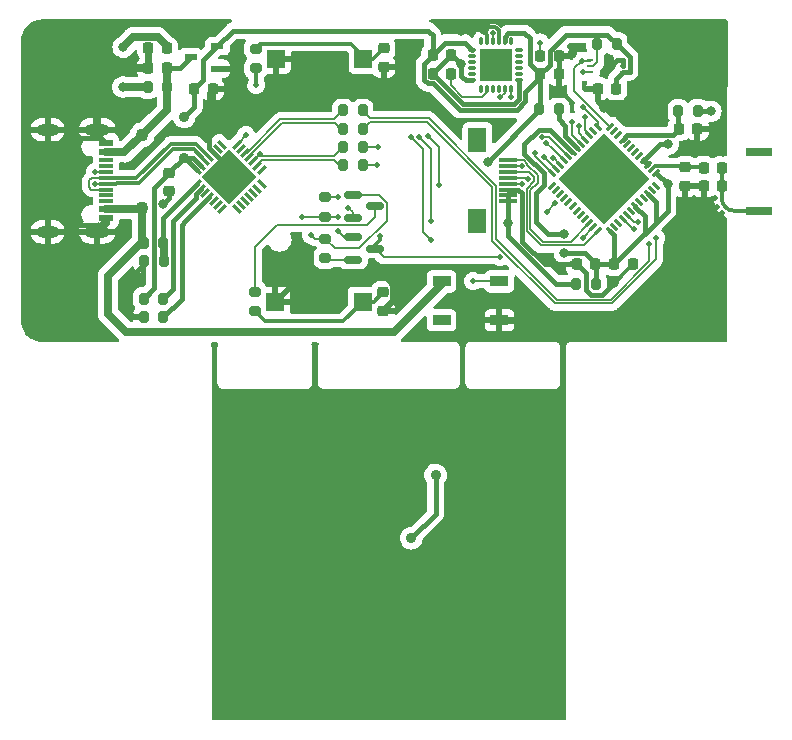
<source format=gtl>
%TF.GenerationSoftware,KiCad,Pcbnew,(6.0.7)*%
%TF.CreationDate,2022-08-03T19:32:55+08:00*%
%TF.ProjectId,Egret,45677265-742e-46b6-9963-61645f706362,rev?*%
%TF.SameCoordinates,Original*%
%TF.FileFunction,Copper,L1,Top*%
%TF.FilePolarity,Positive*%
%FSLAX46Y46*%
G04 Gerber Fmt 4.6, Leading zero omitted, Abs format (unit mm)*
G04 Created by KiCad (PCBNEW (6.0.7)) date 2022-08-03 19:32:55*
%MOMM*%
%LPD*%
G01*
G04 APERTURE LIST*
G04 Aperture macros list*
%AMRoundRect*
0 Rectangle with rounded corners*
0 $1 Rounding radius*
0 $2 $3 $4 $5 $6 $7 $8 $9 X,Y pos of 4 corners*
0 Add a 4 corners polygon primitive as box body*
4,1,4,$2,$3,$4,$5,$6,$7,$8,$9,$2,$3,0*
0 Add four circle primitives for the rounded corners*
1,1,$1+$1,$2,$3*
1,1,$1+$1,$4,$5*
1,1,$1+$1,$6,$7*
1,1,$1+$1,$8,$9*
0 Add four rect primitives between the rounded corners*
20,1,$1+$1,$2,$3,$4,$5,0*
20,1,$1+$1,$4,$5,$6,$7,0*
20,1,$1+$1,$6,$7,$8,$9,0*
20,1,$1+$1,$8,$9,$2,$3,0*%
%AMRotRect*
0 Rectangle, with rotation*
0 The origin of the aperture is its center*
0 $1 length*
0 $2 width*
0 $3 Rotation angle, in degrees counterclockwise*
0 Add horizontal line*
21,1,$1,$2,0,0,$3*%
G04 Aperture macros list end*
%TA.AperFunction,SMDPad,CuDef*%
%ADD10RoundRect,0.200000X0.200000X0.275000X-0.200000X0.275000X-0.200000X-0.275000X0.200000X-0.275000X0*%
%TD*%
%TA.AperFunction,SMDPad,CuDef*%
%ADD11R,2.300000X0.800000*%
%TD*%
%TA.AperFunction,SMDPad,CuDef*%
%ADD12RoundRect,0.150000X-0.587500X-0.150000X0.587500X-0.150000X0.587500X0.150000X-0.587500X0.150000X0*%
%TD*%
%TA.AperFunction,SMDPad,CuDef*%
%ADD13RoundRect,0.200000X-0.200000X-0.275000X0.200000X-0.275000X0.200000X0.275000X-0.200000X0.275000X0*%
%TD*%
%TA.AperFunction,SMDPad,CuDef*%
%ADD14R,0.550000X0.250000*%
%TD*%
%TA.AperFunction,SMDPad,CuDef*%
%ADD15RoundRect,0.218750X-0.256250X0.218750X-0.256250X-0.218750X0.256250X-0.218750X0.256250X0.218750X0*%
%TD*%
%TA.AperFunction,SMDPad,CuDef*%
%ADD16RoundRect,0.200000X-0.275000X0.200000X-0.275000X-0.200000X0.275000X-0.200000X0.275000X0.200000X0*%
%TD*%
%TA.AperFunction,SMDPad,CuDef*%
%ADD17RoundRect,0.200000X0.275000X-0.200000X0.275000X0.200000X-0.275000X0.200000X-0.275000X-0.200000X0*%
%TD*%
%TA.AperFunction,SMDPad,CuDef*%
%ADD18RoundRect,0.225000X0.225000X0.250000X-0.225000X0.250000X-0.225000X-0.250000X0.225000X-0.250000X0*%
%TD*%
%TA.AperFunction,SMDPad,CuDef*%
%ADD19R,1.070000X0.532000*%
%TD*%
%TA.AperFunction,SMDPad,CuDef*%
%ADD20RoundRect,0.225000X-0.250000X0.225000X-0.250000X-0.225000X0.250000X-0.225000X0.250000X0.225000X0*%
%TD*%
%TA.AperFunction,SMDPad,CuDef*%
%ADD21RotRect,0.905000X0.280000X315.000000*%
%TD*%
%TA.AperFunction,SMDPad,CuDef*%
%ADD22RotRect,0.280000X0.905000X315.000000*%
%TD*%
%TA.AperFunction,SMDPad,CuDef*%
%ADD23RotRect,3.350000X3.350000X315.000000*%
%TD*%
%TA.AperFunction,SMDPad,CuDef*%
%ADD24R,1.500000X1.500000*%
%TD*%
%TA.AperFunction,SMDPad,CuDef*%
%ADD25RoundRect,0.225000X-0.225000X-0.250000X0.225000X-0.250000X0.225000X0.250000X-0.225000X0.250000X0*%
%TD*%
%TA.AperFunction,SMDPad,CuDef*%
%ADD26O,0.800000X0.280000*%
%TD*%
%TA.AperFunction,SMDPad,CuDef*%
%ADD27O,0.280000X0.800000*%
%TD*%
%TA.AperFunction,SMDPad,CuDef*%
%ADD28R,2.700000X2.700000*%
%TD*%
%TA.AperFunction,SMDPad,CuDef*%
%ADD29RoundRect,0.218750X-0.218750X-0.256250X0.218750X-0.256250X0.218750X0.256250X-0.218750X0.256250X0*%
%TD*%
%TA.AperFunction,SMDPad,CuDef*%
%ADD30RoundRect,0.225000X0.250000X-0.225000X0.250000X0.225000X-0.250000X0.225000X-0.250000X-0.225000X0*%
%TD*%
%TA.AperFunction,SMDPad,CuDef*%
%ADD31R,1.500000X0.300000*%
%TD*%
%TA.AperFunction,SMDPad,CuDef*%
%ADD32R,1.500000X2.000000*%
%TD*%
%TA.AperFunction,ComponentPad*%
%ADD33O,2.100000X1.000000*%
%TD*%
%TA.AperFunction,ComponentPad*%
%ADD34O,1.900000X1.000000*%
%TD*%
%TA.AperFunction,SMDPad,CuDef*%
%ADD35R,1.150000X0.600000*%
%TD*%
%TA.AperFunction,SMDPad,CuDef*%
%ADD36R,1.150000X0.300000*%
%TD*%
%TA.AperFunction,SMDPad,CuDef*%
%ADD37R,1.500000X0.900000*%
%TD*%
%TA.AperFunction,ComponentPad*%
%ADD38C,0.610000*%
%TD*%
%TA.AperFunction,SMDPad,CuDef*%
%ADD39RotRect,0.280000X0.800000X135.000000*%
%TD*%
%TA.AperFunction,SMDPad,CuDef*%
%ADD40RotRect,0.800000X0.280000X135.000000*%
%TD*%
%TA.AperFunction,SMDPad,CuDef*%
%ADD41RotRect,5.400000X5.400000X135.000000*%
%TD*%
%TA.AperFunction,ViaPad*%
%ADD42C,5.000000*%
%TD*%
%TA.AperFunction,ViaPad*%
%ADD43C,0.700000*%
%TD*%
%TA.AperFunction,ViaPad*%
%ADD44C,0.800000*%
%TD*%
%TA.AperFunction,ViaPad*%
%ADD45C,0.500000*%
%TD*%
%TA.AperFunction,ViaPad*%
%ADD46C,1.100000*%
%TD*%
%TA.AperFunction,ViaPad*%
%ADD47C,0.900000*%
%TD*%
%TA.AperFunction,Conductor*%
%ADD48C,0.400000*%
%TD*%
%TA.AperFunction,Conductor*%
%ADD49C,0.500000*%
%TD*%
%TA.AperFunction,Conductor*%
%ADD50C,0.300000*%
%TD*%
%TA.AperFunction,Conductor*%
%ADD51C,0.700000*%
%TD*%
%TA.AperFunction,Conductor*%
%ADD52C,0.600000*%
%TD*%
%TA.AperFunction,Conductor*%
%ADD53C,0.200000*%
%TD*%
G04 APERTURE END LIST*
D10*
%TO.P,R14,1*%
%TO.N,Net-(R14-Pad1)*%
X129245000Y-98440000D03*
%TO.P,R14,2*%
%TO.N,GND*%
X127595000Y-98440000D03*
%TD*%
D11*
%TO.P,U2,1,ANT*%
%TO.N,Net-(C3-Pad1)*%
X179700000Y-89410000D03*
%TO.P,U2,2,2*%
%TO.N,unconnected-(U2-Pad2)*%
X179700000Y-84410000D03*
%TD*%
D12*
%TO.P,Q1,1,E*%
%TO.N,/RTS*%
X145302500Y-88090000D03*
%TO.P,Q1,2,B*%
%TO.N,Net-(Q1-Pad2)*%
X145302500Y-89990000D03*
%TO.P,Q1,3,C*%
%TO.N,/EN*%
X147177500Y-89040000D03*
%TD*%
D13*
%TO.P,R15,1*%
%TO.N,Net-(R15-Pad1)*%
X165970000Y-75286000D03*
%TO.P,R15,2*%
%TO.N,/VDD33*%
X167620000Y-75286000D03*
%TD*%
D14*
%TO.P,U6,1,VCC*%
%TO.N,/VDD33*%
X168155000Y-77680000D03*
%TO.P,U6,2,ADDR*%
%TO.N,GND*%
X168155000Y-77180000D03*
%TO.P,U6,3,GND*%
X168155000Y-76680000D03*
%TO.P,U6,4,SDA*%
%TO.N,/IO32*%
X165405000Y-76680000D03*
%TO.P,U6,5,DVI*%
%TO.N,Net-(R15-Pad1)*%
X165405000Y-77180000D03*
%TO.P,U6,6,SCL*%
%TO.N,/IO33*%
X165405000Y-77680000D03*
%TD*%
D15*
%TO.P,L1,1,1*%
%TO.N,Net-(C5-Pad1)*%
X173430000Y-85752500D03*
%TO.P,L1,2,2*%
%TO.N,GND*%
X173430000Y-87327500D03*
%TD*%
D16*
%TO.P,R16,1*%
%TO.N,Net-(Q1-Pad2)*%
X142950000Y-88265000D03*
%TO.P,R16,2*%
%TO.N,/DTR*%
X142950000Y-89915000D03*
%TD*%
D13*
%TO.P,R12,1*%
%TO.N,/EXT_5V*%
X127595000Y-92120000D03*
%TO.P,R12,2*%
%TO.N,Net-(R12-Pad2)*%
X129245000Y-92120000D03*
%TD*%
D17*
%TO.P,R17,1*%
%TO.N,Net-(Q2-Pad2)*%
X142950000Y-93415000D03*
%TO.P,R17,2*%
%TO.N,/RTS*%
X142950000Y-91765000D03*
%TD*%
D18*
%TO.P,C6,1*%
%TO.N,/VDD33A*%
X165815000Y-93940000D03*
%TO.P,C6,2*%
%TO.N,GND*%
X164265000Y-93940000D03*
%TD*%
D10*
%TO.P,R13,1*%
%TO.N,Net-(R13-Pad1)*%
X129245000Y-96860000D03*
%TO.P,R13,2*%
%TO.N,/VDD33*%
X127595000Y-96860000D03*
%TD*%
D19*
%TO.P,U5,1,GND*%
%TO.N,GND*%
X133815100Y-77381600D03*
%TO.P,U5,2,VO*%
%TO.N,/VDD33*%
X133815100Y-75481600D03*
%TO.P,U5,3,VI*%
%TO.N,/EXT_5V*%
X131545100Y-76431600D03*
%TD*%
D10*
%TO.P,R1,1*%
%TO.N,/VDD33A*%
X165864800Y-95585800D03*
%TO.P,R1,2*%
%TO.N,/VDD33*%
X164214800Y-95585800D03*
%TD*%
D16*
%TO.P,R2,1*%
%TO.N,Net-(C1-Pad2)*%
X137050000Y-75685000D03*
%TO.P,R2,2*%
%TO.N,/IO0*%
X137050000Y-77335000D03*
%TD*%
D18*
%TO.P,C14,1*%
%TO.N,/VDD33*%
X167570000Y-79086000D03*
%TO.P,C14,2*%
%TO.N,GND*%
X166020000Y-79086000D03*
%TD*%
D20*
%TO.P,C15,1*%
%TO.N,/VDD33*%
X129750000Y-86210000D03*
%TO.P,C15,2*%
%TO.N,GND*%
X129750000Y-87760000D03*
%TD*%
D18*
%TO.P,C11,1*%
%TO.N,Net-(C11-Pad1)*%
X153605000Y-77840000D03*
%TO.P,C11,2*%
%TO.N,GND*%
X152055000Y-77840000D03*
%TD*%
D10*
%TO.P,R10,1*%
%TO.N,/IO13*%
X146105000Y-84010000D03*
%TO.P,R10,2*%
%TO.N,/RTS*%
X144455000Y-84010000D03*
%TD*%
%TO.P,R8,1*%
%TO.N,/TXD0*%
X146115000Y-82460000D03*
%TO.P,R8,2*%
%TO.N,/RXD*%
X144465000Y-82460000D03*
%TD*%
D21*
%TO.P,U7,1,DCD*%
%TO.N,unconnected-(U7-Pad1)*%
X134199867Y-83818547D03*
%TO.P,U7,2,RI/CLK*%
%TO.N,unconnected-(U7-Pad2)*%
X133846314Y-84172100D03*
%TO.P,U7,3,GND*%
%TO.N,GND*%
X133492761Y-84525654D03*
%TO.P,U7,4,D+*%
%TO.N,/USB_DP*%
X133139207Y-84879207D03*
%TO.P,U7,5,D-*%
%TO.N,/USB_DN*%
X132785654Y-85232761D03*
%TO.P,U7,6,VDD*%
%TO.N,/VDD33*%
X132432100Y-85586314D03*
%TO.P,U7,7,VREGIN*%
X132078547Y-85939867D03*
D22*
%TO.P,U7,8,VBUS*%
%TO.N,Net-(R12-Pad2)*%
X132078547Y-87180133D03*
%TO.P,U7,9,RSTb*%
%TO.N,Net-(R13-Pad1)*%
X132432100Y-87533686D03*
%TO.P,U7,10,NC*%
%TO.N,unconnected-(U7-Pad10)*%
X132785654Y-87887239D03*
%TO.P,U7,11,SUSPENDb*%
%TO.N,Net-(R14-Pad1)*%
X133139207Y-88240793D03*
%TO.P,U7,12,SUSPEND*%
%TO.N,unconnected-(U7-Pad12)*%
X133492761Y-88594346D03*
%TO.P,U7,13,CHREN*%
%TO.N,unconnected-(U7-Pad13)*%
X133846314Y-88947900D03*
%TO.P,U7,14,CHR1*%
%TO.N,unconnected-(U7-Pad14)*%
X134199867Y-89301453D03*
D21*
%TO.P,U7,15,CHR0*%
%TO.N,unconnected-(U7-Pad15)*%
X135440133Y-89301453D03*
%TO.P,U7,16,GPIO.3/WAKEUP*%
%TO.N,unconnected-(U7-Pad16)*%
X135793686Y-88947900D03*
%TO.P,U7,17,GPIO.2/RS485*%
%TO.N,unconnected-(U7-Pad17)*%
X136147239Y-88594346D03*
%TO.P,U7,18,GPIO.1/RXT*%
%TO.N,unconnected-(U7-Pad18)*%
X136500793Y-88240793D03*
%TO.P,U7,19,GPIO.0/TXT*%
%TO.N,unconnected-(U7-Pad19)*%
X136854346Y-87887239D03*
%TO.P,U7,20,GPIO.6*%
%TO.N,unconnected-(U7-Pad20)*%
X137207900Y-87533686D03*
%TO.P,U7,21,GPIO.5*%
%TO.N,unconnected-(U7-Pad21)*%
X137561453Y-87180133D03*
D22*
%TO.P,U7,22,GPIO.4*%
%TO.N,unconnected-(U7-Pad22)*%
X137561453Y-85939867D03*
%TO.P,U7,23,CTS*%
%TO.N,/CTS*%
X137207900Y-85586314D03*
%TO.P,U7,24,RTS*%
%TO.N,/RTS*%
X136854346Y-85232761D03*
%TO.P,U7,25,RXD*%
%TO.N,/RXD*%
X136500793Y-84879207D03*
%TO.P,U7,26,TXD*%
%TO.N,/TXD*%
X136147239Y-84525654D03*
%TO.P,U7,27,DSR*%
%TO.N,unconnected-(U7-Pad27)*%
X135793686Y-84172100D03*
%TO.P,U7,28,DTR*%
%TO.N,/DTR*%
X135440133Y-83818547D03*
D23*
%TO.P,U7,29,EP*%
%TO.N,GND*%
X134820000Y-86560000D03*
%TD*%
D10*
%TO.P,R5,1*%
%TO.N,/EXT_5V*%
X129580100Y-78941600D03*
%TO.P,R5,2*%
%TO.N,Net-(D1-Pad2)*%
X127930100Y-78941600D03*
%TD*%
D24*
%TO.P,SW2,1,1*%
%TO.N,GND*%
X138710000Y-97110000D03*
%TO.P,SW2,2,2*%
%TO.N,Net-(C10-Pad2)*%
X146110000Y-97110000D03*
%TD*%
D25*
%TO.P,C2,1*%
%TO.N,Net-(C2-Pad1)*%
X172905000Y-82490000D03*
%TO.P,C2,2*%
%TO.N,GND*%
X174455000Y-82490000D03*
%TD*%
%TO.P,C4,1*%
%TO.N,/VDD33A*%
X167434800Y-93935800D03*
%TO.P,C4,2*%
%TO.N,GND*%
X168984800Y-93935800D03*
%TD*%
D18*
%TO.P,C3,1*%
%TO.N,Net-(C3-Pad1)*%
X176535000Y-87310000D03*
%TO.P,C3,2*%
%TO.N,GND*%
X174985000Y-87310000D03*
%TD*%
D25*
%TO.P,C13,1*%
%TO.N,/VDD33*%
X131863100Y-79096600D03*
%TO.P,C13,2*%
%TO.N,GND*%
X133413100Y-79096600D03*
%TD*%
D18*
%TO.P,C9,1*%
%TO.N,GND*%
X162705000Y-76310000D03*
%TO.P,C9,2*%
%TO.N,Net-(C9-Pad2)*%
X161155000Y-76310000D03*
%TD*%
D25*
%TO.P,C7,1*%
%TO.N,/VDD33*%
X152055000Y-76240000D03*
%TO.P,C7,2*%
%TO.N,GND*%
X153605000Y-76240000D03*
%TD*%
D26*
%TO.P,U4,1,CLKIN*%
%TO.N,GND*%
X159390000Y-78330000D03*
%TO.P,U4,2,NC*%
%TO.N,unconnected-(U4-Pad2)*%
X159390000Y-77830000D03*
%TO.P,U4,3,NC*%
%TO.N,unconnected-(U4-Pad3)*%
X159390000Y-77330000D03*
%TO.P,U4,4,NC*%
%TO.N,unconnected-(U4-Pad4)*%
X159390000Y-76830000D03*
%TO.P,U4,5,NC*%
%TO.N,unconnected-(U4-Pad5)*%
X159390000Y-76330000D03*
%TO.P,U4,6,AUX_DA*%
%TO.N,unconnected-(U4-Pad6)*%
X159390000Y-75830000D03*
D27*
%TO.P,U4,7,AUX_CL*%
%TO.N,unconnected-(U4-Pad7)*%
X158640000Y-75080000D03*
%TO.P,U4,8,VLOGIC*%
%TO.N,/VDD33*%
X158140000Y-75080000D03*
%TO.P,U4,9,AD0*%
%TO.N,GND*%
X157640000Y-75080000D03*
%TO.P,U4,10,REGOUT*%
%TO.N,Net-(C9-Pad2)*%
X157140000Y-75080000D03*
%TO.P,U4,11,FSYNC*%
%TO.N,GND*%
X156640000Y-75080000D03*
%TO.P,U4,12,INT*%
%TO.N,unconnected-(U4-Pad12)*%
X156140000Y-75080000D03*
D26*
%TO.P,U4,13,VDD*%
%TO.N,/VDD33*%
X155390000Y-75830000D03*
%TO.P,U4,14,NC*%
%TO.N,unconnected-(U4-Pad14)*%
X155390000Y-76330000D03*
%TO.P,U4,15,NC*%
%TO.N,unconnected-(U4-Pad15)*%
X155390000Y-76830000D03*
%TO.P,U4,16,NC*%
%TO.N,unconnected-(U4-Pad16)*%
X155390000Y-77330000D03*
%TO.P,U4,17,NC*%
%TO.N,unconnected-(U4-Pad17)*%
X155390000Y-77830000D03*
%TO.P,U4,18,GND*%
%TO.N,GND*%
X155390000Y-78322000D03*
D27*
%TO.P,U4,19,RESV*%
%TO.N,unconnected-(U4-Pad19)*%
X156140000Y-79080000D03*
%TO.P,U4,20,CPOUT*%
%TO.N,Net-(C11-Pad1)*%
X156640000Y-79080000D03*
%TO.P,U4,21,RESV*%
%TO.N,unconnected-(U4-Pad21)*%
X157140000Y-79080000D03*
%TO.P,U4,22,RESV*%
%TO.N,unconnected-(U4-Pad22)*%
X157640000Y-79080000D03*
%TO.P,U4,23,SCL*%
%TO.N,/IO33*%
X158140000Y-79080000D03*
%TO.P,U4,24,SDA*%
%TO.N,/IO32*%
X158640000Y-79080000D03*
D28*
%TO.P,U4,25,EP*%
%TO.N,unconnected-(U4-Pad25)*%
X157390000Y-77068000D03*
%TD*%
D10*
%TO.P,R9,1*%
%TO.N,/RXD0*%
X146113000Y-80920000D03*
%TO.P,R9,2*%
%TO.N,/TXD*%
X144463000Y-80920000D03*
%TD*%
D29*
%TO.P,D1,1,K*%
%TO.N,GND*%
X127965100Y-75666600D03*
%TO.P,D1,2,A*%
%TO.N,Net-(D1-Pad2)*%
X129540100Y-75666600D03*
%TD*%
D30*
%TO.P,C10,1*%
%TO.N,GND*%
X147840000Y-97875000D03*
%TO.P,C10,2*%
%TO.N,Net-(C10-Pad2)*%
X147840000Y-96325000D03*
%TD*%
D25*
%TO.P,C12,1*%
%TO.N,/VDD33*%
X161152000Y-77842000D03*
%TO.P,C12,2*%
%TO.N,GND*%
X162702000Y-77842000D03*
%TD*%
D10*
%TO.P,R11,1*%
%TO.N,/IO15*%
X146113000Y-85560000D03*
%TO.P,R11,2*%
%TO.N,/CTS*%
X144463000Y-85560000D03*
%TD*%
D18*
%TO.P,C8,1*%
%TO.N,/EXT_5V*%
X129530100Y-77331600D03*
%TO.P,C8,2*%
%TO.N,GND*%
X127980100Y-77331600D03*
%TD*%
D31*
%TO.P,U8,1,1*%
%TO.N,/IO5*%
X158428500Y-85118000D03*
%TO.P,U8,2,2*%
%TO.N,/IO4*%
X158428500Y-85618000D03*
%TO.P,U8,3,3*%
%TO.N,/IO23*%
X158428500Y-86118000D03*
%TO.P,U8,4,4*%
%TO.N,/IO18*%
X158428500Y-86618000D03*
%TO.P,U8,5,5*%
%TO.N,/IO2*%
X158428500Y-87118000D03*
%TO.P,U8,6,6*%
%TO.N,GND*%
X158428500Y-87618000D03*
%TO.P,U8,7,7*%
%TO.N,/VDD33*%
X158428500Y-88118000D03*
%TO.P,U8,8,8*%
X158428500Y-88618000D03*
D32*
%TO.P,U8,9,9*%
%TO.N,unconnected-(U8-Pad9)*%
X155828500Y-90318000D03*
%TO.P,U8,10,10*%
%TO.N,unconnected-(U8-Pad10)*%
X155828500Y-83418000D03*
%TD*%
D12*
%TO.P,Q2,1,E*%
%TO.N,/DTR*%
X145302500Y-91670000D03*
%TO.P,Q2,2,B*%
%TO.N,Net-(Q2-Pad2)*%
X145302500Y-93570000D03*
%TO.P,Q2,3,C*%
%TO.N,/IO0*%
X147177500Y-92620000D03*
%TD*%
D10*
%TO.P,R3,1*%
%TO.N,/VDD33A*%
X174505000Y-80970000D03*
%TO.P,R3,2*%
%TO.N,Net-(C2-Pad1)*%
X172855000Y-80970000D03*
%TD*%
D33*
%TO.P,USB1,13,GND*%
%TO.N,GND*%
X123639000Y-82543000D03*
%TO.P,USB1,14,GND*%
X123639000Y-91193000D03*
D34*
%TO.P,USB1,15,GND*%
X119439000Y-82543000D03*
%TO.P,USB1,16,GND*%
X119439000Y-91193000D03*
D35*
%TO.P,USB1,A1B12,GND*%
X124401000Y-83668000D03*
%TO.P,USB1,A4B9,VBUS*%
%TO.N,/EXT_5V*%
X124401000Y-84468000D03*
D36*
%TO.P,USB1,A5,CC1*%
%TO.N,unconnected-(USB1-PadA5)*%
X124401000Y-85618000D03*
%TO.P,USB1,A6,DP1*%
%TO.N,/USB_DP*%
X124401000Y-86618000D03*
%TO.P,USB1,A7,DN1*%
%TO.N,/USB_DN*%
X124401000Y-87118000D03*
%TO.P,USB1,A8,SBU1*%
%TO.N,unconnected-(USB1-PadA8)*%
X124401000Y-88118000D03*
D35*
%TO.P,USB1,B1A12,GND*%
%TO.N,GND*%
X124401000Y-90068000D03*
%TO.P,USB1,B4A9,VBUS*%
%TO.N,/EXT_5V*%
X124401000Y-89268000D03*
D36*
%TO.P,USB1,B5,CC2*%
%TO.N,unconnected-(USB1-PadB5)*%
X124401000Y-88618000D03*
%TO.P,USB1,B6,DP2*%
%TO.N,/USB_DP*%
X124401000Y-87618000D03*
%TO.P,USB1,B7,DN2*%
%TO.N,/USB_DN*%
X124401000Y-86118000D03*
%TO.P,USB1,B8,SBU2*%
%TO.N,unconnected-(USB1-PadB8)*%
X124401000Y-85118000D03*
%TD*%
D17*
%TO.P,R6,1*%
%TO.N,Net-(C10-Pad2)*%
X136990000Y-97915000D03*
%TO.P,R6,2*%
%TO.N,/EN*%
X136990000Y-96265000D03*
%TD*%
D37*
%TO.P,U1,1,VDD*%
%TO.N,/EXT_5V*%
X152800000Y-95380000D03*
%TO.P,U1,2,DOUT*%
%TO.N,unconnected-(U1-Pad2)*%
X152800000Y-98680000D03*
%TO.P,U1,3,VSS*%
%TO.N,GND*%
X157700000Y-98680000D03*
%TO.P,U1,4,DIN*%
%TO.N,/IO27*%
X157700000Y-95380000D03*
%TD*%
D38*
%TO.P,U3,*%
%TO.N,GND*%
X166540000Y-86750000D03*
X167247107Y-86042893D03*
X167954214Y-86750000D03*
X166540000Y-88164214D03*
X165832893Y-87457107D03*
X167247107Y-87457107D03*
X166540000Y-85335786D03*
X165125786Y-86750000D03*
X165832893Y-86042893D03*
D39*
%TO.P,U3,1,VDDA*%
%TO.N,/VDD33A*%
X170959417Y-86219670D03*
%TO.P,U3,2,LNA_IN*%
%TO.N,Net-(C5-Pad1)*%
X170605864Y-85866117D03*
%TO.P,U3,3,VDDA3P3*%
%TO.N,/VDD33A*%
X170252311Y-85512563D03*
%TO.P,U3,4,VDDA3P3*%
X169898757Y-85159010D03*
%TO.P,U3,5,SENSOR_VP*%
%TO.N,/SENSOR_VP*%
X169545204Y-84805456D03*
%TO.P,U3,6,SENSOR_CAPP*%
%TO.N,/IO37*%
X169191650Y-84451903D03*
%TO.P,U3,7,SENSOR_CAPN*%
%TO.N,/IO38*%
X168838097Y-84098350D03*
%TO.P,U3,8,SENSOR_VN*%
%TO.N,/SENSOR_VN*%
X168484544Y-83744796D03*
%TO.P,U3,9,EN*%
%TO.N,Net-(C2-Pad1)*%
X168130990Y-83391243D03*
%TO.P,U3,10,IO34*%
%TO.N,/IO34*%
X167777437Y-83037689D03*
%TO.P,U3,11,IO35*%
%TO.N,/IO35*%
X167423883Y-82684136D03*
%TO.P,U3,12,IO32*%
%TO.N,/IO32*%
X167070330Y-82330583D03*
D40*
%TO.P,U3,13,IO33*%
%TO.N,/IO33*%
X166009670Y-82330583D03*
%TO.P,U3,14,IO25*%
%TO.N,/IO25*%
X165656117Y-82684136D03*
%TO.P,U3,15,IO26*%
%TO.N,/IO26*%
X165302563Y-83037689D03*
%TO.P,U3,16,IO27*%
%TO.N,/IO27*%
X164949010Y-83391243D03*
%TO.P,U3,17,IO14*%
%TO.N,/IO14*%
X164595456Y-83744796D03*
%TO.P,U3,18,IO12*%
%TO.N,Net-(R4-Pad1)*%
X164241903Y-84098350D03*
%TO.P,U3,19,VDD3P3_RTC*%
%TO.N,/VDD33A*%
X163888350Y-84451903D03*
%TO.P,U3,20,IO13*%
%TO.N,/IO13*%
X163534796Y-84805456D03*
%TO.P,U3,21,IO15*%
%TO.N,/IO15*%
X163181243Y-85159010D03*
%TO.P,U3,22,IO2*%
%TO.N,/IO2*%
X162827689Y-85512563D03*
%TO.P,U3,23,IO0*%
%TO.N,/IO0*%
X162474136Y-85866117D03*
%TO.P,U3,24,IO4*%
%TO.N,/IO4*%
X162120583Y-86219670D03*
D39*
%TO.P,U3,25,IO16*%
%TO.N,/FLASH_CS*%
X162120583Y-87280330D03*
%TO.P,U3,26,VDD_SDIO*%
%TO.N,unconnected-(U3-Pad26)*%
X162474136Y-87633883D03*
%TO.P,U3,27,IO17*%
%TO.N,/FLASH_SD0*%
X162827689Y-87987437D03*
%TO.P,U3,28,SD2*%
%TO.N,/IO9*%
X163181243Y-88340990D03*
%TO.P,U3,29,SD3*%
%TO.N,/IO10*%
X163534796Y-88694544D03*
%TO.P,U3,30,CMD*%
%TO.N,/FLASH_SD2*%
X163888350Y-89048097D03*
%TO.P,U3,31,CLK*%
%TO.N,/FLASH_CLK*%
X164241903Y-89401650D03*
%TO.P,U3,32,SD0*%
%TO.N,/FLASH_SD3*%
X164595456Y-89755204D03*
%TO.P,U3,33,SD1*%
%TO.N,/FLASH_SD1*%
X164949010Y-90108757D03*
%TO.P,U3,34,IO5*%
%TO.N,/IO5*%
X165302563Y-90462311D03*
%TO.P,U3,35,IO18*%
%TO.N,/IO18*%
X165656117Y-90815864D03*
%TO.P,U3,36,IO23*%
%TO.N,/IO23*%
X166009670Y-91169417D03*
D40*
%TO.P,U3,37,VDD3P3_CPU*%
%TO.N,/VDD33A*%
X167070330Y-91169417D03*
%TO.P,U3,38,IO19*%
%TO.N,/IO19*%
X167423883Y-90815864D03*
%TO.P,U3,39,IO22*%
%TO.N,/IO22*%
X167777437Y-90462311D03*
%TO.P,U3,40,U0RXD*%
%TO.N,/RXD0*%
X168130990Y-90108757D03*
%TO.P,U3,41,U0TXD*%
%TO.N,/TXD0*%
X168484544Y-89755204D03*
%TO.P,U3,42,IO21*%
%TO.N,/IO21*%
X168838097Y-89401650D03*
%TO.P,U3,43,VDDA*%
%TO.N,/VDD33A*%
X169191650Y-89048097D03*
%TO.P,U3,44,XTAL_N_NC*%
%TO.N,unconnected-(U3-Pad44)*%
X169545204Y-88694544D03*
%TO.P,U3,45,XTAL_P_NC*%
%TO.N,unconnected-(U3-Pad45)*%
X169898757Y-88340990D03*
%TO.P,U3,46,VDDA*%
%TO.N,/VDD33A*%
X170252311Y-87987437D03*
%TO.P,U3,47,CAP2_NC*%
%TO.N,unconnected-(U3-Pad47)*%
X170605864Y-87633883D03*
%TO.P,U3,48,CAP1_NC*%
%TO.N,unconnected-(U3-Pad48)*%
X170959417Y-87280330D03*
D41*
%TO.P,U3,49,GND*%
%TO.N,GND*%
X166540000Y-86750000D03*
%TD*%
D13*
%TO.P,R7,1*%
%TO.N,GND*%
X127605000Y-93690000D03*
%TO.P,R7,2*%
%TO.N,Net-(R12-Pad2)*%
X129255000Y-93690000D03*
%TD*%
D25*
%TO.P,C5,1*%
%TO.N,Net-(C5-Pad1)*%
X174975000Y-85780000D03*
%TO.P,C5,2*%
%TO.N,Net-(C3-Pad1)*%
X176525000Y-85780000D03*
%TD*%
D10*
%TO.P,R4,1*%
%TO.N,Net-(R4-Pad1)*%
X162725000Y-80820000D03*
%TO.P,R4,2*%
%TO.N,/VDD33*%
X161075000Y-80820000D03*
%TD*%
D30*
%TO.P,C1,1*%
%TO.N,GND*%
X147910000Y-77225000D03*
%TO.P,C1,2*%
%TO.N,Net-(C1-Pad2)*%
X147910000Y-75675000D03*
%TD*%
D24*
%TO.P,SW1,1,1*%
%TO.N,GND*%
X138777700Y-76571600D03*
%TO.P,SW1,2,2*%
%TO.N,Net-(C1-Pad2)*%
X146177700Y-76571600D03*
%TD*%
D42*
%TO.N,GND*%
X120560000Y-76290000D03*
D43*
X121490000Y-87090000D03*
D44*
X129250000Y-88860000D03*
D45*
X176630000Y-84580000D03*
D44*
X163870000Y-76130000D03*
X167130000Y-77180000D03*
D43*
X136170000Y-86550000D03*
X134820000Y-85120000D03*
D44*
X154480000Y-77030000D03*
X173430000Y-89730000D03*
D43*
X121500000Y-85900000D03*
D45*
X175990000Y-88350000D03*
D42*
X174400000Y-97300000D03*
D45*
X176620000Y-83260000D03*
D43*
X134810000Y-86530000D03*
D44*
X166520000Y-80720000D03*
X154480000Y-74170000D03*
D42*
X151820000Y-107990000D03*
D45*
X176120000Y-89070000D03*
D44*
X167430000Y-95490000D03*
X125830000Y-96470000D03*
D45*
X176620000Y-83920000D03*
D42*
X174400000Y-76400000D03*
D43*
X133470000Y-86520000D03*
D45*
X176570000Y-90330000D03*
D42*
X160330000Y-129040000D03*
D44*
X156360000Y-74110000D03*
D45*
X176570000Y-89640000D03*
D43*
X134820000Y-87920000D03*
D42*
X136330000Y-129040000D03*
X136330000Y-108020000D03*
X120500000Y-97300000D03*
D44*
X161110000Y-98840000D03*
%TO.N,/VDD33A*%
X175600000Y-80990000D03*
X171950000Y-87190000D03*
X163170000Y-91390000D03*
X171970000Y-83780000D03*
X163190000Y-92950000D03*
D46*
%TO.N,/EXT_5V*%
X127440000Y-82990000D03*
X127440000Y-89180000D03*
D47*
%TO.N,/VDD33*%
X131000000Y-84909163D03*
D44*
X158420000Y-90410000D03*
D47*
X131000000Y-81470000D03*
D44*
X156710000Y-85260000D03*
D45*
%TO.N,Net-(C9-Pad2)*%
X161130000Y-75170000D03*
X157120000Y-74349500D03*
D44*
%TO.N,Net-(D1-Pad2)*%
X125820000Y-78930000D03*
X125840000Y-75560000D03*
D45*
%TO.N,/IO18*%
X164740000Y-91710000D03*
X160130000Y-86740000D03*
%TO.N,/RXD0*%
X170390000Y-92270000D03*
X169090000Y-90990000D03*
%TO.N,/TXD0*%
X169420000Y-90350000D03*
X170960000Y-91730000D03*
%TO.N,/IO26*%
X164920000Y-81460000D03*
X151910000Y-91890000D03*
X150190000Y-83130000D03*
%TO.N,/IO32*%
X158640000Y-79790000D03*
X164660000Y-76700000D03*
%TO.N,/IO33*%
X157747888Y-79817463D03*
X164760000Y-77690000D03*
X164767029Y-80662972D03*
%TO.N,/IO27*%
X164420000Y-82210000D03*
X155460000Y-95380000D03*
%TO.N,/IO14*%
X150863874Y-83130000D03*
X163830000Y-81909500D03*
X151910000Y-90320000D03*
%TO.N,/IO13*%
X161320000Y-83130000D03*
X147380000Y-83980000D03*
X151610000Y-83120000D03*
X152573500Y-87256500D03*
%TO.N,/IO15*%
X161680000Y-83660000D03*
X147360000Y-85560000D03*
%TO.N,/IO2*%
X159600000Y-87130000D03*
X162250000Y-84960000D03*
%TO.N,/IO4*%
X160690000Y-84509500D03*
X159590000Y-85620000D03*
%TO.N,/IO0*%
X161702155Y-89487845D03*
X161450000Y-84870000D03*
X137110000Y-78760000D03*
X162410000Y-88770000D03*
X157780000Y-93340000D03*
X147550000Y-91540000D03*
%TO.N,/DTR*%
X143990000Y-91100000D03*
X144010000Y-89960000D03*
X140980000Y-89940000D03*
X136240000Y-83000000D03*
%TO.N,/RTS*%
X141760000Y-91480000D03*
X137450000Y-84590000D03*
%TO.N,/USB_DN*%
X123425000Y-86141500D03*
X123426500Y-87125000D03*
%TO.N,Net-(Q1-Pad2)*%
X144050000Y-88270000D03*
X144900000Y-89140000D03*
D47*
%TO.N,Net-(Q3-Pad1)*%
X150230000Y-117140000D03*
X152293333Y-111789100D03*
%TD*%
D48*
%TO.N,GND*%
X166020000Y-79086000D02*
X166020000Y-80220000D01*
D49*
X138710000Y-97110000D02*
X138790000Y-97110000D01*
D48*
X123985999Y-83252999D02*
X124401000Y-83668000D01*
X125830000Y-97510000D02*
X125830000Y-96470000D01*
X158935431Y-80387463D02*
X154602463Y-80387463D01*
X159390000Y-79932894D02*
X158935431Y-80387463D01*
X134087107Y-85120000D02*
X134820000Y-85120000D01*
D50*
X173430000Y-89730000D02*
X173430000Y-87327500D01*
X156360000Y-74110000D02*
X156640500Y-73829500D01*
D48*
X133100353Y-84133246D02*
X133100353Y-79409347D01*
X121813389Y-83252999D02*
X123612999Y-83252999D01*
D49*
X138790000Y-97110000D02*
X141010000Y-94890000D01*
D48*
X162705000Y-76310000D02*
X162705000Y-77839000D01*
D51*
X125678400Y-77331600D02*
X123639000Y-79371000D01*
D48*
X123639000Y-83226998D02*
X123612999Y-83252999D01*
X167130000Y-77180000D02*
X167630000Y-76680000D01*
X165440000Y-96530000D02*
X166390000Y-96530000D01*
X125830000Y-96470000D02*
X125830000Y-95710000D01*
X163870000Y-76130000D02*
X163690000Y-76310000D01*
X133100353Y-79409347D02*
X133413100Y-79096600D01*
X123612999Y-83252999D02*
X123985999Y-83252999D01*
D50*
X168984200Y-93935800D02*
X167430000Y-95490000D01*
X123639000Y-91193000D02*
X119439000Y-91193000D01*
D48*
X121813389Y-83252999D02*
X121103390Y-82543000D01*
X153690000Y-76240000D02*
X154480000Y-77030000D01*
X168155000Y-76680000D02*
X168155000Y-77180000D01*
D50*
X157335392Y-73829500D02*
X157640000Y-74134108D01*
D48*
X159390000Y-78330000D02*
X159390000Y-79932894D01*
X129750000Y-87760000D02*
X129750000Y-88360000D01*
D49*
X147890000Y-94890000D02*
X148670000Y-95670000D01*
D50*
X156260000Y-74110000D02*
X156230000Y-74140000D01*
D48*
X127595000Y-98440000D02*
X126760000Y-98440000D01*
X167630000Y-76680000D02*
X168155000Y-76680000D01*
X129750000Y-88360000D02*
X129250000Y-88860000D01*
D52*
X127980100Y-77331600D02*
X127980100Y-75681600D01*
D48*
X133492761Y-84525654D02*
X133100353Y-84133246D01*
X154480000Y-77970000D02*
X154832000Y-78322000D01*
X166390000Y-96530000D02*
X167430000Y-95490000D01*
D53*
X174967500Y-87327500D02*
X174985000Y-87310000D01*
D50*
X157640000Y-74134108D02*
X157640000Y-75080000D01*
D48*
X121790000Y-90620000D02*
X121490000Y-90320000D01*
D49*
X141010000Y-94890000D02*
X147890000Y-94890000D01*
D48*
X158428500Y-87618000D02*
X159281898Y-87618000D01*
X154832000Y-78322000D02*
X155390000Y-78322000D01*
X125830000Y-95710000D02*
X127605000Y-93935000D01*
X126760000Y-98440000D02*
X125830000Y-97510000D01*
X159281898Y-87618000D02*
X159600000Y-87936102D01*
X121500000Y-83566388D02*
X121813389Y-83252999D01*
X164265000Y-93940000D02*
X165040000Y-94715000D01*
X121103390Y-82543000D02*
X119439000Y-82543000D01*
X154480000Y-77030000D02*
X154480000Y-77970000D01*
X133492761Y-84525654D02*
X134087107Y-85120000D01*
D50*
X156640000Y-75080000D02*
X156640000Y-74550000D01*
D51*
X123639000Y-79371000D02*
X123639000Y-82543000D01*
D52*
X124401000Y-90068000D02*
X124401000Y-90431000D01*
D48*
X154602463Y-80387463D02*
X152055000Y-77840000D01*
X163690000Y-76310000D02*
X162705000Y-76310000D01*
D50*
X173430000Y-87327500D02*
X174967500Y-87327500D01*
X154510000Y-74140000D02*
X156230000Y-74140000D01*
X154480000Y-74170000D02*
X154510000Y-74140000D01*
D49*
X148670000Y-95670000D02*
X148670000Y-97045000D01*
X148670000Y-97045000D02*
X147840000Y-97875000D01*
D50*
X157870000Y-98850000D02*
X157700000Y-98680000D01*
D48*
X159600000Y-92020000D02*
X161520000Y-93940000D01*
X159600000Y-87936102D02*
X159600000Y-92020000D01*
X121490000Y-90320000D02*
X121490000Y-87090000D01*
D50*
X156360000Y-74110000D02*
X156260000Y-74110000D01*
D48*
X152055000Y-77790000D02*
X153605000Y-76240000D01*
X121500000Y-85900000D02*
X121500000Y-83566388D01*
X165040000Y-94715000D02*
X165040000Y-96130000D01*
D50*
X156640000Y-74550000D02*
X156230000Y-74140000D01*
D52*
X124401000Y-90431000D02*
X123639000Y-91193000D01*
D51*
X127980100Y-77331600D02*
X125678400Y-77331600D01*
D48*
X123849000Y-90620000D02*
X121790000Y-90620000D01*
X165040000Y-96130000D02*
X165440000Y-96530000D01*
D50*
X156640500Y-73829500D02*
X157335392Y-73829500D01*
D48*
X166020000Y-80220000D02*
X166520000Y-80720000D01*
D50*
X161100000Y-98850000D02*
X157870000Y-98850000D01*
D48*
X124401000Y-90068000D02*
X123849000Y-90620000D01*
X123639000Y-82543000D02*
X123639000Y-83226998D01*
D50*
X161110000Y-98840000D02*
X161100000Y-98850000D01*
D48*
X161520000Y-93940000D02*
X164265000Y-93940000D01*
D50*
%TO.N,Net-(C1-Pad2)*%
X145160000Y-75270000D02*
X146177700Y-76287700D01*
X137050000Y-75685000D02*
X137465000Y-75270000D01*
X147910000Y-75675000D02*
X147013400Y-76571600D01*
X147013400Y-76571600D02*
X146177700Y-76571600D01*
X137465000Y-75270000D02*
X145160000Y-75270000D01*
D48*
%TO.N,Net-(C2-Pad1)*%
X172407000Y-83003000D02*
X168519233Y-83003000D01*
X172855000Y-80970000D02*
X172855000Y-82440000D01*
X172407000Y-83003000D02*
X172407000Y-82988000D01*
X168519233Y-83003000D02*
X168130990Y-83391243D01*
X172407000Y-82988000D02*
X172905000Y-82490000D01*
D50*
%TO.N,Net-(C3-Pad1)*%
X176535000Y-85790000D02*
X176535000Y-87310000D01*
D53*
X178635000Y-89410000D02*
X179700000Y-89410000D01*
D50*
X176525000Y-85780000D02*
X176535000Y-85790000D01*
X176535000Y-88410000D02*
X176535000Y-87310000D01*
X178867500Y-89410000D02*
X179700000Y-89410000D01*
X177535000Y-89410000D02*
X178635000Y-89410000D01*
X176535000Y-88410000D02*
G75*
G03*
X177535000Y-89410000I1000000J0D01*
G01*
D48*
%TO.N,/VDD33A*%
X169191650Y-89061650D02*
X169997000Y-89867000D01*
X171950000Y-87190000D02*
X170979670Y-86219670D01*
X171960000Y-87200000D02*
X171960000Y-89410600D01*
X170940000Y-90300000D02*
X171005300Y-90365300D01*
D50*
X170252311Y-87987437D02*
X170252311Y-88012311D01*
D48*
X165864800Y-95585800D02*
X165864800Y-93989800D01*
X169965300Y-91405300D02*
X170160000Y-91210600D01*
X171970000Y-83780000D02*
X171277767Y-83780000D01*
D49*
X170252311Y-85512563D02*
X169898757Y-85159010D01*
D48*
X161440000Y-86239633D02*
X159810000Y-84609633D01*
X170940000Y-88700000D02*
X170940000Y-90300000D01*
X161440000Y-87270000D02*
X161440000Y-86239633D01*
X163190000Y-92950000D02*
X164950000Y-92950000D01*
X169997000Y-89867000D02*
X169997000Y-91373600D01*
X171950000Y-87190000D02*
X171960000Y-87200000D01*
X170979670Y-86219670D02*
X170959417Y-86219670D01*
X167434800Y-93935800D02*
X169965300Y-91405300D01*
X161850000Y-91390000D02*
X160820000Y-90360000D01*
X169191650Y-89048097D02*
X169191650Y-89061650D01*
X167410000Y-91509087D02*
X167070330Y-91169417D01*
X175580000Y-80970000D02*
X174505000Y-80970000D01*
X175600000Y-80990000D02*
X175580000Y-80970000D01*
X170252311Y-88012311D02*
X170940000Y-88700000D01*
X159810000Y-84609633D02*
X159810000Y-83800000D01*
X167410000Y-93911000D02*
X167410000Y-91509087D01*
X171277767Y-83780000D02*
X169898757Y-85159010D01*
X160820000Y-90360000D02*
X160820000Y-87890000D01*
X171960000Y-89410600D02*
X171005300Y-90365300D01*
X163170000Y-91390000D02*
X161850000Y-91390000D01*
X160820000Y-87890000D02*
X161440000Y-87270000D01*
X165815000Y-93940000D02*
X167430600Y-93940000D01*
X161990000Y-82560000D02*
X163881903Y-84451903D01*
X171005300Y-90365300D02*
X170160000Y-91210600D01*
X169997000Y-91373600D02*
X169965300Y-91405300D01*
X161050000Y-82560000D02*
X161990000Y-82560000D01*
X159810000Y-83800000D02*
X161050000Y-82560000D01*
X164950000Y-92950000D02*
X165815000Y-93815000D01*
D50*
%TO.N,Net-(C5-Pad1)*%
X173265332Y-85587832D02*
X173430000Y-85752500D01*
X174975000Y-85780000D02*
X174947500Y-85752500D01*
X174947500Y-85752500D02*
X173430000Y-85752500D01*
X170884149Y-85587832D02*
X173265332Y-85587832D01*
X170605864Y-85866117D02*
X170884149Y-85587832D01*
D51*
%TO.N,/EXT_5V*%
X127440000Y-82990000D02*
X127420000Y-82990000D01*
X127340000Y-92120000D02*
X124550000Y-94910000D01*
X126112000Y-99702000D02*
X148738000Y-99702000D01*
X129530100Y-77331600D02*
X129530100Y-78891600D01*
X127420000Y-82990000D02*
X125942000Y-84468000D01*
X127440000Y-82990000D02*
X129580100Y-80849900D01*
X127440000Y-91965000D02*
X127595000Y-92120000D01*
D49*
X127352000Y-89268000D02*
X127440000Y-89180000D01*
D51*
X127595000Y-92120000D02*
X127340000Y-92120000D01*
D48*
X129530100Y-77331600D02*
X130645100Y-77331600D01*
D51*
X127440000Y-89180000D02*
X127440000Y-91965000D01*
X129580100Y-80849900D02*
X129580100Y-78941600D01*
X125942000Y-84468000D02*
X124401000Y-84468000D01*
X124550000Y-98140000D02*
X126112000Y-99702000D01*
X148738000Y-99702000D02*
X152800000Y-95640000D01*
X124401000Y-89268000D02*
X127352000Y-89268000D01*
X124550000Y-94910000D02*
X124550000Y-98140000D01*
X152800000Y-95640000D02*
X152800000Y-95380000D01*
D48*
X130645100Y-77331600D02*
X131545100Y-76431600D01*
%TO.N,/VDD33*%
X151305000Y-76990000D02*
X151305000Y-78307462D01*
X152055000Y-76240000D02*
X151305000Y-76990000D01*
X152055000Y-76240000D02*
X152055000Y-74535000D01*
X152055000Y-76240000D02*
X153111000Y-75184000D01*
X158140000Y-75080000D02*
X158140000Y-74697746D01*
X132610000Y-78349700D02*
X131863100Y-79096600D01*
X167570000Y-78265000D02*
X168155000Y-77680000D01*
X167570000Y-79086000D02*
X167570000Y-78265000D01*
X163297538Y-74500000D02*
X166834000Y-74500000D01*
X128470000Y-95985000D02*
X127595000Y-96860000D01*
X152055000Y-74535000D02*
X151680000Y-74160000D01*
X132610000Y-76686700D02*
X132610000Y-78349700D01*
X158420000Y-91560000D02*
X162445800Y-95585800D01*
X131754949Y-84909163D02*
X132432100Y-85586314D01*
X152075000Y-78615000D02*
X154347463Y-80887463D01*
X151680000Y-74160000D02*
X135136700Y-74160000D01*
X158420000Y-90410000D02*
X158428500Y-90401500D01*
X161075000Y-80895000D02*
X156710000Y-85260000D01*
X161152000Y-77842000D02*
X161940000Y-77054000D01*
X160260000Y-74830000D02*
X160260000Y-76950000D01*
X162445800Y-95585800D02*
X164214800Y-95585800D01*
X159810000Y-74380000D02*
X160260000Y-74830000D01*
X131047843Y-84909163D02*
X132078547Y-85939867D01*
X158428500Y-90401500D02*
X158428500Y-88618000D01*
X168709000Y-77680000D02*
X168757000Y-77632000D01*
X168757000Y-76407000D02*
X167636000Y-75286000D01*
X161152000Y-77842000D02*
X161152000Y-80743000D01*
X151612538Y-78615000D02*
X152075000Y-78615000D01*
X161940000Y-75857538D02*
X163297538Y-74500000D01*
X129750000Y-86159163D02*
X131000000Y-84909163D01*
X151305000Y-78307462D02*
X151612538Y-78615000D01*
X158428500Y-88118000D02*
X158428500Y-88618000D01*
X161940000Y-77054000D02*
X161940000Y-75857538D01*
X131863100Y-80606900D02*
X131000000Y-81470000D01*
X131000000Y-84909163D02*
X131047843Y-84909163D01*
X159890000Y-79380000D02*
X161152000Y-78118000D01*
X158420000Y-90410000D02*
X158420000Y-91560000D01*
X154347463Y-80887463D02*
X159142538Y-80887463D01*
X153111000Y-75184000D02*
X154744000Y-75184000D01*
X133815100Y-75481600D02*
X132610000Y-76686700D01*
X159890000Y-80140000D02*
X159890000Y-79380000D01*
X131000000Y-84909163D02*
X131754949Y-84909163D01*
X168155000Y-77680000D02*
X168709000Y-77680000D01*
X160260000Y-76950000D02*
X161152000Y-77842000D01*
X131863100Y-79096600D02*
X131863100Y-80606900D01*
X158457746Y-74380000D02*
X159810000Y-74380000D01*
X168757000Y-77632000D02*
X168757000Y-76407000D01*
X166834000Y-74500000D02*
X167620000Y-75286000D01*
X129750000Y-86210000D02*
X128470000Y-87490000D01*
X128470000Y-87490000D02*
X128470000Y-95985000D01*
X158140000Y-74697746D02*
X158457746Y-74380000D01*
X154744000Y-75184000D02*
X155390000Y-75830000D01*
X135136700Y-74160000D02*
X133815100Y-75481600D01*
X159142538Y-80887463D02*
X159890000Y-80140000D01*
D53*
%TO.N,Net-(C9-Pad2)*%
X157140000Y-74320000D02*
X157140000Y-75080000D01*
X161130000Y-75170000D02*
X161130000Y-76030000D01*
D51*
%TO.N,Net-(D1-Pad2)*%
X129540100Y-75500100D02*
X128750000Y-74710000D01*
X126690000Y-74710000D02*
X125840000Y-75560000D01*
X128750000Y-74710000D02*
X126690000Y-74710000D01*
X125831600Y-78941600D02*
X127930100Y-78941600D01*
X125820000Y-78930000D02*
X125831600Y-78941600D01*
X129540100Y-75666600D02*
X129540100Y-75500100D01*
D50*
%TO.N,Net-(C10-Pad2)*%
X147055000Y-97110000D02*
X147840000Y-96325000D01*
X146110000Y-97110000D02*
X147055000Y-97110000D01*
X136990000Y-97915000D02*
X137855000Y-98780000D01*
X137855000Y-98780000D02*
X144440000Y-98780000D01*
X144440000Y-98780000D02*
X146110000Y-97110000D01*
D53*
%TO.N,Net-(C11-Pad1)*%
X156204833Y-79756000D02*
X156640000Y-79320833D01*
X153605000Y-77840000D02*
X153605000Y-78805000D01*
X153605000Y-78805000D02*
X154556000Y-79756000D01*
X154556000Y-79756000D02*
X156204833Y-79756000D01*
%TO.N,/IO23*%
X164829087Y-92350000D02*
X161225736Y-92350000D01*
X160600000Y-86545319D02*
X160172681Y-86118000D01*
X160600000Y-86934681D02*
X160600000Y-86545319D01*
X160000000Y-91124264D02*
X160000000Y-87534681D01*
X160000000Y-87534681D02*
X160600000Y-86934681D01*
X166009670Y-91169417D02*
X164829087Y-92350000D01*
X160172681Y-86118000D02*
X158428500Y-86118000D01*
X161225736Y-92350000D02*
X160000000Y-91124264D01*
%TO.N,/IO18*%
X160008000Y-86618000D02*
X158428500Y-86618000D01*
X164761981Y-91710000D02*
X165656117Y-90815864D01*
X160130000Y-86740000D02*
X160008000Y-86618000D01*
X164740000Y-91710000D02*
X164761981Y-91710000D01*
%TO.N,/IO5*%
X160930000Y-87070000D02*
X160300000Y-87700000D01*
X160300000Y-91000000D02*
X161350000Y-92050000D01*
X160930000Y-86410000D02*
X160930000Y-87070000D01*
X158428500Y-85118000D02*
X159752681Y-85118000D01*
X161350000Y-92050000D02*
X163714874Y-92050000D01*
X160060000Y-85425319D02*
X160060000Y-85540000D01*
X163714874Y-92050000D02*
X165302563Y-90462311D01*
X160300000Y-87700000D02*
X160300000Y-91000000D01*
X160060000Y-85540000D02*
X160930000Y-86410000D01*
X159752681Y-85118000D02*
X160060000Y-85425319D01*
%TO.N,/RXD0*%
X157420000Y-87280000D02*
X157420000Y-91800000D01*
X146113000Y-80920000D02*
X146763000Y-81570000D01*
X146763000Y-81570000D02*
X151710000Y-81570000D01*
X162550000Y-96930000D02*
X167104825Y-96930000D01*
X169090000Y-90990000D02*
X169012233Y-90990000D01*
X170390000Y-93644825D02*
X170390000Y-92270000D01*
X151710000Y-81570000D02*
X157420000Y-87280000D01*
X157420000Y-91800000D02*
X162550000Y-96930000D01*
X169012233Y-90990000D02*
X168130990Y-90108757D01*
X167104825Y-96930000D02*
X170390000Y-93644825D01*
%TO.N,/TXD0*%
X146140000Y-82460000D02*
X146730000Y-81870000D01*
X169420000Y-90350000D02*
X169079340Y-90350000D01*
X146730000Y-81870000D02*
X151547552Y-81870000D01*
X162390000Y-97260000D02*
X167237273Y-97260000D01*
X157093000Y-91963000D02*
X162390000Y-97260000D01*
X169079340Y-90350000D02*
X168484544Y-89755204D01*
X151547552Y-81870000D02*
X157093000Y-87415448D01*
X167237273Y-97260000D02*
X170960000Y-93537273D01*
X170960000Y-93537273D02*
X170960000Y-91730000D01*
X157093000Y-87415448D02*
X157093000Y-91963000D01*
X146115000Y-82460000D02*
X146140000Y-82460000D01*
%TO.N,/EN*%
X147177500Y-89040000D02*
X147177500Y-89962500D01*
X147177500Y-89962500D02*
X146520000Y-90620000D01*
X138840000Y-90620000D02*
X136990000Y-92470000D01*
X136990000Y-92470000D02*
X136990000Y-96265000D01*
X146520000Y-90620000D02*
X138840000Y-90620000D01*
%TO.N,/IO26*%
X164920000Y-81460000D02*
X164910000Y-81470000D01*
X164910000Y-82615420D02*
X165302563Y-83007983D01*
X151210000Y-91190000D02*
X151210000Y-84150000D01*
X151210000Y-84150000D02*
X150190000Y-83130000D01*
X164910000Y-81470000D02*
X164910000Y-82615420D01*
X151910000Y-91890000D02*
X151210000Y-91190000D01*
%TO.N,/IO32*%
X164040000Y-77320000D02*
X164660000Y-76700000D01*
X158640000Y-79080000D02*
X158640000Y-79790000D01*
X164660000Y-76700000D02*
X165385000Y-76700000D01*
X167070330Y-82330583D02*
X164040000Y-79300253D01*
X164040000Y-79300253D02*
X164040000Y-77320000D01*
%TO.N,/IO33*%
X157747888Y-79817463D02*
X158140000Y-79425351D01*
X164767029Y-80662972D02*
X164792972Y-80662972D01*
X164792972Y-80662972D02*
X166009670Y-81879670D01*
X158140000Y-79425351D02*
X158140000Y-79080000D01*
X164760000Y-77690000D02*
X165395000Y-77690000D01*
X166009670Y-81879670D02*
X166009670Y-82330583D01*
%TO.N,/IO27*%
X164420000Y-82862233D02*
X164949010Y-83391243D01*
X164420000Y-82210000D02*
X164420000Y-82862233D01*
X155460000Y-95380000D02*
X157700000Y-95380000D01*
%TO.N,/IO14*%
X151890000Y-90300000D02*
X151890000Y-84156126D01*
X163830000Y-81909500D02*
X163829445Y-81910055D01*
X163829445Y-82978785D02*
X164595456Y-83744796D01*
X163829445Y-81910055D02*
X163829445Y-82978785D01*
X151910000Y-90320000D02*
X151890000Y-90300000D01*
X151890000Y-84156126D02*
X150863874Y-83130000D01*
%TO.N,/IO13*%
X147380000Y-83980000D02*
X147350000Y-84010000D01*
X152540000Y-84050000D02*
X151610000Y-83120000D01*
X161320000Y-83130000D02*
X161859340Y-83130000D01*
X152540000Y-87223000D02*
X152573500Y-87256500D01*
X152540000Y-84050000D02*
X152540000Y-87223000D01*
X161859340Y-83130000D02*
X163534796Y-84805456D01*
X147350000Y-84010000D02*
X146105000Y-84010000D01*
%TO.N,/IO15*%
X147360000Y-85560000D02*
X146113000Y-85560000D01*
X161680000Y-83660000D02*
X162230000Y-84210000D01*
X162230000Y-84210000D02*
X162232233Y-84210000D01*
X162232233Y-84210000D02*
X163181243Y-85159010D01*
%TO.N,/IO2*%
X162250000Y-84960000D02*
X162275126Y-84960000D01*
X159588000Y-87118000D02*
X158428500Y-87118000D01*
X159600000Y-87130000D02*
X159588000Y-87118000D01*
X162275126Y-84960000D02*
X162827689Y-85512563D01*
%TO.N,/IO4*%
X159588000Y-85618000D02*
X158428500Y-85618000D01*
X160690000Y-84509500D02*
X160690000Y-84780000D01*
X160690000Y-84780000D02*
X162120583Y-86210583D01*
X159590000Y-85620000D02*
X159588000Y-85618000D01*
%TO.N,/IO0*%
X162446117Y-85866117D02*
X161450000Y-84870000D01*
X157780000Y-93340000D02*
X157770000Y-93350000D01*
D50*
X137110000Y-78760000D02*
X137110000Y-77395000D01*
X146897500Y-92562500D02*
X147550000Y-91910000D01*
D53*
X157770000Y-93350000D02*
X147907500Y-93350000D01*
X162410000Y-88770000D02*
X162410000Y-88780000D01*
X147907500Y-93350000D02*
X147177500Y-92620000D01*
D50*
X147550000Y-91910000D02*
X147550000Y-91540000D01*
D53*
X162410000Y-88780000D02*
X161702155Y-89487845D01*
%TO.N,Net-(Q2-Pad2)*%
X145302500Y-93570000D02*
X143105000Y-93570000D01*
X143105000Y-93570000D02*
X142950000Y-93415000D01*
%TO.N,/DTR*%
X145302500Y-91670000D02*
X144560000Y-91670000D01*
X144010000Y-89960000D02*
X143965000Y-89915000D01*
X140980000Y-89940000D02*
X141005000Y-89915000D01*
X141005000Y-89915000D02*
X142950000Y-89915000D01*
X136240000Y-83000000D02*
X135620000Y-83638680D01*
X143965000Y-89915000D02*
X142950000Y-89915000D01*
X144560000Y-91670000D02*
X143990000Y-91100000D01*
D48*
%TO.N,Net-(R4-Pad1)*%
X162725000Y-81675000D02*
X163250000Y-82200000D01*
X163250000Y-83106447D02*
X164241903Y-84098350D01*
X162725000Y-80820000D02*
X162725000Y-81675000D01*
X163250000Y-82200000D02*
X163250000Y-83106447D01*
D53*
%TO.N,/RXD*%
X144220000Y-82460000D02*
X143750000Y-81990000D01*
X139292448Y-81990000D02*
X136500793Y-84781655D01*
X143750000Y-81990000D02*
X139292448Y-81990000D01*
X144465000Y-82460000D02*
X144220000Y-82460000D01*
X136500793Y-84781655D02*
X136500793Y-84879207D01*
%TO.N,/TXD*%
X144463000Y-80920000D02*
X143723000Y-81660000D01*
X143723000Y-81660000D02*
X139160000Y-81660000D01*
X136294346Y-84525654D02*
X136147239Y-84525654D01*
X139160000Y-81660000D02*
X136294346Y-84525654D01*
%TO.N,/RTS*%
X148140000Y-88740000D02*
X148140000Y-90260000D01*
X143755000Y-92570000D02*
X142950000Y-91765000D01*
X148140000Y-90260000D02*
X145830000Y-92570000D01*
X141760000Y-91480000D02*
X142045000Y-91765000D01*
X145302500Y-88090000D02*
X147490000Y-88090000D01*
X137450000Y-84590000D02*
X137450000Y-84637107D01*
X147490000Y-88090000D02*
X148140000Y-88740000D01*
X145830000Y-92570000D02*
X143755000Y-92570000D01*
X144455000Y-84010000D02*
X143702000Y-84763000D01*
X137450000Y-84637107D02*
X136854346Y-85232761D01*
X142045000Y-91765000D02*
X142950000Y-91765000D01*
X143702000Y-84763000D02*
X137623000Y-84763000D01*
X137623000Y-84763000D02*
X137450000Y-84590000D01*
%TO.N,/CTS*%
X143720000Y-85160000D02*
X137634214Y-85160000D01*
X144120000Y-85560000D02*
X143720000Y-85160000D01*
X137634214Y-85160000D02*
X137207900Y-85586314D01*
X144463000Y-85560000D02*
X144120000Y-85560000D01*
%TO.N,Net-(R15-Pad1)*%
X165970000Y-76860000D02*
X165650000Y-77180000D01*
X165650000Y-77180000D02*
X165405000Y-77180000D01*
X165970000Y-75286000D02*
X165970000Y-76860000D01*
%TO.N,/USB_DP*%
X123182000Y-86618000D02*
X124401000Y-86618000D01*
D50*
X126968800Y-86643000D02*
X129852137Y-83759663D01*
D53*
X123155500Y-87618000D02*
X122950000Y-87412500D01*
D50*
X124401000Y-86618000D02*
X125263501Y-86618000D01*
D53*
X124401000Y-87618000D02*
X123155500Y-87618000D01*
D50*
X133103853Y-84879207D02*
X133139207Y-84879207D01*
X129852137Y-83759663D02*
X131984309Y-83759663D01*
X125288501Y-86643000D02*
X126968800Y-86643000D01*
D53*
X122950000Y-87412500D02*
X122950000Y-86850000D01*
X122950000Y-86850000D02*
X123182000Y-86618000D01*
D50*
X131984309Y-83759663D02*
X133103853Y-84879207D01*
X125263501Y-86618000D02*
X125288501Y-86643000D01*
%TO.N,/USB_DN*%
X125263501Y-87118000D02*
X125288501Y-87093000D01*
X124401000Y-87118000D02*
X125263501Y-87118000D01*
X125288501Y-87093000D02*
X127155200Y-87093000D01*
X130038537Y-84209663D02*
X131797911Y-84209663D01*
X131797911Y-84209663D02*
X132785654Y-85197406D01*
X132785654Y-85197406D02*
X132785654Y-85232761D01*
D53*
X124401000Y-87118000D02*
X123433500Y-87118000D01*
X123433500Y-87118000D02*
X123426500Y-87125000D01*
D50*
X127155200Y-87093000D02*
X130038537Y-84209663D01*
D53*
X123425000Y-86141500D02*
X124377500Y-86141500D01*
%TO.N,Net-(Q1-Pad2)*%
X145302500Y-89542500D02*
X145302500Y-89990000D01*
X144900000Y-89140000D02*
X145302500Y-89542500D01*
X142955000Y-88270000D02*
X142950000Y-88265000D01*
X144050000Y-88270000D02*
X142955000Y-88270000D01*
D48*
%TO.N,Net-(Q3-Pad1)*%
X152293333Y-115076667D02*
X152293333Y-111789100D01*
X150230000Y-117140000D02*
X152293333Y-115076667D01*
%TO.N,Net-(R12-Pad2)*%
X129245000Y-90013680D02*
X132078547Y-87180133D01*
D51*
X129255000Y-93690000D02*
X129255000Y-92130000D01*
D48*
X129245000Y-92120000D02*
X129245000Y-90013680D01*
%TO.N,Net-(R13-Pad1)*%
X130032000Y-96073000D02*
X130032000Y-90278000D01*
X130032000Y-90278000D02*
X131990000Y-88320000D01*
X129245000Y-96860000D02*
X130032000Y-96073000D01*
X131990000Y-88320000D02*
X131990000Y-88013970D01*
X131990000Y-88013970D02*
X132451192Y-87552778D01*
%TO.N,Net-(R14-Pad1)*%
X130790000Y-96895000D02*
X130790000Y-90610000D01*
X130790000Y-90610000D02*
X131110000Y-90270000D01*
X131110000Y-90270000D02*
X133139207Y-88240793D01*
X129245000Y-98440000D02*
X130790000Y-96895000D01*
%TD*%
%TA.AperFunction,Conductor*%
%TO.N,GND*%
G36*
X175181121Y-87076002D02*
G01*
X175227614Y-87129658D01*
X175239000Y-87182000D01*
X175239000Y-88274885D01*
X175243475Y-88290124D01*
X175244865Y-88291329D01*
X175252548Y-88293000D01*
X175255438Y-88293000D01*
X175261953Y-88292663D01*
X175354057Y-88283106D01*
X175367456Y-88280212D01*
X175516107Y-88230619D01*
X175529286Y-88224445D01*
X175662173Y-88142212D01*
X175672238Y-88134235D01*
X175738049Y-88107600D01*
X175807813Y-88120772D01*
X175859380Y-88169571D01*
X175876500Y-88232983D01*
X175876500Y-88358336D01*
X175875422Y-88374783D01*
X175873485Y-88389498D01*
X175871700Y-88403054D01*
X175872467Y-88410000D01*
X175872264Y-88410000D01*
X175889188Y-88646632D01*
X175900824Y-88700120D01*
X175937210Y-88867385D01*
X175939616Y-88878447D01*
X175941183Y-88882649D01*
X175941185Y-88882655D01*
X175993365Y-89022552D01*
X176022522Y-89100725D01*
X176024673Y-89104665D01*
X176024677Y-89104673D01*
X176114731Y-89269595D01*
X176136217Y-89308943D01*
X176138918Y-89312551D01*
X176275690Y-89495258D01*
X176275696Y-89495265D01*
X176278388Y-89498861D01*
X176446139Y-89666612D01*
X176449735Y-89669304D01*
X176449742Y-89669310D01*
X176598032Y-89780318D01*
X176636057Y-89808783D01*
X176640011Y-89810942D01*
X176840327Y-89920323D01*
X176840335Y-89920327D01*
X176844275Y-89922478D01*
X176909660Y-89946865D01*
X176966494Y-89989412D01*
X176991305Y-90055932D01*
X176991626Y-90065044D01*
X176980754Y-100375633D01*
X176960680Y-100443732D01*
X176906975Y-100490169D01*
X176854754Y-100501500D01*
X163828855Y-100501500D01*
X163828125Y-100501498D01*
X163759099Y-100501098D01*
X163750120Y-100501046D01*
X163721784Y-100509154D01*
X163705004Y-100512740D01*
X163675813Y-100516920D01*
X163667637Y-100520637D01*
X163667635Y-100520638D01*
X163652343Y-100527591D01*
X163634860Y-100534027D01*
X163610083Y-100541117D01*
X163602493Y-100545909D01*
X163602491Y-100545910D01*
X163585167Y-100556848D01*
X163570051Y-100565007D01*
X163551392Y-100573491D01*
X163551390Y-100573492D01*
X163543218Y-100577208D01*
X163528280Y-100590080D01*
X163523693Y-100594032D01*
X163508713Y-100605120D01*
X163494510Y-100614087D01*
X163494506Y-100614091D01*
X163486920Y-100618880D01*
X163467415Y-100640979D01*
X163455202Y-100653047D01*
X163445857Y-100661099D01*
X163444479Y-100662287D01*
X163432873Y-100672287D01*
X163427994Y-100679815D01*
X163427991Y-100679818D01*
X163418852Y-100693918D01*
X163407587Y-100708763D01*
X163396475Y-100721353D01*
X163396472Y-100721357D01*
X163390534Y-100728085D01*
X163386723Y-100736209D01*
X163386721Y-100736212D01*
X163378018Y-100754763D01*
X163369680Y-100769780D01*
X163353648Y-100794515D01*
X163346263Y-100819210D01*
X163339620Y-100836617D01*
X163328672Y-100859953D01*
X163327294Y-100868823D01*
X163324147Y-100889073D01*
X163320358Y-100905828D01*
X163314904Y-100924066D01*
X163311914Y-100934066D01*
X163311859Y-100943039D01*
X163311703Y-100968533D01*
X163311668Y-100969387D01*
X163311488Y-100970545D01*
X163311489Y-100973686D01*
X163311498Y-101001709D01*
X163311496Y-101002479D01*
X163311024Y-101079721D01*
X163311427Y-101081129D01*
X163311523Y-101082540D01*
X163315030Y-112315668D01*
X163316837Y-118102198D01*
X163321302Y-132405461D01*
X163301321Y-132473588D01*
X163247680Y-132520097D01*
X163195302Y-132531500D01*
X133464302Y-132531500D01*
X133396181Y-132511498D01*
X133349688Y-132457842D01*
X133338302Y-132405539D01*
X133333532Y-117126552D01*
X149266956Y-117126552D01*
X149282685Y-117313865D01*
X149334497Y-117494555D01*
X149337312Y-117500032D01*
X149337313Y-117500035D01*
X149417603Y-117656263D01*
X149420418Y-117661740D01*
X149424241Y-117666564D01*
X149424244Y-117666568D01*
X149450625Y-117699852D01*
X149537177Y-117809052D01*
X149680324Y-117930880D01*
X149685702Y-117933886D01*
X149685704Y-117933887D01*
X149762367Y-117976732D01*
X149844409Y-118022584D01*
X150023180Y-118080670D01*
X150209830Y-118102927D01*
X150215965Y-118102455D01*
X150215967Y-118102455D01*
X150391105Y-118088979D01*
X150391109Y-118088978D01*
X150397247Y-118088506D01*
X150482378Y-118064737D01*
X150572350Y-118039616D01*
X150572353Y-118039615D01*
X150578294Y-118037956D01*
X150583798Y-118035176D01*
X150583800Y-118035175D01*
X150740574Y-117955983D01*
X150740576Y-117955982D01*
X150746075Y-117953204D01*
X150894199Y-117837477D01*
X150898225Y-117832813D01*
X151012994Y-117699852D01*
X151012995Y-117699850D01*
X151017023Y-117695184D01*
X151109870Y-117531744D01*
X151169203Y-117353382D01*
X151185575Y-117223785D01*
X151213955Y-117158712D01*
X151221485Y-117150485D01*
X152773853Y-115598117D01*
X152780118Y-115592263D01*
X152817993Y-115559222D01*
X152823718Y-115554228D01*
X152860447Y-115501967D01*
X152864379Y-115496672D01*
X152899124Y-115452361D01*
X152903810Y-115446385D01*
X152906935Y-115439463D01*
X152908297Y-115437215D01*
X152916701Y-115422482D01*
X152917955Y-115420143D01*
X152922323Y-115413928D01*
X152925082Y-115406852D01*
X152925084Y-115406848D01*
X152945535Y-115354393D01*
X152948091Y-115348313D01*
X152971251Y-115297018D01*
X152974378Y-115290093D01*
X152975762Y-115282622D01*
X152976563Y-115280068D01*
X152981200Y-115263789D01*
X152981856Y-115261234D01*
X152984615Y-115254158D01*
X152992954Y-115190816D01*
X152993986Y-115184300D01*
X153004245Y-115128947D01*
X153005629Y-115121480D01*
X153002042Y-115059269D01*
X153001833Y-115052016D01*
X153001833Y-112482112D01*
X153021835Y-112413991D01*
X153032452Y-112399781D01*
X153076327Y-112348952D01*
X153076328Y-112348950D01*
X153080356Y-112344284D01*
X153173203Y-112180844D01*
X153232536Y-112002482D01*
X153256095Y-111815992D01*
X153256471Y-111789100D01*
X153238128Y-111602026D01*
X153183798Y-111422077D01*
X153095551Y-111256108D01*
X152976748Y-111110440D01*
X152922936Y-111065923D01*
X152836662Y-110994550D01*
X152836657Y-110994547D01*
X152831913Y-110990622D01*
X152826494Y-110987692D01*
X152826491Y-110987690D01*
X152757004Y-110950119D01*
X152666564Y-110901219D01*
X152486999Y-110845634D01*
X152480874Y-110844990D01*
X152480873Y-110844990D01*
X152306185Y-110826629D01*
X152306184Y-110826629D01*
X152300057Y-110825985D01*
X152223006Y-110832997D01*
X152118998Y-110842463D01*
X152118995Y-110842464D01*
X152112859Y-110843022D01*
X152106953Y-110844760D01*
X152106949Y-110844761D01*
X151973611Y-110884005D01*
X151932535Y-110896094D01*
X151765954Y-110983180D01*
X151619461Y-111100964D01*
X151615503Y-111105682D01*
X151615500Y-111105684D01*
X151528130Y-111209808D01*
X151498635Y-111244959D01*
X151495671Y-111250351D01*
X151495668Y-111250355D01*
X151489509Y-111261559D01*
X151408079Y-111409680D01*
X151351242Y-111588852D01*
X151330289Y-111775652D01*
X151346018Y-111962965D01*
X151397830Y-112143655D01*
X151400645Y-112149132D01*
X151400646Y-112149135D01*
X151480936Y-112305363D01*
X151483751Y-112310840D01*
X151487574Y-112315664D01*
X151487577Y-112315668D01*
X151557578Y-112403986D01*
X151584216Y-112469796D01*
X151584833Y-112482251D01*
X151584833Y-114731006D01*
X151564831Y-114799127D01*
X151547928Y-114820101D01*
X150218833Y-116149197D01*
X150156521Y-116183222D01*
X150141158Y-116185583D01*
X150116719Y-116187807D01*
X150055666Y-116193363D01*
X150055664Y-116193363D01*
X150049526Y-116193922D01*
X150043620Y-116195660D01*
X150043616Y-116195661D01*
X149910278Y-116234905D01*
X149869202Y-116246994D01*
X149702621Y-116334080D01*
X149556128Y-116451864D01*
X149435302Y-116595859D01*
X149432338Y-116601251D01*
X149432335Y-116601255D01*
X149358611Y-116735360D01*
X149344746Y-116760580D01*
X149287909Y-116939752D01*
X149266956Y-117126552D01*
X133333532Y-117126552D01*
X133329590Y-104498500D01*
X133328503Y-101018119D01*
X133328505Y-101017361D01*
X133328976Y-100940279D01*
X133320822Y-100911749D01*
X133317250Y-100895028D01*
X133314311Y-100874548D01*
X133314311Y-100874546D01*
X133313035Y-100865659D01*
X133309316Y-100857487D01*
X133309315Y-100857483D01*
X133302440Y-100842375D01*
X133295975Y-100824813D01*
X133294053Y-100818088D01*
X133288949Y-100800229D01*
X133273118Y-100775138D01*
X133264997Y-100760092D01*
X133255257Y-100738688D01*
X133245248Y-100668400D01*
X133274828Y-100603859D01*
X133334606Y-100565556D01*
X133369941Y-100560500D01*
X133776192Y-100560500D01*
X133844313Y-100580502D01*
X133890806Y-100634158D01*
X133900910Y-100704432D01*
X133890246Y-100740051D01*
X133888058Y-100744711D01*
X133879737Y-100759691D01*
X133868529Y-100776983D01*
X133868527Y-100776988D01*
X133863648Y-100784515D01*
X133861078Y-100793108D01*
X133861076Y-100793113D01*
X133856289Y-100809120D01*
X133849628Y-100826564D01*
X133842533Y-100841676D01*
X133838719Y-100849800D01*
X133834866Y-100874548D01*
X133834170Y-100879015D01*
X133830387Y-100895732D01*
X133824485Y-100915466D01*
X133824484Y-100915472D01*
X133821914Y-100924066D01*
X133821859Y-100933037D01*
X133821859Y-100933038D01*
X133821704Y-100958497D01*
X133821671Y-100959289D01*
X133821500Y-100960386D01*
X133821500Y-100991377D01*
X133821498Y-100992147D01*
X133821024Y-101069721D01*
X133821408Y-101071065D01*
X133821500Y-101072410D01*
X133821500Y-103981377D01*
X133821498Y-103982147D01*
X133821024Y-104059721D01*
X133823491Y-104068352D01*
X133829150Y-104088153D01*
X133832728Y-104104915D01*
X133836920Y-104134187D01*
X133840634Y-104142355D01*
X133840634Y-104142356D01*
X133847548Y-104157562D01*
X133853996Y-104175086D01*
X133861051Y-104199771D01*
X133865843Y-104207365D01*
X133865844Y-104207368D01*
X133876830Y-104224780D01*
X133884969Y-104239863D01*
X133897208Y-104266782D01*
X133903069Y-104273584D01*
X133913970Y-104286235D01*
X133925073Y-104301239D01*
X133938776Y-104322958D01*
X133945501Y-104328897D01*
X133945504Y-104328901D01*
X133960938Y-104342532D01*
X133972982Y-104354724D01*
X133986427Y-104370327D01*
X133986430Y-104370329D01*
X133992287Y-104377127D01*
X133999816Y-104382007D01*
X133999817Y-104382008D01*
X134013835Y-104391094D01*
X134028709Y-104402385D01*
X134041217Y-104413431D01*
X134047951Y-104419378D01*
X134074711Y-104431942D01*
X134089691Y-104440263D01*
X134106983Y-104451471D01*
X134106988Y-104451473D01*
X134114515Y-104456352D01*
X134123108Y-104458922D01*
X134123113Y-104458924D01*
X134139120Y-104463711D01*
X134156564Y-104470372D01*
X134171676Y-104477467D01*
X134171678Y-104477468D01*
X134179800Y-104481281D01*
X134188667Y-104482662D01*
X134188668Y-104482662D01*
X134191353Y-104483080D01*
X134209017Y-104485830D01*
X134225732Y-104489613D01*
X134245466Y-104495515D01*
X134245472Y-104495516D01*
X134254066Y-104498086D01*
X134263037Y-104498141D01*
X134263038Y-104498141D01*
X134273097Y-104498202D01*
X134288506Y-104498296D01*
X134289289Y-104498329D01*
X134290386Y-104498500D01*
X134321377Y-104498500D01*
X134322147Y-104498502D01*
X134395785Y-104498952D01*
X134395786Y-104498952D01*
X134399721Y-104498976D01*
X134401065Y-104498592D01*
X134402410Y-104498500D01*
X141321377Y-104498500D01*
X141322148Y-104498502D01*
X141399721Y-104498976D01*
X141428152Y-104490850D01*
X141444915Y-104487272D01*
X141445753Y-104487152D01*
X141474187Y-104483080D01*
X141497564Y-104472451D01*
X141515087Y-104466004D01*
X141539771Y-104458949D01*
X141547365Y-104454157D01*
X141547368Y-104454156D01*
X141564780Y-104443170D01*
X141579865Y-104435030D01*
X141606782Y-104422792D01*
X141626235Y-104406030D01*
X141641239Y-104394927D01*
X141662958Y-104381224D01*
X141668897Y-104374499D01*
X141668901Y-104374496D01*
X141682532Y-104359062D01*
X141694724Y-104347018D01*
X141710327Y-104333573D01*
X141710329Y-104333570D01*
X141717127Y-104327713D01*
X141731094Y-104306165D01*
X141742385Y-104291291D01*
X141753431Y-104278783D01*
X141753432Y-104278782D01*
X141759378Y-104272049D01*
X141771943Y-104245287D01*
X141780263Y-104230309D01*
X141791471Y-104213017D01*
X141791473Y-104213012D01*
X141796352Y-104205485D01*
X141798922Y-104196892D01*
X141798924Y-104196887D01*
X141803711Y-104180880D01*
X141810372Y-104163436D01*
X141817467Y-104148324D01*
X141817468Y-104148322D01*
X141821281Y-104140200D01*
X141825830Y-104110983D01*
X141829613Y-104094268D01*
X141835515Y-104074534D01*
X141835516Y-104074528D01*
X141838086Y-104065934D01*
X141838296Y-104031494D01*
X141838329Y-104030711D01*
X141838500Y-104029614D01*
X141838500Y-103998623D01*
X141838502Y-103997853D01*
X141838952Y-103924215D01*
X141838952Y-103924214D01*
X141838976Y-103920279D01*
X141838592Y-103918935D01*
X141838500Y-103917590D01*
X141838500Y-101008623D01*
X141838502Y-101007853D01*
X141838800Y-100959102D01*
X141838976Y-100930279D01*
X141830850Y-100901847D01*
X141827272Y-100885085D01*
X141824352Y-100864698D01*
X141823080Y-100855813D01*
X141812451Y-100832436D01*
X141806004Y-100814913D01*
X141804348Y-100809120D01*
X141798949Y-100790229D01*
X141794156Y-100782632D01*
X141783170Y-100765220D01*
X141775032Y-100750140D01*
X141775030Y-100750135D01*
X141769810Y-100738653D01*
X141759821Y-100668365D01*
X141789419Y-100603833D01*
X141849207Y-100565546D01*
X141884509Y-100560500D01*
X142276192Y-100560500D01*
X142344313Y-100580502D01*
X142390806Y-100634158D01*
X142400910Y-100704432D01*
X142390246Y-100740051D01*
X142388058Y-100744711D01*
X142379737Y-100759691D01*
X142368529Y-100776983D01*
X142368527Y-100776988D01*
X142363648Y-100784515D01*
X142361078Y-100793108D01*
X142361076Y-100793113D01*
X142356289Y-100809120D01*
X142349628Y-100826564D01*
X142342533Y-100841676D01*
X142338719Y-100849800D01*
X142334866Y-100874548D01*
X142334170Y-100879015D01*
X142330387Y-100895732D01*
X142324485Y-100915466D01*
X142324484Y-100915472D01*
X142321914Y-100924066D01*
X142321859Y-100933037D01*
X142321859Y-100933038D01*
X142321704Y-100958497D01*
X142321671Y-100959289D01*
X142321500Y-100960386D01*
X142321500Y-100991377D01*
X142321498Y-100992147D01*
X142321024Y-101069721D01*
X142321408Y-101071065D01*
X142321500Y-101072410D01*
X142321500Y-103981377D01*
X142321498Y-103982147D01*
X142321024Y-104059721D01*
X142323491Y-104068352D01*
X142329150Y-104088153D01*
X142332728Y-104104915D01*
X142336920Y-104134187D01*
X142340634Y-104142355D01*
X142340634Y-104142356D01*
X142347548Y-104157562D01*
X142353996Y-104175086D01*
X142361051Y-104199771D01*
X142365843Y-104207365D01*
X142365844Y-104207368D01*
X142376830Y-104224780D01*
X142384969Y-104239863D01*
X142397208Y-104266782D01*
X142403069Y-104273584D01*
X142413970Y-104286235D01*
X142425073Y-104301239D01*
X142438776Y-104322958D01*
X142445501Y-104328897D01*
X142445504Y-104328901D01*
X142460938Y-104342532D01*
X142472982Y-104354724D01*
X142486427Y-104370327D01*
X142486430Y-104370329D01*
X142492287Y-104377127D01*
X142499816Y-104382007D01*
X142499817Y-104382008D01*
X142513835Y-104391094D01*
X142528709Y-104402385D01*
X142541217Y-104413431D01*
X142547951Y-104419378D01*
X142574711Y-104431942D01*
X142589691Y-104440263D01*
X142606983Y-104451471D01*
X142606988Y-104451473D01*
X142614515Y-104456352D01*
X142623108Y-104458922D01*
X142623113Y-104458924D01*
X142639120Y-104463711D01*
X142656564Y-104470372D01*
X142671676Y-104477467D01*
X142671678Y-104477468D01*
X142679800Y-104481281D01*
X142688667Y-104482662D01*
X142688668Y-104482662D01*
X142691353Y-104483080D01*
X142709017Y-104485830D01*
X142725732Y-104489613D01*
X142745466Y-104495515D01*
X142745472Y-104495516D01*
X142754066Y-104498086D01*
X142763037Y-104498141D01*
X142763038Y-104498141D01*
X142773097Y-104498202D01*
X142788506Y-104498296D01*
X142789289Y-104498329D01*
X142790386Y-104498500D01*
X142821377Y-104498500D01*
X142822147Y-104498502D01*
X142895785Y-104498952D01*
X142895786Y-104498952D01*
X142899721Y-104498976D01*
X142901065Y-104498592D01*
X142902410Y-104498500D01*
X153821377Y-104498500D01*
X153822148Y-104498502D01*
X153899721Y-104498976D01*
X153928152Y-104490850D01*
X153944915Y-104487272D01*
X153945753Y-104487152D01*
X153974187Y-104483080D01*
X153997564Y-104472451D01*
X154015087Y-104466004D01*
X154039771Y-104458949D01*
X154047365Y-104454157D01*
X154047368Y-104454156D01*
X154064780Y-104443170D01*
X154079865Y-104435030D01*
X154106782Y-104422792D01*
X154126235Y-104406030D01*
X154141239Y-104394927D01*
X154162958Y-104381224D01*
X154168897Y-104374499D01*
X154168901Y-104374496D01*
X154182532Y-104359062D01*
X154194724Y-104347018D01*
X154210327Y-104333573D01*
X154210329Y-104333570D01*
X154217127Y-104327713D01*
X154231094Y-104306165D01*
X154242385Y-104291291D01*
X154253431Y-104278783D01*
X154253432Y-104278782D01*
X154259378Y-104272049D01*
X154271943Y-104245287D01*
X154280263Y-104230309D01*
X154291471Y-104213017D01*
X154291473Y-104213012D01*
X154296352Y-104205485D01*
X154298922Y-104196892D01*
X154298924Y-104196887D01*
X154303711Y-104180880D01*
X154310372Y-104163436D01*
X154317467Y-104148324D01*
X154317468Y-104148322D01*
X154321281Y-104140200D01*
X154325830Y-104110983D01*
X154329613Y-104094268D01*
X154335515Y-104074534D01*
X154335516Y-104074528D01*
X154338086Y-104065934D01*
X154338124Y-104059721D01*
X154821024Y-104059721D01*
X154823491Y-104068352D01*
X154829150Y-104088153D01*
X154832728Y-104104915D01*
X154836920Y-104134187D01*
X154840634Y-104142355D01*
X154840634Y-104142356D01*
X154847548Y-104157562D01*
X154853996Y-104175086D01*
X154861051Y-104199771D01*
X154865843Y-104207365D01*
X154865844Y-104207368D01*
X154876830Y-104224780D01*
X154884969Y-104239863D01*
X154897208Y-104266782D01*
X154903069Y-104273584D01*
X154913970Y-104286235D01*
X154925073Y-104301239D01*
X154938776Y-104322958D01*
X154945501Y-104328897D01*
X154945504Y-104328901D01*
X154960938Y-104342532D01*
X154972982Y-104354724D01*
X154986427Y-104370327D01*
X154986430Y-104370329D01*
X154992287Y-104377127D01*
X154999816Y-104382007D01*
X154999817Y-104382008D01*
X155013835Y-104391094D01*
X155028709Y-104402385D01*
X155041217Y-104413431D01*
X155047951Y-104419378D01*
X155074711Y-104431942D01*
X155089691Y-104440263D01*
X155106983Y-104451471D01*
X155106988Y-104451473D01*
X155114515Y-104456352D01*
X155123108Y-104458922D01*
X155123113Y-104458924D01*
X155139120Y-104463711D01*
X155156564Y-104470372D01*
X155171676Y-104477467D01*
X155171678Y-104477468D01*
X155179800Y-104481281D01*
X155188667Y-104482662D01*
X155188668Y-104482662D01*
X155191353Y-104483080D01*
X155209017Y-104485830D01*
X155225732Y-104489613D01*
X155245466Y-104495515D01*
X155245472Y-104495516D01*
X155254066Y-104498086D01*
X155263037Y-104498141D01*
X155263038Y-104498141D01*
X155273097Y-104498202D01*
X155288506Y-104498296D01*
X155289289Y-104498329D01*
X155290386Y-104498500D01*
X155321377Y-104498500D01*
X155322147Y-104498502D01*
X155395785Y-104498952D01*
X155395786Y-104498952D01*
X155399721Y-104498976D01*
X155401065Y-104498592D01*
X155402410Y-104498500D01*
X162321377Y-104498500D01*
X162322148Y-104498502D01*
X162399721Y-104498976D01*
X162428152Y-104490850D01*
X162444915Y-104487272D01*
X162445753Y-104487152D01*
X162474187Y-104483080D01*
X162497564Y-104472451D01*
X162515087Y-104466004D01*
X162539771Y-104458949D01*
X162547365Y-104454157D01*
X162547368Y-104454156D01*
X162564780Y-104443170D01*
X162579865Y-104435030D01*
X162606782Y-104422792D01*
X162626235Y-104406030D01*
X162641239Y-104394927D01*
X162662958Y-104381224D01*
X162668897Y-104374499D01*
X162668901Y-104374496D01*
X162682532Y-104359062D01*
X162694724Y-104347018D01*
X162710327Y-104333573D01*
X162710329Y-104333570D01*
X162717127Y-104327713D01*
X162731094Y-104306165D01*
X162742385Y-104291291D01*
X162753431Y-104278783D01*
X162753432Y-104278782D01*
X162759378Y-104272049D01*
X162771943Y-104245287D01*
X162780263Y-104230309D01*
X162791471Y-104213017D01*
X162791473Y-104213012D01*
X162796352Y-104205485D01*
X162798922Y-104196892D01*
X162798924Y-104196887D01*
X162803711Y-104180880D01*
X162810372Y-104163436D01*
X162817467Y-104148324D01*
X162817468Y-104148322D01*
X162821281Y-104140200D01*
X162825830Y-104110983D01*
X162829613Y-104094268D01*
X162835515Y-104074534D01*
X162835516Y-104074528D01*
X162838086Y-104065934D01*
X162838296Y-104031494D01*
X162838329Y-104030711D01*
X162838500Y-104029614D01*
X162838500Y-103998623D01*
X162838502Y-103997853D01*
X162838952Y-103924215D01*
X162838952Y-103924214D01*
X162838976Y-103920279D01*
X162838592Y-103918935D01*
X162838500Y-103917590D01*
X162838500Y-101008623D01*
X162838502Y-101007853D01*
X162838800Y-100959102D01*
X162838976Y-100930279D01*
X162830850Y-100901847D01*
X162827272Y-100885085D01*
X162824352Y-100864698D01*
X162823080Y-100855813D01*
X162812451Y-100832436D01*
X162806004Y-100814913D01*
X162804348Y-100809120D01*
X162798949Y-100790229D01*
X162794156Y-100782632D01*
X162783170Y-100765220D01*
X162775030Y-100750135D01*
X162770445Y-100740051D01*
X162762792Y-100723218D01*
X162746030Y-100703765D01*
X162734927Y-100688761D01*
X162721224Y-100667042D01*
X162714499Y-100661103D01*
X162714496Y-100661099D01*
X162699062Y-100647468D01*
X162687018Y-100635276D01*
X162673573Y-100619673D01*
X162673570Y-100619671D01*
X162667713Y-100612873D01*
X162654009Y-100603990D01*
X162646165Y-100598906D01*
X162631291Y-100587615D01*
X162618783Y-100576569D01*
X162618782Y-100576568D01*
X162612049Y-100570622D01*
X162585287Y-100558057D01*
X162570309Y-100549737D01*
X162553017Y-100538529D01*
X162553012Y-100538527D01*
X162545485Y-100533648D01*
X162536892Y-100531078D01*
X162536887Y-100531076D01*
X162520880Y-100526289D01*
X162503436Y-100519628D01*
X162488324Y-100512533D01*
X162488322Y-100512532D01*
X162480200Y-100508719D01*
X162471333Y-100507338D01*
X162471332Y-100507338D01*
X162460478Y-100505648D01*
X162450983Y-100504170D01*
X162434268Y-100500387D01*
X162414534Y-100494485D01*
X162414528Y-100494484D01*
X162405934Y-100491914D01*
X162396963Y-100491859D01*
X162396962Y-100491859D01*
X162386903Y-100491798D01*
X162371494Y-100491704D01*
X162370711Y-100491671D01*
X162369614Y-100491500D01*
X162338623Y-100491500D01*
X162337853Y-100491498D01*
X162264215Y-100491048D01*
X162264214Y-100491048D01*
X162260279Y-100491024D01*
X162258935Y-100491408D01*
X162257590Y-100491500D01*
X155338623Y-100491500D01*
X155337853Y-100491498D01*
X155337037Y-100491493D01*
X155260279Y-100491024D01*
X155241634Y-100496353D01*
X155231847Y-100499150D01*
X155215085Y-100502728D01*
X155185813Y-100506920D01*
X155177645Y-100510634D01*
X155177644Y-100510634D01*
X155162438Y-100517548D01*
X155144914Y-100523996D01*
X155120229Y-100531051D01*
X155112635Y-100535843D01*
X155112632Y-100535844D01*
X155095220Y-100546830D01*
X155080137Y-100554969D01*
X155053218Y-100567208D01*
X155046416Y-100573069D01*
X155033765Y-100583970D01*
X155018761Y-100595073D01*
X154997042Y-100608776D01*
X154991103Y-100615501D01*
X154991099Y-100615504D01*
X154977468Y-100630938D01*
X154965276Y-100642982D01*
X154949673Y-100656427D01*
X154949671Y-100656430D01*
X154942873Y-100662287D01*
X154937993Y-100669816D01*
X154937992Y-100669817D01*
X154928906Y-100683835D01*
X154917615Y-100698709D01*
X154906569Y-100711217D01*
X154900622Y-100717951D01*
X154890901Y-100738656D01*
X154888058Y-100744711D01*
X154879737Y-100759691D01*
X154868529Y-100776983D01*
X154868527Y-100776988D01*
X154863648Y-100784515D01*
X154861078Y-100793108D01*
X154861076Y-100793113D01*
X154856289Y-100809120D01*
X154849628Y-100826564D01*
X154842533Y-100841676D01*
X154838719Y-100849800D01*
X154834866Y-100874548D01*
X154834170Y-100879015D01*
X154830387Y-100895732D01*
X154824485Y-100915466D01*
X154824484Y-100915472D01*
X154821914Y-100924066D01*
X154821859Y-100933037D01*
X154821859Y-100933038D01*
X154821704Y-100958497D01*
X154821671Y-100959289D01*
X154821500Y-100960386D01*
X154821500Y-100991377D01*
X154821498Y-100992147D01*
X154821024Y-101069721D01*
X154821408Y-101071065D01*
X154821500Y-101072410D01*
X154821500Y-103981377D01*
X154821498Y-103982147D01*
X154821024Y-104059721D01*
X154338124Y-104059721D01*
X154338296Y-104031494D01*
X154338329Y-104030711D01*
X154338500Y-104029614D01*
X154338500Y-103998623D01*
X154338502Y-103997853D01*
X154338952Y-103924215D01*
X154338952Y-103924214D01*
X154338976Y-103920279D01*
X154338592Y-103918935D01*
X154338500Y-103917590D01*
X154338500Y-101008623D01*
X154338502Y-101007853D01*
X154338800Y-100959102D01*
X154338976Y-100930279D01*
X154330850Y-100901847D01*
X154327272Y-100885085D01*
X154324352Y-100864698D01*
X154323080Y-100855813D01*
X154312451Y-100832436D01*
X154306004Y-100814913D01*
X154304348Y-100809120D01*
X154298949Y-100790229D01*
X154294156Y-100782632D01*
X154283170Y-100765220D01*
X154275030Y-100750135D01*
X154270445Y-100740051D01*
X154262792Y-100723218D01*
X154246030Y-100703765D01*
X154234927Y-100688761D01*
X154221224Y-100667042D01*
X154214499Y-100661103D01*
X154214496Y-100661099D01*
X154199062Y-100647468D01*
X154187018Y-100635276D01*
X154173573Y-100619673D01*
X154173570Y-100619671D01*
X154167713Y-100612873D01*
X154154009Y-100603990D01*
X154146165Y-100598906D01*
X154131291Y-100587615D01*
X154118783Y-100576569D01*
X154118782Y-100576568D01*
X154112049Y-100570622D01*
X154085287Y-100558057D01*
X154070309Y-100549737D01*
X154053017Y-100538529D01*
X154053012Y-100538527D01*
X154045485Y-100533648D01*
X154036892Y-100531078D01*
X154036887Y-100531076D01*
X154020880Y-100526289D01*
X154003436Y-100519628D01*
X153988324Y-100512533D01*
X153988322Y-100512532D01*
X153980200Y-100508719D01*
X153971333Y-100507338D01*
X153971332Y-100507338D01*
X153960478Y-100505648D01*
X153950983Y-100504170D01*
X153934268Y-100500387D01*
X153914534Y-100494485D01*
X153914528Y-100494484D01*
X153905934Y-100491914D01*
X153896963Y-100491859D01*
X153896962Y-100491859D01*
X153886903Y-100491798D01*
X153871494Y-100491704D01*
X153870711Y-100491671D01*
X153869614Y-100491500D01*
X153838623Y-100491500D01*
X153837853Y-100491498D01*
X153764215Y-100491048D01*
X153764214Y-100491048D01*
X153760279Y-100491024D01*
X153758935Y-100491408D01*
X153757590Y-100491500D01*
X149469245Y-100491500D01*
X149401124Y-100471498D01*
X149354631Y-100417842D01*
X149344527Y-100347568D01*
X149374021Y-100282988D01*
X149382674Y-100273950D01*
X149390677Y-100266383D01*
X149390684Y-100266375D01*
X149395636Y-100261692D01*
X149399470Y-100256051D01*
X149403894Y-100250852D01*
X149404290Y-100251189D01*
X149410904Y-100243198D01*
X151326405Y-98327697D01*
X151388717Y-98293671D01*
X151459532Y-98298736D01*
X151516368Y-98341283D01*
X151541179Y-98407803D01*
X151541500Y-98416792D01*
X151541500Y-99178134D01*
X151548255Y-99240316D01*
X151599385Y-99376705D01*
X151686739Y-99493261D01*
X151803295Y-99580615D01*
X151939684Y-99631745D01*
X152001866Y-99638500D01*
X153598134Y-99638500D01*
X153660316Y-99631745D01*
X153796705Y-99580615D01*
X153913261Y-99493261D01*
X154000615Y-99376705D01*
X154051745Y-99240316D01*
X154058500Y-99178134D01*
X154058500Y-99174669D01*
X156442001Y-99174669D01*
X156442371Y-99181490D01*
X156447895Y-99232352D01*
X156451521Y-99247604D01*
X156496676Y-99368054D01*
X156505214Y-99383649D01*
X156581715Y-99485724D01*
X156594276Y-99498285D01*
X156696351Y-99574786D01*
X156711946Y-99583324D01*
X156832394Y-99628478D01*
X156847649Y-99632105D01*
X156898514Y-99637631D01*
X156905328Y-99638000D01*
X157427885Y-99638000D01*
X157443124Y-99633525D01*
X157444329Y-99632135D01*
X157446000Y-99624452D01*
X157446000Y-99619884D01*
X157954000Y-99619884D01*
X157958475Y-99635123D01*
X157959865Y-99636328D01*
X157967548Y-99637999D01*
X158494669Y-99637999D01*
X158501490Y-99637629D01*
X158552352Y-99632105D01*
X158567604Y-99628479D01*
X158688054Y-99583324D01*
X158703649Y-99574786D01*
X158805724Y-99498285D01*
X158818285Y-99485724D01*
X158894786Y-99383649D01*
X158903324Y-99368054D01*
X158948478Y-99247606D01*
X158952105Y-99232351D01*
X158957631Y-99181486D01*
X158958000Y-99174672D01*
X158958000Y-98952115D01*
X158953525Y-98936876D01*
X158952135Y-98935671D01*
X158944452Y-98934000D01*
X157972115Y-98934000D01*
X157956876Y-98938475D01*
X157955671Y-98939865D01*
X157954000Y-98947548D01*
X157954000Y-99619884D01*
X157446000Y-99619884D01*
X157446000Y-98952115D01*
X157441525Y-98936876D01*
X157440135Y-98935671D01*
X157432452Y-98934000D01*
X156460116Y-98934000D01*
X156444877Y-98938475D01*
X156443672Y-98939865D01*
X156442001Y-98947548D01*
X156442001Y-99174669D01*
X154058500Y-99174669D01*
X154058500Y-98407885D01*
X156442000Y-98407885D01*
X156446475Y-98423124D01*
X156447865Y-98424329D01*
X156455548Y-98426000D01*
X157427885Y-98426000D01*
X157443124Y-98421525D01*
X157444329Y-98420135D01*
X157446000Y-98412452D01*
X157446000Y-98407885D01*
X157954000Y-98407885D01*
X157958475Y-98423124D01*
X157959865Y-98424329D01*
X157967548Y-98426000D01*
X158939884Y-98426000D01*
X158955123Y-98421525D01*
X158956328Y-98420135D01*
X158957999Y-98412452D01*
X158957999Y-98185331D01*
X158957629Y-98178510D01*
X158952105Y-98127648D01*
X158948479Y-98112396D01*
X158903324Y-97991946D01*
X158894786Y-97976351D01*
X158818285Y-97874276D01*
X158805724Y-97861715D01*
X158703649Y-97785214D01*
X158688054Y-97776676D01*
X158567606Y-97731522D01*
X158552351Y-97727895D01*
X158501486Y-97722369D01*
X158494672Y-97722000D01*
X157972115Y-97722000D01*
X157956876Y-97726475D01*
X157955671Y-97727865D01*
X157954000Y-97735548D01*
X157954000Y-98407885D01*
X157446000Y-98407885D01*
X157446000Y-97740116D01*
X157441525Y-97724877D01*
X157440135Y-97723672D01*
X157432452Y-97722001D01*
X156905331Y-97722001D01*
X156898510Y-97722371D01*
X156847648Y-97727895D01*
X156832396Y-97731521D01*
X156711946Y-97776676D01*
X156696351Y-97785214D01*
X156594276Y-97861715D01*
X156581715Y-97874276D01*
X156505214Y-97976351D01*
X156496676Y-97991946D01*
X156451522Y-98112394D01*
X156447895Y-98127649D01*
X156442369Y-98178514D01*
X156442000Y-98185328D01*
X156442000Y-98407885D01*
X154058500Y-98407885D01*
X154058500Y-98181866D01*
X154051745Y-98119684D01*
X154000615Y-97983295D01*
X153913261Y-97866739D01*
X153796705Y-97779385D01*
X153660316Y-97728255D01*
X153598134Y-97721500D01*
X152236792Y-97721500D01*
X152168671Y-97701498D01*
X152122178Y-97647842D01*
X152112074Y-97577568D01*
X152141568Y-97512988D01*
X152147697Y-97506405D01*
X153278697Y-96375405D01*
X153341009Y-96341379D01*
X153367792Y-96338500D01*
X153598134Y-96338500D01*
X153660316Y-96331745D01*
X153796705Y-96280615D01*
X153913261Y-96193261D01*
X154000615Y-96076705D01*
X154051745Y-95940316D01*
X154058500Y-95878134D01*
X154058500Y-94881866D01*
X154051745Y-94819684D01*
X154000615Y-94683295D01*
X153913261Y-94566739D01*
X153796705Y-94479385D01*
X153660316Y-94428255D01*
X153598134Y-94421500D01*
X152001866Y-94421500D01*
X151939684Y-94428255D01*
X151803295Y-94479385D01*
X151686739Y-94566739D01*
X151599385Y-94683295D01*
X151548255Y-94819684D01*
X151541500Y-94881866D01*
X151541500Y-95632208D01*
X151521498Y-95700329D01*
X151504595Y-95721303D01*
X149031219Y-98194678D01*
X148968907Y-98228704D01*
X148898091Y-98223639D01*
X148841256Y-98181092D01*
X148821228Y-98141081D01*
X148818525Y-98131876D01*
X148817135Y-98130671D01*
X148809452Y-98129000D01*
X147712000Y-98129000D01*
X147643879Y-98108998D01*
X147597386Y-98055342D01*
X147586000Y-98003000D01*
X147586000Y-97747000D01*
X147606002Y-97678879D01*
X147659658Y-97632386D01*
X147712000Y-97621000D01*
X148804885Y-97621000D01*
X148820124Y-97616525D01*
X148821329Y-97615135D01*
X148823000Y-97607452D01*
X148823000Y-97604562D01*
X148822663Y-97598047D01*
X148813106Y-97505943D01*
X148810212Y-97492544D01*
X148760619Y-97343893D01*
X148754445Y-97330714D01*
X148672212Y-97197827D01*
X148658629Y-97180689D01*
X148660559Y-97179159D01*
X148632097Y-97127120D01*
X148637113Y-97056301D01*
X148660799Y-97019383D01*
X148659843Y-97018628D01*
X148664381Y-97012882D01*
X148669552Y-97007702D01*
X148736631Y-96898880D01*
X148755462Y-96868331D01*
X148755463Y-96868329D01*
X148759302Y-96862101D01*
X148813149Y-96699757D01*
X148823500Y-96598732D01*
X148823500Y-96051268D01*
X148820605Y-96023361D01*
X148819049Y-96008366D01*
X148812887Y-95948981D01*
X148781089Y-95853672D01*
X148761073Y-95793676D01*
X148761072Y-95793674D01*
X148758756Y-95786732D01*
X148668752Y-95641287D01*
X148547702Y-95520448D01*
X148541471Y-95516607D01*
X148408331Y-95434538D01*
X148408329Y-95434537D01*
X148402101Y-95430698D01*
X148239757Y-95376851D01*
X148232920Y-95376151D01*
X148232918Y-95376150D01*
X148191599Y-95371917D01*
X148138732Y-95366500D01*
X147541268Y-95366500D01*
X147538022Y-95366837D01*
X147538018Y-95366837D01*
X147513867Y-95369343D01*
X147438981Y-95377113D01*
X147432440Y-95379295D01*
X147432441Y-95379295D01*
X147283676Y-95428927D01*
X147283674Y-95428928D01*
X147276732Y-95431244D01*
X147270508Y-95435096D01*
X147270507Y-95435096D01*
X147264793Y-95438632D01*
X147131287Y-95521248D01*
X147010448Y-95642298D01*
X147006608Y-95648528D01*
X147006607Y-95648529D01*
X146921417Y-95786732D01*
X146920698Y-95787899D01*
X146918847Y-95786758D01*
X146878989Y-95832031D01*
X146811705Y-95851500D01*
X145311866Y-95851500D01*
X145249684Y-95858255D01*
X145113295Y-95909385D01*
X144996739Y-95996739D01*
X144909385Y-96113295D01*
X144858255Y-96249684D01*
X144851500Y-96311866D01*
X144851500Y-97385050D01*
X144831498Y-97453171D01*
X144814595Y-97474145D01*
X144204145Y-98084595D01*
X144141833Y-98118621D01*
X144115050Y-98121500D01*
X140083737Y-98121500D01*
X140015616Y-98101498D01*
X139969123Y-98047842D01*
X139959019Y-97977568D01*
X139961154Y-97966357D01*
X139962105Y-97962359D01*
X139967631Y-97911486D01*
X139968000Y-97904672D01*
X139968000Y-97382115D01*
X139963525Y-97366876D01*
X139962135Y-97365671D01*
X139954452Y-97364000D01*
X138582000Y-97364000D01*
X138513879Y-97343998D01*
X138467386Y-97290342D01*
X138456000Y-97238000D01*
X138456000Y-96837885D01*
X138964000Y-96837885D01*
X138968475Y-96853124D01*
X138969865Y-96854329D01*
X138977548Y-96856000D01*
X139949884Y-96856000D01*
X139965123Y-96851525D01*
X139966328Y-96850135D01*
X139967999Y-96842452D01*
X139967999Y-96315331D01*
X139967629Y-96308510D01*
X139962105Y-96257648D01*
X139958479Y-96242396D01*
X139913324Y-96121946D01*
X139904786Y-96106351D01*
X139828285Y-96004276D01*
X139815724Y-95991715D01*
X139713649Y-95915214D01*
X139698054Y-95906676D01*
X139577606Y-95861522D01*
X139562351Y-95857895D01*
X139511486Y-95852369D01*
X139504672Y-95852000D01*
X138982115Y-95852000D01*
X138966876Y-95856475D01*
X138965671Y-95857865D01*
X138964000Y-95865548D01*
X138964000Y-96837885D01*
X138456000Y-96837885D01*
X138456000Y-95870116D01*
X138451525Y-95854877D01*
X138450135Y-95853672D01*
X138442452Y-95852001D01*
X138032265Y-95852001D01*
X137964144Y-95831999D01*
X137917580Y-95778027D01*
X137915472Y-95771301D01*
X137885193Y-95721303D01*
X137834209Y-95637118D01*
X137826639Y-95624619D01*
X137705381Y-95503361D01*
X137659228Y-95475410D01*
X137611323Y-95423015D01*
X137598500Y-95367635D01*
X137598500Y-92774239D01*
X137618502Y-92706118D01*
X137635405Y-92685144D01*
X137998358Y-92322191D01*
X138060670Y-92288165D01*
X138131485Y-92293230D01*
X138188321Y-92335777D01*
X138199115Y-92352911D01*
X138229184Y-92410428D01*
X138229187Y-92410432D01*
X138232040Y-92415890D01*
X138355968Y-92570025D01*
X138360692Y-92573989D01*
X138367933Y-92580065D01*
X138507474Y-92697154D01*
X138512872Y-92700121D01*
X138512877Y-92700125D01*
X138638604Y-92769243D01*
X138680787Y-92792433D01*
X138686654Y-92794294D01*
X138686656Y-92794295D01*
X138828492Y-92839288D01*
X138869306Y-92852235D01*
X139023227Y-92869500D01*
X139129769Y-92869500D01*
X139132825Y-92869200D01*
X139132832Y-92869200D01*
X139191340Y-92863463D01*
X139276833Y-92855080D01*
X139282734Y-92853298D01*
X139282736Y-92853298D01*
X139431199Y-92808474D01*
X139466169Y-92797916D01*
X139640796Y-92705066D01*
X139759899Y-92607928D01*
X139789287Y-92583960D01*
X139789290Y-92583957D01*
X139794062Y-92580065D01*
X139806344Y-92565219D01*
X139916201Y-92432425D01*
X139916203Y-92432421D01*
X139920130Y-92427675D01*
X140014198Y-92253701D01*
X140072682Y-92064768D01*
X140076157Y-92031708D01*
X140092711Y-91874204D01*
X140092711Y-91874202D01*
X140093355Y-91868075D01*
X140080138Y-91722845D01*
X140075989Y-91677251D01*
X140075988Y-91677248D01*
X140075430Y-91671112D01*
X140070306Y-91653700D01*
X140035683Y-91536062D01*
X140019590Y-91481381D01*
X140016733Y-91475917D01*
X140016731Y-91475911D01*
X139983777Y-91412876D01*
X139969942Y-91343240D01*
X139995952Y-91277179D01*
X140053547Y-91235667D01*
X140095438Y-91228500D01*
X140884282Y-91228500D01*
X140952403Y-91248502D01*
X140998896Y-91302158D01*
X141009288Y-91370292D01*
X140996775Y-91469343D01*
X141013381Y-91638699D01*
X141015605Y-91645384D01*
X141015605Y-91645385D01*
X141022197Y-91665202D01*
X141067094Y-91800167D01*
X141070741Y-91806189D01*
X141070742Y-91806191D01*
X141139562Y-91919825D01*
X141155246Y-91945723D01*
X141273455Y-92068132D01*
X141415846Y-92161310D01*
X141422450Y-92163766D01*
X141422452Y-92163767D01*
X141441240Y-92170754D01*
X141575341Y-92220626D01*
X141619308Y-92226492D01*
X141679345Y-92251421D01*
X141738124Y-92296524D01*
X141886149Y-92357838D01*
X141894336Y-92358916D01*
X141894337Y-92358916D01*
X141905542Y-92360391D01*
X141936738Y-92364498D01*
X142005115Y-92373500D01*
X142005118Y-92373500D01*
X142005126Y-92373501D01*
X142045000Y-92378750D01*
X142044707Y-92380974D01*
X142101583Y-92397674D01*
X142122557Y-92414577D01*
X142208885Y-92500905D01*
X142242911Y-92563217D01*
X142237846Y-92634032D01*
X142208885Y-92679095D01*
X142113361Y-92774619D01*
X142024528Y-92921301D01*
X142022257Y-92928548D01*
X142022256Y-92928550D01*
X142011563Y-92962672D01*
X141973247Y-93084938D01*
X141966500Y-93158365D01*
X141966501Y-93671634D01*
X141966764Y-93674492D01*
X141966764Y-93674501D01*
X141967999Y-93687938D01*
X141973247Y-93745062D01*
X141975246Y-93751440D01*
X141975246Y-93751441D01*
X142008797Y-93858500D01*
X142024528Y-93908699D01*
X142113361Y-94055381D01*
X142234619Y-94176639D01*
X142381301Y-94265472D01*
X142388548Y-94267743D01*
X142388550Y-94267744D01*
X142454836Y-94288517D01*
X142544938Y-94316753D01*
X142618365Y-94323500D01*
X142621263Y-94323500D01*
X142950860Y-94323499D01*
X143281634Y-94323499D01*
X143284492Y-94323236D01*
X143284501Y-94323236D01*
X143320851Y-94319896D01*
X143355062Y-94316753D01*
X143362344Y-94314471D01*
X143511450Y-94267744D01*
X143511452Y-94267743D01*
X143518699Y-94265472D01*
X143632217Y-94196724D01*
X143697487Y-94178500D01*
X144190050Y-94178500D01*
X144258171Y-94198502D01*
X144279145Y-94215405D01*
X144308193Y-94244453D01*
X144315017Y-94248489D01*
X144315020Y-94248491D01*
X144357613Y-94273680D01*
X144451399Y-94329145D01*
X144459010Y-94331356D01*
X144459012Y-94331357D01*
X144492270Y-94341019D01*
X144611169Y-94375562D01*
X144617574Y-94376066D01*
X144617579Y-94376067D01*
X144646042Y-94378307D01*
X144646050Y-94378307D01*
X144648498Y-94378500D01*
X145956502Y-94378500D01*
X145958950Y-94378307D01*
X145958958Y-94378307D01*
X145987421Y-94376067D01*
X145987426Y-94376066D01*
X145993831Y-94375562D01*
X146112730Y-94341019D01*
X146145988Y-94331357D01*
X146145990Y-94331356D01*
X146153601Y-94329145D01*
X146247387Y-94273680D01*
X146289980Y-94248491D01*
X146289983Y-94248489D01*
X146296807Y-94244453D01*
X146414453Y-94126807D01*
X146418489Y-94119983D01*
X146418491Y-94119980D01*
X146495108Y-93990427D01*
X146499145Y-93983601D01*
X146502731Y-93971260D01*
X146535490Y-93858500D01*
X146545562Y-93823831D01*
X146546494Y-93812000D01*
X146548307Y-93788958D01*
X146548307Y-93788950D01*
X146548500Y-93786502D01*
X146548500Y-93554500D01*
X146568502Y-93486379D01*
X146622158Y-93439886D01*
X146674500Y-93428500D01*
X147073261Y-93428500D01*
X147141382Y-93448502D01*
X147162356Y-93465405D01*
X147443185Y-93746234D01*
X147454052Y-93758625D01*
X147473513Y-93783987D01*
X147480063Y-93789013D01*
X147505421Y-93808471D01*
X147505437Y-93808485D01*
X147551916Y-93844149D01*
X147600624Y-93881524D01*
X147748649Y-93942838D01*
X147756836Y-93943916D01*
X147756837Y-93943916D01*
X147768042Y-93945391D01*
X147799238Y-93949498D01*
X147867615Y-93958500D01*
X147867618Y-93958500D01*
X147867626Y-93958501D01*
X147899311Y-93962672D01*
X147907500Y-93963750D01*
X147939193Y-93959578D01*
X147955636Y-93958500D01*
X157302300Y-93958500D01*
X157371291Y-93979066D01*
X157435846Y-94021310D01*
X157442450Y-94023766D01*
X157442452Y-94023767D01*
X157478844Y-94037301D01*
X157595341Y-94080626D01*
X157764015Y-94103132D01*
X157771026Y-94102494D01*
X157771030Y-94102494D01*
X157926462Y-94088348D01*
X157933483Y-94087709D01*
X157940185Y-94085531D01*
X157940187Y-94085531D01*
X158088623Y-94037301D01*
X158088626Y-94037300D01*
X158095322Y-94035124D01*
X158142170Y-94007197D01*
X158210925Y-93989497D01*
X158278334Y-94011779D01*
X158295782Y-94026331D01*
X158475856Y-94206405D01*
X158509882Y-94268717D01*
X158504817Y-94339532D01*
X158462270Y-94396368D01*
X158395750Y-94421179D01*
X158386761Y-94421500D01*
X156901866Y-94421500D01*
X156839684Y-94428255D01*
X156703295Y-94479385D01*
X156586739Y-94566739D01*
X156499385Y-94683295D01*
X156496233Y-94691703D01*
X156491923Y-94699575D01*
X156490259Y-94698664D01*
X156454337Y-94746490D01*
X156387776Y-94771193D01*
X156378991Y-94771500D01*
X155953411Y-94771500D01*
X155885897Y-94751885D01*
X155800562Y-94697729D01*
X155800558Y-94697727D01*
X155794608Y-94693951D01*
X155634300Y-94636868D01*
X155465329Y-94616720D01*
X155458326Y-94617456D01*
X155458325Y-94617456D01*
X155303101Y-94633770D01*
X155303097Y-94633771D01*
X155296093Y-94634507D01*
X155289422Y-94636778D01*
X155141673Y-94687075D01*
X155141670Y-94687076D01*
X155135003Y-94689346D01*
X155129005Y-94693036D01*
X155129003Y-94693037D01*
X154996065Y-94774821D01*
X154996063Y-94774823D01*
X154990066Y-94778512D01*
X154954093Y-94813740D01*
X154896215Y-94870419D01*
X154868486Y-94897573D01*
X154864675Y-94903487D01*
X154864673Y-94903489D01*
X154786780Y-95024354D01*
X154776304Y-95040610D01*
X154718103Y-95200516D01*
X154696775Y-95369343D01*
X154713381Y-95538699D01*
X154767094Y-95700167D01*
X154770741Y-95706189D01*
X154770742Y-95706191D01*
X154846954Y-95832031D01*
X154855246Y-95845723D01*
X154973455Y-95968132D01*
X154979351Y-95971990D01*
X155095534Y-96048018D01*
X155115846Y-96061310D01*
X155122450Y-96063766D01*
X155122452Y-96063767D01*
X155158844Y-96077301D01*
X155275341Y-96120626D01*
X155444015Y-96143132D01*
X155451026Y-96142494D01*
X155451030Y-96142494D01*
X155606462Y-96128348D01*
X155613483Y-96127709D01*
X155620185Y-96125531D01*
X155620187Y-96125531D01*
X155768623Y-96077301D01*
X155768626Y-96077300D01*
X155775322Y-96075124D01*
X155890823Y-96006271D01*
X155955341Y-95988500D01*
X156378991Y-95988500D01*
X156447112Y-96008502D01*
X156493605Y-96062158D01*
X156495903Y-96067694D01*
X156496232Y-96068296D01*
X156499385Y-96076705D01*
X156586739Y-96193261D01*
X156703295Y-96280615D01*
X156839684Y-96331745D01*
X156901866Y-96338500D01*
X158498134Y-96338500D01*
X158560316Y-96331745D01*
X158696705Y-96280615D01*
X158813261Y-96193261D01*
X158900615Y-96076705D01*
X158951745Y-95940316D01*
X158958500Y-95878134D01*
X158958500Y-94993239D01*
X158978502Y-94925118D01*
X159032158Y-94878625D01*
X159102432Y-94868521D01*
X159167012Y-94898015D01*
X159173595Y-94904144D01*
X161925685Y-97656234D01*
X161936552Y-97668625D01*
X161956013Y-97693987D01*
X161962563Y-97699013D01*
X161987925Y-97718474D01*
X161987928Y-97718477D01*
X162074901Y-97785214D01*
X162083124Y-97791524D01*
X162144438Y-97816921D01*
X162223520Y-97849678D01*
X162223523Y-97849679D01*
X162231150Y-97852838D01*
X162350115Y-97868500D01*
X162350120Y-97868500D01*
X162350129Y-97868501D01*
X162381812Y-97872672D01*
X162390000Y-97873750D01*
X162421693Y-97869578D01*
X162438136Y-97868500D01*
X167189137Y-97868500D01*
X167205580Y-97869578D01*
X167237273Y-97873750D01*
X167245462Y-97872672D01*
X167277147Y-97868501D01*
X167277157Y-97868500D01*
X167277158Y-97868500D01*
X167277174Y-97868498D01*
X167376730Y-97855391D01*
X167387937Y-97853916D01*
X167387939Y-97853915D01*
X167396124Y-97852838D01*
X167544149Y-97791524D01*
X167552373Y-97785214D01*
X167639345Y-97718477D01*
X167639348Y-97718474D01*
X167664707Y-97699015D01*
X167671260Y-97693987D01*
X167682853Y-97678879D01*
X167690725Y-97668621D01*
X167701592Y-97656230D01*
X171356234Y-94001588D01*
X171368625Y-93990721D01*
X171387437Y-93976286D01*
X171393987Y-93971260D01*
X171418474Y-93939348D01*
X171418480Y-93939342D01*
X171486496Y-93850702D01*
X171486497Y-93850700D01*
X171491524Y-93844149D01*
X171547064Y-93710064D01*
X171549679Y-93703751D01*
X171549679Y-93703750D01*
X171552838Y-93696124D01*
X171556373Y-93669270D01*
X171561181Y-93632749D01*
X171568500Y-93577159D01*
X171568500Y-93577153D01*
X171572672Y-93545462D01*
X171573750Y-93537273D01*
X171569578Y-93505580D01*
X171568500Y-93489137D01*
X171568500Y-92222890D01*
X171589552Y-92153163D01*
X171610920Y-92121002D01*
X171638891Y-92078902D01*
X171699319Y-91919825D01*
X171723001Y-91751313D01*
X171723129Y-91742154D01*
X171723244Y-91733961D01*
X171723244Y-91733955D01*
X171723299Y-91730000D01*
X171704331Y-91560892D01*
X171648368Y-91400189D01*
X171643957Y-91393129D01*
X171609847Y-91338544D01*
X171558192Y-91255879D01*
X171550867Y-91248502D01*
X171467096Y-91164144D01*
X171438286Y-91135132D01*
X171435096Y-91133108D01*
X171395278Y-91075890D01*
X171392669Y-91004942D01*
X171425693Y-90946877D01*
X171499979Y-90872591D01*
X171500447Y-90872125D01*
X171519717Y-90853056D01*
X171564625Y-90808616D01*
X171565441Y-90807285D01*
X171566714Y-90805856D01*
X172440520Y-89932050D01*
X172446785Y-89926196D01*
X172461402Y-89913445D01*
X172490385Y-89888161D01*
X172527114Y-89835900D01*
X172531046Y-89830605D01*
X172534912Y-89825675D01*
X172570477Y-89780318D01*
X172573602Y-89773396D01*
X172574964Y-89771148D01*
X172583368Y-89756415D01*
X172584622Y-89754076D01*
X172588990Y-89747861D01*
X172591749Y-89740785D01*
X172591751Y-89740781D01*
X172612200Y-89688331D01*
X172614749Y-89682266D01*
X172641045Y-89624027D01*
X172642429Y-89616562D01*
X172643226Y-89614018D01*
X172647859Y-89597752D01*
X172648521Y-89595172D01*
X172651282Y-89588091D01*
X172659622Y-89524743D01*
X172660653Y-89518229D01*
X172660750Y-89517709D01*
X172672296Y-89455413D01*
X172668709Y-89393202D01*
X172668500Y-89385949D01*
X172668500Y-88314246D01*
X172688502Y-88246125D01*
X172742158Y-88199632D01*
X172812432Y-88189528D01*
X172851143Y-88203554D01*
X172851654Y-88202458D01*
X172871468Y-88211697D01*
X173018843Y-88260579D01*
X173032210Y-88263445D01*
X173122270Y-88272672D01*
X173128685Y-88273000D01*
X173157885Y-88273000D01*
X173173124Y-88268525D01*
X173174329Y-88267135D01*
X173176000Y-88259452D01*
X173176000Y-88254885D01*
X173684000Y-88254885D01*
X173688475Y-88270124D01*
X173689865Y-88271329D01*
X173697548Y-88273000D01*
X173731266Y-88273000D01*
X173737782Y-88272663D01*
X173829021Y-88263196D01*
X173842417Y-88260303D01*
X173989687Y-88211170D01*
X174002866Y-88204996D01*
X174140742Y-88119676D01*
X174141964Y-88121650D01*
X174197397Y-88099213D01*
X174267161Y-88112384D01*
X174291304Y-88129928D01*
X174291683Y-88129448D01*
X174308840Y-88142998D01*
X174441880Y-88225004D01*
X174455061Y-88231151D01*
X174603814Y-88280491D01*
X174617190Y-88283358D01*
X174708097Y-88292672D01*
X174713126Y-88292929D01*
X174728124Y-88288525D01*
X174729329Y-88287135D01*
X174731000Y-88279452D01*
X174731000Y-87582115D01*
X174726525Y-87566876D01*
X174725135Y-87565671D01*
X174717452Y-87564000D01*
X174471115Y-87564000D01*
X174428898Y-87576396D01*
X174393400Y-87581500D01*
X173702115Y-87581500D01*
X173686876Y-87585975D01*
X173685671Y-87587365D01*
X173684000Y-87595048D01*
X173684000Y-88254885D01*
X173176000Y-88254885D01*
X173176000Y-87199500D01*
X173196002Y-87131379D01*
X173249658Y-87084886D01*
X173302000Y-87073500D01*
X173968885Y-87073500D01*
X174011102Y-87061104D01*
X174046600Y-87056000D01*
X175113000Y-87056000D01*
X175181121Y-87076002D01*
G37*
%TD.AperFunction*%
%TA.AperFunction,Conductor*%
G36*
X135008493Y-73238502D02*
G01*
X135054986Y-73292158D01*
X135065090Y-73362432D01*
X135035596Y-73427012D01*
X134971334Y-73466308D01*
X134966458Y-73466898D01*
X134959357Y-73469581D01*
X134956740Y-73470224D01*
X134940428Y-73474687D01*
X134937895Y-73475452D01*
X134930417Y-73476757D01*
X134871890Y-73502448D01*
X134865808Y-73504930D01*
X134845453Y-73512622D01*
X134813149Y-73524828D01*
X134813147Y-73524829D01*
X134806044Y-73527513D01*
X134799785Y-73531814D01*
X134797420Y-73533051D01*
X134782648Y-73541273D01*
X134780356Y-73542628D01*
X134773395Y-73545684D01*
X134767368Y-73550309D01*
X134767364Y-73550311D01*
X134722687Y-73584593D01*
X134717362Y-73588462D01*
X134664719Y-73624643D01*
X134623254Y-73671183D01*
X134618294Y-73676435D01*
X134105851Y-74188879D01*
X133624535Y-74670195D01*
X133562223Y-74704220D01*
X133535440Y-74707100D01*
X133231966Y-74707100D01*
X133169784Y-74713855D01*
X133033395Y-74764985D01*
X132916839Y-74852339D01*
X132829485Y-74968895D01*
X132778355Y-75105284D01*
X132771600Y-75167466D01*
X132771600Y-75470940D01*
X132751598Y-75539061D01*
X132734695Y-75560035D01*
X132548632Y-75746098D01*
X132486320Y-75780124D01*
X132415505Y-75775059D01*
X132383972Y-75757829D01*
X132333992Y-75720371D01*
X132333990Y-75720370D01*
X132326805Y-75714985D01*
X132190416Y-75663855D01*
X132128234Y-75657100D01*
X130961966Y-75657100D01*
X130899784Y-75663855D01*
X130763395Y-75714985D01*
X130687664Y-75771742D01*
X130621159Y-75796590D01*
X130551777Y-75781537D01*
X130501546Y-75731363D01*
X130486100Y-75670916D01*
X130486100Y-75362028D01*
X130485365Y-75354938D01*
X130476289Y-75267474D01*
X130475578Y-75260618D01*
X130421908Y-75099751D01*
X130332671Y-74955545D01*
X130212653Y-74835736D01*
X130206422Y-74831895D01*
X130074522Y-74750591D01*
X130074521Y-74750590D01*
X130068292Y-74746751D01*
X130003526Y-74725269D01*
X129995709Y-74722676D01*
X129946282Y-74692178D01*
X129386315Y-74132211D01*
X129379172Y-74124444D01*
X129349936Y-74089847D01*
X129349932Y-74089843D01*
X129345529Y-74084633D01*
X129281031Y-74035321D01*
X129278615Y-74033427D01*
X129261269Y-74019480D01*
X129215262Y-73982490D01*
X129209143Y-73979453D01*
X129206348Y-73977665D01*
X129205987Y-73977412D01*
X129205620Y-73977210D01*
X129202762Y-73975479D01*
X129197348Y-73971340D01*
X129123736Y-73937014D01*
X129120964Y-73935680D01*
X129119921Y-73935162D01*
X129048186Y-73899553D01*
X129041565Y-73897902D01*
X129038437Y-73896751D01*
X129038044Y-73896587D01*
X129037639Y-73896468D01*
X129034475Y-73895391D01*
X129028296Y-73892510D01*
X128949000Y-73874785D01*
X128946002Y-73874076D01*
X128873821Y-73856079D01*
X128873820Y-73856079D01*
X128867199Y-73854428D01*
X128860378Y-73854237D01*
X128857075Y-73853785D01*
X128856191Y-73853626D01*
X128851308Y-73852948D01*
X128846260Y-73851820D01*
X128840537Y-73851500D01*
X128764156Y-73851500D01*
X128760637Y-73851451D01*
X128680743Y-73849219D01*
X128674039Y-73850498D01*
X128667238Y-73851045D01*
X128667196Y-73850525D01*
X128656875Y-73851500D01*
X126731391Y-73851500D01*
X126720848Y-73851058D01*
X126720693Y-73851045D01*
X126668902Y-73846696D01*
X126662142Y-73847598D01*
X126662139Y-73847598D01*
X126588395Y-73857437D01*
X126585341Y-73857807D01*
X126545980Y-73862083D01*
X126504563Y-73866583D01*
X126498092Y-73868761D01*
X126494852Y-73869473D01*
X126494417Y-73869550D01*
X126494017Y-73869666D01*
X126490774Y-73870463D01*
X126484012Y-73871365D01*
X126407644Y-73899161D01*
X126404823Y-73900149D01*
X126327777Y-73926078D01*
X126321930Y-73929591D01*
X126318896Y-73930993D01*
X126318508Y-73931153D01*
X126318121Y-73931364D01*
X126315146Y-73932828D01*
X126308733Y-73935162D01*
X126302969Y-73938820D01*
X126240180Y-73978667D01*
X126237561Y-73980285D01*
X126167891Y-74022147D01*
X126162928Y-74026840D01*
X126160280Y-74028850D01*
X126159527Y-74029373D01*
X126155596Y-74032346D01*
X126151242Y-74035109D01*
X126146968Y-74038929D01*
X126092972Y-74092925D01*
X126090450Y-74095379D01*
X126032364Y-74150308D01*
X126028526Y-74155956D01*
X126024107Y-74161148D01*
X126023707Y-74160808D01*
X126017100Y-74168797D01*
X125460628Y-74725269D01*
X125422781Y-74751281D01*
X125389280Y-74766196D01*
X125389277Y-74766198D01*
X125383248Y-74768882D01*
X125228747Y-74881134D01*
X125224326Y-74886044D01*
X125224325Y-74886045D01*
X125107022Y-75016324D01*
X125100960Y-75023056D01*
X125005473Y-75188444D01*
X124946458Y-75370072D01*
X124945768Y-75376633D01*
X124945768Y-75376635D01*
X124935856Y-75470940D01*
X124926496Y-75560000D01*
X124927186Y-75566565D01*
X124945490Y-75740714D01*
X124946458Y-75749928D01*
X125005473Y-75931556D01*
X125008776Y-75937278D01*
X125008777Y-75937279D01*
X125016427Y-75950529D01*
X125100960Y-76096944D01*
X125105378Y-76101851D01*
X125105379Y-76101852D01*
X125224325Y-76233955D01*
X125228747Y-76238866D01*
X125322123Y-76306708D01*
X125355224Y-76330757D01*
X125383248Y-76351118D01*
X125389276Y-76353802D01*
X125389278Y-76353803D01*
X125539993Y-76420905D01*
X125557712Y-76428794D01*
X125641666Y-76446639D01*
X125738056Y-76467128D01*
X125738061Y-76467128D01*
X125744513Y-76468500D01*
X125935487Y-76468500D01*
X125941939Y-76467128D01*
X125941944Y-76467128D01*
X126038334Y-76446639D01*
X126122288Y-76428794D01*
X126140007Y-76420905D01*
X126290722Y-76353803D01*
X126290724Y-76353802D01*
X126296752Y-76351118D01*
X126324777Y-76330757D01*
X126357877Y-76306708D01*
X126451253Y-76238866D01*
X126455675Y-76233955D01*
X126574621Y-76101852D01*
X126574622Y-76101851D01*
X126579040Y-76096944D01*
X126651655Y-75971172D01*
X126655280Y-75964893D01*
X126675304Y-75938798D01*
X126804505Y-75809597D01*
X126866817Y-75775571D01*
X126937632Y-75780636D01*
X126994468Y-75823183D01*
X127019279Y-75889703D01*
X127019600Y-75898692D01*
X127019600Y-75967866D01*
X127019937Y-75974382D01*
X127029404Y-76065621D01*
X127032297Y-76079017D01*
X127081430Y-76226287D01*
X127087604Y-76239466D01*
X127169070Y-76371114D01*
X127178106Y-76382515D01*
X127208696Y-76413052D01*
X127242775Y-76475335D01*
X127237772Y-76546155D01*
X127208852Y-76591242D01*
X127181115Y-76619028D01*
X127172102Y-76630440D01*
X127090096Y-76763480D01*
X127083949Y-76776661D01*
X127034609Y-76925414D01*
X127031742Y-76938790D01*
X127022428Y-77029697D01*
X127022100Y-77036114D01*
X127022100Y-77059485D01*
X127026575Y-77074724D01*
X127027965Y-77075929D01*
X127035648Y-77077600D01*
X127707985Y-77077600D01*
X127723224Y-77073125D01*
X127724429Y-77071735D01*
X127726100Y-77064052D01*
X127726100Y-76707715D01*
X127716204Y-76674012D01*
X127711100Y-76638514D01*
X127711100Y-75694500D01*
X127731102Y-75626379D01*
X127784758Y-75579886D01*
X127837100Y-75568500D01*
X128093100Y-75568500D01*
X128161221Y-75588502D01*
X128207714Y-75642158D01*
X128219100Y-75694500D01*
X128219100Y-76290485D01*
X128228996Y-76324188D01*
X128234100Y-76359686D01*
X128234100Y-77459600D01*
X128214098Y-77527721D01*
X128160442Y-77574214D01*
X128108100Y-77585600D01*
X127040215Y-77585600D01*
X127024976Y-77590075D01*
X127023771Y-77591465D01*
X127022100Y-77599148D01*
X127022100Y-77627038D01*
X127022437Y-77633553D01*
X127031994Y-77725657D01*
X127034888Y-77739056D01*
X127084482Y-77887711D01*
X127091948Y-77903647D01*
X127102734Y-77973820D01*
X127073869Y-78038684D01*
X127014519Y-78077646D01*
X126977848Y-78083100D01*
X126178246Y-78083100D01*
X126126998Y-78072207D01*
X126108323Y-78063892D01*
X126108315Y-78063889D01*
X126102288Y-78061206D01*
X125996331Y-78038684D01*
X125921944Y-78022872D01*
X125921939Y-78022872D01*
X125915487Y-78021500D01*
X125724513Y-78021500D01*
X125718061Y-78022872D01*
X125718056Y-78022872D01*
X125643669Y-78038684D01*
X125537712Y-78061206D01*
X125531682Y-78063891D01*
X125531681Y-78063891D01*
X125369278Y-78136197D01*
X125369276Y-78136198D01*
X125363248Y-78138882D01*
X125357907Y-78142762D01*
X125357906Y-78142763D01*
X125327508Y-78164849D01*
X125208747Y-78251134D01*
X125204326Y-78256044D01*
X125204325Y-78256045D01*
X125091659Y-78381174D01*
X125080960Y-78393056D01*
X125059521Y-78430189D01*
X125002895Y-78528269D01*
X124985473Y-78558444D01*
X124926458Y-78740072D01*
X124925768Y-78746633D01*
X124925768Y-78746635D01*
X124917294Y-78827261D01*
X124906496Y-78930000D01*
X124907186Y-78936565D01*
X124924553Y-79101800D01*
X124926458Y-79119928D01*
X124985473Y-79301556D01*
X124988776Y-79307278D01*
X124988777Y-79307279D01*
X124995471Y-79318873D01*
X125080960Y-79466944D01*
X125085378Y-79471851D01*
X125085379Y-79471852D01*
X125113232Y-79502786D01*
X125208747Y-79608866D01*
X125277339Y-79658701D01*
X125337378Y-79702322D01*
X125363248Y-79721118D01*
X125369276Y-79723802D01*
X125369278Y-79723803D01*
X125512280Y-79787471D01*
X125537712Y-79798794D01*
X125629593Y-79818324D01*
X125718056Y-79837128D01*
X125718061Y-79837128D01*
X125724513Y-79838500D01*
X125915487Y-79838500D01*
X125921939Y-79837128D01*
X125921944Y-79837128D01*
X126083192Y-79802853D01*
X126109389Y-79800100D01*
X127290637Y-79800100D01*
X127355907Y-79818324D01*
X127436401Y-79867072D01*
X127443648Y-79869343D01*
X127443650Y-79869344D01*
X127509936Y-79890117D01*
X127600038Y-79918353D01*
X127673465Y-79925100D01*
X127676363Y-79925100D01*
X127930765Y-79925099D01*
X128186734Y-79925099D01*
X128189592Y-79924836D01*
X128189601Y-79924836D01*
X128225104Y-79921574D01*
X128260162Y-79918353D01*
X128285757Y-79910332D01*
X128416550Y-79869344D01*
X128416552Y-79869343D01*
X128423799Y-79867072D01*
X128430297Y-79863137D01*
X128530329Y-79802556D01*
X128598959Y-79784377D01*
X128666522Y-79806188D01*
X128711568Y-79861064D01*
X128721600Y-79910332D01*
X128721600Y-80442108D01*
X128701598Y-80510229D01*
X128684695Y-80531203D01*
X127992446Y-81223451D01*
X127304400Y-81911497D01*
X127240711Y-81945217D01*
X127240697Y-81945218D01*
X127041560Y-82003827D01*
X126857600Y-82099999D01*
X126695823Y-82230071D01*
X126691865Y-82234788D01*
X126691863Y-82234790D01*
X126635278Y-82302226D01*
X126562391Y-82389089D01*
X126559427Y-82394481D01*
X126559424Y-82394485D01*
X126491756Y-82517573D01*
X126462387Y-82570995D01*
X126460524Y-82576868D01*
X126403210Y-82757548D01*
X126399621Y-82768861D01*
X126399450Y-82768807D01*
X126366609Y-82829288D01*
X125699094Y-83496803D01*
X125636782Y-83530829D01*
X125565967Y-83525764D01*
X125509131Y-83483217D01*
X125484320Y-83416697D01*
X125483999Y-83407708D01*
X125483999Y-83323331D01*
X125483629Y-83316510D01*
X125478105Y-83265648D01*
X125474479Y-83250396D01*
X125429324Y-83129946D01*
X125420786Y-83114351D01*
X125344285Y-83012276D01*
X125331724Y-82999715D01*
X125229646Y-82923212D01*
X125225810Y-82921112D01*
X125222745Y-82918040D01*
X125222462Y-82917828D01*
X125222493Y-82917787D01*
X125175664Y-82870854D01*
X125160332Y-82808752D01*
X125160457Y-82800205D01*
X125153702Y-82797000D01*
X123911115Y-82797000D01*
X123895876Y-82801475D01*
X123894671Y-82802865D01*
X123893000Y-82810548D01*
X123893000Y-83250321D01*
X123872998Y-83318442D01*
X123819342Y-83364935D01*
X123749068Y-83375039D01*
X123690471Y-83350417D01*
X123578743Y-83264994D01*
X123578739Y-83264991D01*
X123573322Y-83260850D01*
X123457750Y-83206958D01*
X123404465Y-83160041D01*
X123385000Y-83092763D01*
X123385000Y-82815115D01*
X123380525Y-82799876D01*
X123379135Y-82798671D01*
X123371452Y-82797000D01*
X122131076Y-82797000D01*
X122117545Y-82800973D01*
X122116425Y-82808768D01*
X122148138Y-82916521D01*
X122152731Y-82927889D01*
X122238607Y-83092154D01*
X122245321Y-83102415D01*
X122361468Y-83246873D01*
X122370046Y-83255632D01*
X122443379Y-83317166D01*
X122482706Y-83376276D01*
X122483832Y-83447263D01*
X122466600Y-83484511D01*
X122398723Y-83584388D01*
X122331470Y-83752534D01*
X122330356Y-83759262D01*
X122330355Y-83759266D01*
X122305277Y-83910751D01*
X122301892Y-83931198D01*
X122302249Y-83938015D01*
X122302249Y-83938019D01*
X122306301Y-84015330D01*
X122311370Y-84112047D01*
X122313181Y-84118620D01*
X122313181Y-84118623D01*
X122350518Y-84254172D01*
X122359461Y-84286641D01*
X122443922Y-84446836D01*
X122448327Y-84452049D01*
X122448330Y-84452053D01*
X122556406Y-84579943D01*
X122556410Y-84579947D01*
X122560813Y-84585157D01*
X122566237Y-84589304D01*
X122566238Y-84589305D01*
X122699257Y-84691006D01*
X122699261Y-84691009D01*
X122704678Y-84695150D01*
X122807576Y-84743132D01*
X122862631Y-84768805D01*
X122862634Y-84768806D01*
X122868808Y-84771685D01*
X122875456Y-84773171D01*
X122875459Y-84773172D01*
X122979824Y-84796500D01*
X123045543Y-84811190D01*
X123051088Y-84811500D01*
X123184244Y-84811500D01*
X123185153Y-84811401D01*
X123253788Y-84827580D01*
X123303115Y-84878643D01*
X123317500Y-84937107D01*
X123317500Y-85286597D01*
X123297498Y-85354718D01*
X123243842Y-85401211D01*
X123232105Y-85405875D01*
X123106673Y-85448575D01*
X123106670Y-85448576D01*
X123100003Y-85450846D01*
X123094005Y-85454536D01*
X123094003Y-85454537D01*
X122961065Y-85536321D01*
X122961063Y-85536323D01*
X122955066Y-85540012D01*
X122833486Y-85659073D01*
X122829675Y-85664987D01*
X122829673Y-85664989D01*
X122752706Y-85784418D01*
X122741304Y-85802110D01*
X122683103Y-85962016D01*
X122661775Y-86130843D01*
X122665561Y-86169451D01*
X122669075Y-86205289D01*
X122655816Y-86275036D01*
X122632771Y-86306680D01*
X122553766Y-86385685D01*
X122541375Y-86396552D01*
X122516013Y-86416013D01*
X122491526Y-86447925D01*
X122491523Y-86447928D01*
X122491517Y-86447936D01*
X122424899Y-86534754D01*
X122418476Y-86543124D01*
X122357162Y-86691149D01*
X122356666Y-86694920D01*
X122341500Y-86810115D01*
X122341500Y-86810120D01*
X122336250Y-86850000D01*
X122337328Y-86858188D01*
X122340422Y-86881690D01*
X122341500Y-86898136D01*
X122341500Y-87364364D01*
X122340422Y-87380807D01*
X122336250Y-87412500D01*
X122337328Y-87420689D01*
X122341500Y-87452380D01*
X122341500Y-87452385D01*
X122352562Y-87536409D01*
X122355873Y-87561556D01*
X122357162Y-87571351D01*
X122418476Y-87719376D01*
X122423503Y-87725927D01*
X122423504Y-87725929D01*
X122491520Y-87814569D01*
X122491526Y-87814575D01*
X122516013Y-87846487D01*
X122522568Y-87851517D01*
X122541379Y-87865952D01*
X122553770Y-87876819D01*
X122691185Y-88014234D01*
X122702052Y-88026625D01*
X122721513Y-88051987D01*
X122728063Y-88057013D01*
X122753421Y-88076471D01*
X122753437Y-88076485D01*
X122793988Y-88107600D01*
X122848624Y-88149524D01*
X122996649Y-88210838D01*
X123004836Y-88211916D01*
X123004837Y-88211916D01*
X123016042Y-88213391D01*
X123047238Y-88217498D01*
X123115615Y-88226500D01*
X123115618Y-88226500D01*
X123115626Y-88226501D01*
X123147311Y-88230672D01*
X123155500Y-88231750D01*
X123163689Y-88230672D01*
X123163692Y-88230672D01*
X123178392Y-88228737D01*
X123248540Y-88239678D01*
X123301638Y-88286807D01*
X123320098Y-88340050D01*
X123321003Y-88348376D01*
X123321656Y-88354391D01*
X123321656Y-88381606D01*
X123317500Y-88419866D01*
X123317500Y-88798500D01*
X123297498Y-88866621D01*
X123243842Y-88913114D01*
X123191500Y-88924500D01*
X123093756Y-88924500D01*
X122958963Y-88939143D01*
X122840810Y-88978906D01*
X122793796Y-88994728D01*
X122793794Y-88994729D01*
X122787325Y-88996906D01*
X122781470Y-89000424D01*
X122771180Y-89006607D01*
X122632095Y-89090177D01*
X122627138Y-89094865D01*
X122627135Y-89094867D01*
X122505473Y-89209918D01*
X122500515Y-89214607D01*
X122496683Y-89220245D01*
X122496680Y-89220249D01*
X122421298Y-89331170D01*
X122398723Y-89364388D01*
X122331470Y-89532534D01*
X122330356Y-89539262D01*
X122330355Y-89539266D01*
X122303007Y-89704461D01*
X122301892Y-89711198D01*
X122302249Y-89718015D01*
X122302249Y-89718019D01*
X122308919Y-89845289D01*
X122311370Y-89892047D01*
X122313181Y-89898620D01*
X122313181Y-89898623D01*
X122343976Y-90010422D01*
X122359461Y-90066641D01*
X122443922Y-90226836D01*
X122456954Y-90242257D01*
X122485647Y-90307197D01*
X122474675Y-90377341D01*
X122440353Y-90421229D01*
X122380068Y-90470397D01*
X122371363Y-90479041D01*
X122253216Y-90621856D01*
X122246356Y-90632027D01*
X122158196Y-90795076D01*
X122153444Y-90806381D01*
X122117750Y-90921692D01*
X122117544Y-90935795D01*
X122124299Y-90939000D01*
X123366885Y-90939000D01*
X123382124Y-90934525D01*
X123383329Y-90933135D01*
X123385000Y-90925452D01*
X123385000Y-90645198D01*
X123405002Y-90577077D01*
X123458658Y-90530584D01*
X123470811Y-90525779D01*
X123484204Y-90521272D01*
X123484206Y-90521271D01*
X123490675Y-90519094D01*
X123645905Y-90425823D01*
X123650862Y-90421135D01*
X123650865Y-90421133D01*
X123680427Y-90393177D01*
X123743665Y-90360905D01*
X123814311Y-90367945D01*
X123869937Y-90412062D01*
X123893000Y-90484725D01*
X123893000Y-90920885D01*
X123897475Y-90936124D01*
X123898865Y-90937329D01*
X123906548Y-90939000D01*
X125146924Y-90939000D01*
X125160454Y-90935027D01*
X125164655Y-90905805D01*
X125194148Y-90841224D01*
X125222560Y-90818302D01*
X125222462Y-90818172D01*
X125226108Y-90815440D01*
X125228864Y-90813216D01*
X125229646Y-90812788D01*
X125331724Y-90736285D01*
X125344285Y-90723724D01*
X125420786Y-90621649D01*
X125429324Y-90606054D01*
X125474478Y-90485606D01*
X125478105Y-90470351D01*
X125483631Y-90419486D01*
X125484000Y-90412672D01*
X125484000Y-90252500D01*
X125504002Y-90184379D01*
X125557658Y-90137886D01*
X125610000Y-90126500D01*
X126455500Y-90126500D01*
X126523621Y-90146502D01*
X126570114Y-90200158D01*
X126581500Y-90252500D01*
X126581500Y-91612207D01*
X126561498Y-91680328D01*
X126544595Y-91701302D01*
X123972217Y-94273680D01*
X123964451Y-94280822D01*
X123924633Y-94314471D01*
X123920486Y-94319895D01*
X123920485Y-94319896D01*
X123875326Y-94378962D01*
X123873427Y-94381385D01*
X123835743Y-94428255D01*
X123822490Y-94444738D01*
X123819453Y-94450857D01*
X123817665Y-94453652D01*
X123817412Y-94454013D01*
X123817210Y-94454380D01*
X123815479Y-94457238D01*
X123811340Y-94462652D01*
X123789594Y-94509286D01*
X123777015Y-94536262D01*
X123775681Y-94539033D01*
X123739553Y-94611814D01*
X123737902Y-94618435D01*
X123736751Y-94621563D01*
X123736587Y-94621956D01*
X123736468Y-94622361D01*
X123735391Y-94625525D01*
X123732510Y-94631704D01*
X123720978Y-94683295D01*
X123714785Y-94711002D01*
X123714076Y-94713998D01*
X123699816Y-94771193D01*
X123694428Y-94792801D01*
X123694237Y-94799622D01*
X123693785Y-94802925D01*
X123693626Y-94803809D01*
X123692948Y-94808692D01*
X123691820Y-94813740D01*
X123691500Y-94819463D01*
X123691500Y-94895844D01*
X123691451Y-94899363D01*
X123689219Y-94979257D01*
X123690498Y-94985961D01*
X123691045Y-94992762D01*
X123690525Y-94992804D01*
X123691500Y-95003125D01*
X123691500Y-98098610D01*
X123691058Y-98109152D01*
X123686696Y-98161099D01*
X123687598Y-98167859D01*
X123687598Y-98167861D01*
X123697437Y-98241602D01*
X123697807Y-98244657D01*
X123706583Y-98325437D01*
X123708758Y-98331901D01*
X123709478Y-98335176D01*
X123709548Y-98335572D01*
X123709671Y-98335996D01*
X123710462Y-98339216D01*
X123711366Y-98345989D01*
X123738353Y-98420135D01*
X123739139Y-98422294D01*
X123740156Y-98425198D01*
X123746407Y-98443773D01*
X123766078Y-98502223D01*
X123769596Y-98508077D01*
X123770985Y-98511084D01*
X123771152Y-98511489D01*
X123771357Y-98511865D01*
X123772827Y-98514852D01*
X123775162Y-98521268D01*
X123818730Y-98589920D01*
X123820255Y-98592389D01*
X123862147Y-98662109D01*
X123866834Y-98667066D01*
X123868851Y-98669723D01*
X123869369Y-98670469D01*
X123872344Y-98674402D01*
X123875109Y-98678759D01*
X123878930Y-98683032D01*
X123932908Y-98737010D01*
X123935362Y-98739532D01*
X123990308Y-98797636D01*
X123995956Y-98801474D01*
X124001148Y-98805893D01*
X124000808Y-98806293D01*
X124008800Y-98812902D01*
X125475680Y-100279783D01*
X125482823Y-100287551D01*
X125488419Y-100294173D01*
X125517111Y-100359113D01*
X125506138Y-100429257D01*
X125458985Y-100482333D01*
X125392181Y-100501500D01*
X119049813Y-100501500D01*
X119034192Y-100500528D01*
X119033064Y-100500387D01*
X119012238Y-100497785D01*
X119009685Y-100497466D01*
X119009684Y-100497466D01*
X119000776Y-100496353D01*
X118985055Y-100498893D01*
X118960156Y-100500414D01*
X118766479Y-100493022D01*
X118749377Y-100491194D01*
X118533002Y-100452983D01*
X118516304Y-100448842D01*
X118307144Y-100381510D01*
X118291170Y-100375134D01*
X118093137Y-100279940D01*
X118078177Y-100271445D01*
X117894962Y-100150165D01*
X117881298Y-100139712D01*
X117844643Y-100107473D01*
X117716305Y-99994599D01*
X117704193Y-99982382D01*
X117560510Y-99816152D01*
X117550174Y-99802398D01*
X117430475Y-99618146D01*
X117422109Y-99603113D01*
X117328621Y-99404263D01*
X117322382Y-99388231D01*
X117256856Y-99178511D01*
X117252858Y-99161778D01*
X117216510Y-98945081D01*
X117214829Y-98927959D01*
X117212333Y-98843500D01*
X117209319Y-98741518D01*
X117211074Y-98720132D01*
X117211336Y-98715001D01*
X117213061Y-98706187D01*
X117209024Y-98662066D01*
X117208500Y-98650585D01*
X117208500Y-91458768D01*
X118016425Y-91458768D01*
X118048138Y-91566521D01*
X118052731Y-91577889D01*
X118138607Y-91742154D01*
X118145321Y-91752415D01*
X118261468Y-91896873D01*
X118270046Y-91905632D01*
X118412039Y-92024778D01*
X118422159Y-92031708D01*
X118584585Y-92121002D01*
X118595858Y-92125834D01*
X118772538Y-92181880D01*
X118784532Y-92184430D01*
X118928761Y-92200607D01*
X118935785Y-92201000D01*
X119166885Y-92201000D01*
X119182124Y-92196525D01*
X119183329Y-92195135D01*
X119185000Y-92187452D01*
X119185000Y-92182885D01*
X119693000Y-92182885D01*
X119697475Y-92198124D01*
X119698865Y-92199329D01*
X119706548Y-92201000D01*
X119935657Y-92201000D01*
X119941805Y-92200699D01*
X120079603Y-92187188D01*
X120091638Y-92184805D01*
X120269076Y-92131233D01*
X120280416Y-92126559D01*
X120444077Y-92039540D01*
X120454294Y-92032751D01*
X120597933Y-91915603D01*
X120606637Y-91906959D01*
X120724784Y-91764144D01*
X120731644Y-91753973D01*
X120819804Y-91590924D01*
X120824556Y-91579619D01*
X120860250Y-91464308D01*
X120860331Y-91458768D01*
X122116425Y-91458768D01*
X122148138Y-91566521D01*
X122152731Y-91577889D01*
X122238607Y-91742154D01*
X122245321Y-91752415D01*
X122361468Y-91896873D01*
X122370046Y-91905632D01*
X122512039Y-92024778D01*
X122522159Y-92031708D01*
X122684585Y-92121002D01*
X122695858Y-92125834D01*
X122872538Y-92181880D01*
X122884532Y-92184430D01*
X123028761Y-92200607D01*
X123035785Y-92201000D01*
X123366885Y-92201000D01*
X123382124Y-92196525D01*
X123383329Y-92195135D01*
X123385000Y-92187452D01*
X123385000Y-92182885D01*
X123893000Y-92182885D01*
X123897475Y-92198124D01*
X123898865Y-92199329D01*
X123906548Y-92201000D01*
X124235657Y-92201000D01*
X124241805Y-92200699D01*
X124379603Y-92187188D01*
X124391638Y-92184805D01*
X124569076Y-92131233D01*
X124580416Y-92126559D01*
X124744077Y-92039540D01*
X124754294Y-92032751D01*
X124897933Y-91915603D01*
X124906637Y-91906959D01*
X125024784Y-91764144D01*
X125031644Y-91753973D01*
X125119804Y-91590924D01*
X125124556Y-91579619D01*
X125160250Y-91464308D01*
X125160456Y-91450205D01*
X125153701Y-91447000D01*
X123911115Y-91447000D01*
X123895876Y-91451475D01*
X123894671Y-91452865D01*
X123893000Y-91460548D01*
X123893000Y-92182885D01*
X123385000Y-92182885D01*
X123385000Y-91465115D01*
X123380525Y-91449876D01*
X123379135Y-91448671D01*
X123371452Y-91447000D01*
X122131076Y-91447000D01*
X122117545Y-91450973D01*
X122116425Y-91458768D01*
X120860331Y-91458768D01*
X120860456Y-91450205D01*
X120853701Y-91447000D01*
X119711115Y-91447000D01*
X119695876Y-91451475D01*
X119694671Y-91452865D01*
X119693000Y-91460548D01*
X119693000Y-92182885D01*
X119185000Y-92182885D01*
X119185000Y-91465115D01*
X119180525Y-91449876D01*
X119179135Y-91448671D01*
X119171452Y-91447000D01*
X118031076Y-91447000D01*
X118017545Y-91450973D01*
X118016425Y-91458768D01*
X117208500Y-91458768D01*
X117208500Y-90935795D01*
X118017544Y-90935795D01*
X118024299Y-90939000D01*
X119166885Y-90939000D01*
X119182124Y-90934525D01*
X119183329Y-90933135D01*
X119185000Y-90925452D01*
X119185000Y-90920885D01*
X119693000Y-90920885D01*
X119697475Y-90936124D01*
X119698865Y-90937329D01*
X119706548Y-90939000D01*
X120846924Y-90939000D01*
X120860455Y-90935027D01*
X120861575Y-90927232D01*
X120829862Y-90819479D01*
X120825269Y-90808111D01*
X120739393Y-90643846D01*
X120732679Y-90633585D01*
X120616532Y-90489127D01*
X120607954Y-90480368D01*
X120465961Y-90361222D01*
X120455841Y-90354292D01*
X120293415Y-90264998D01*
X120282142Y-90260166D01*
X120105462Y-90204120D01*
X120093468Y-90201570D01*
X119949239Y-90185393D01*
X119942215Y-90185000D01*
X119711115Y-90185000D01*
X119695876Y-90189475D01*
X119694671Y-90190865D01*
X119693000Y-90198548D01*
X119693000Y-90920885D01*
X119185000Y-90920885D01*
X119185000Y-90203115D01*
X119180525Y-90187876D01*
X119179135Y-90186671D01*
X119171452Y-90185000D01*
X118942343Y-90185000D01*
X118936195Y-90185301D01*
X118798397Y-90198812D01*
X118786362Y-90201195D01*
X118608924Y-90254767D01*
X118597584Y-90259441D01*
X118433923Y-90346460D01*
X118423706Y-90353249D01*
X118280067Y-90470397D01*
X118271363Y-90479041D01*
X118153216Y-90621856D01*
X118146356Y-90632027D01*
X118058196Y-90795076D01*
X118053444Y-90806381D01*
X118017750Y-90921692D01*
X118017544Y-90935795D01*
X117208500Y-90935795D01*
X117208500Y-82808768D01*
X118016425Y-82808768D01*
X118048138Y-82916521D01*
X118052731Y-82927889D01*
X118138607Y-83092154D01*
X118145321Y-83102415D01*
X118261468Y-83246873D01*
X118270046Y-83255632D01*
X118412039Y-83374778D01*
X118422159Y-83381708D01*
X118584585Y-83471002D01*
X118595858Y-83475834D01*
X118772538Y-83531880D01*
X118784532Y-83534430D01*
X118928761Y-83550607D01*
X118935785Y-83551000D01*
X119166885Y-83551000D01*
X119182124Y-83546525D01*
X119183329Y-83545135D01*
X119185000Y-83537452D01*
X119185000Y-83532885D01*
X119693000Y-83532885D01*
X119697475Y-83548124D01*
X119698865Y-83549329D01*
X119706548Y-83551000D01*
X119935657Y-83551000D01*
X119941805Y-83550699D01*
X120079603Y-83537188D01*
X120091638Y-83534805D01*
X120269076Y-83481233D01*
X120280416Y-83476559D01*
X120444077Y-83389540D01*
X120454294Y-83382751D01*
X120597933Y-83265603D01*
X120606637Y-83256959D01*
X120724784Y-83114144D01*
X120731644Y-83103973D01*
X120819804Y-82940924D01*
X120824556Y-82929619D01*
X120860250Y-82814308D01*
X120860456Y-82800205D01*
X120853701Y-82797000D01*
X119711115Y-82797000D01*
X119695876Y-82801475D01*
X119694671Y-82802865D01*
X119693000Y-82810548D01*
X119693000Y-83532885D01*
X119185000Y-83532885D01*
X119185000Y-82815115D01*
X119180525Y-82799876D01*
X119179135Y-82798671D01*
X119171452Y-82797000D01*
X118031076Y-82797000D01*
X118017545Y-82800973D01*
X118016425Y-82808768D01*
X117208500Y-82808768D01*
X117208500Y-82285795D01*
X118017544Y-82285795D01*
X118024299Y-82289000D01*
X119166885Y-82289000D01*
X119182124Y-82284525D01*
X119183329Y-82283135D01*
X119185000Y-82275452D01*
X119185000Y-82270885D01*
X119693000Y-82270885D01*
X119697475Y-82286124D01*
X119698865Y-82287329D01*
X119706548Y-82289000D01*
X120846924Y-82289000D01*
X120857839Y-82285795D01*
X122117544Y-82285795D01*
X122124299Y-82289000D01*
X123366885Y-82289000D01*
X123382124Y-82284525D01*
X123383329Y-82283135D01*
X123385000Y-82275452D01*
X123385000Y-82270885D01*
X123893000Y-82270885D01*
X123897475Y-82286124D01*
X123898865Y-82287329D01*
X123906548Y-82289000D01*
X125146924Y-82289000D01*
X125160455Y-82285027D01*
X125161575Y-82277232D01*
X125129862Y-82169479D01*
X125125269Y-82158111D01*
X125039393Y-81993846D01*
X125032679Y-81983585D01*
X124916532Y-81839127D01*
X124907954Y-81830368D01*
X124765961Y-81711222D01*
X124755841Y-81704292D01*
X124593415Y-81614998D01*
X124582142Y-81610166D01*
X124405462Y-81554120D01*
X124393468Y-81551570D01*
X124249239Y-81535393D01*
X124242215Y-81535000D01*
X123911115Y-81535000D01*
X123895876Y-81539475D01*
X123894671Y-81540865D01*
X123893000Y-81548548D01*
X123893000Y-82270885D01*
X123385000Y-82270885D01*
X123385000Y-81553115D01*
X123380525Y-81537876D01*
X123379135Y-81536671D01*
X123371452Y-81535000D01*
X123042343Y-81535000D01*
X123036195Y-81535301D01*
X122898397Y-81548812D01*
X122886362Y-81551195D01*
X122708924Y-81604767D01*
X122697584Y-81609441D01*
X122533923Y-81696460D01*
X122523706Y-81703249D01*
X122380067Y-81820397D01*
X122371363Y-81829041D01*
X122253216Y-81971856D01*
X122246356Y-81982027D01*
X122158196Y-82145076D01*
X122153444Y-82156381D01*
X122117750Y-82271692D01*
X122117544Y-82285795D01*
X120857839Y-82285795D01*
X120860455Y-82285027D01*
X120861575Y-82277232D01*
X120829862Y-82169479D01*
X120825269Y-82158111D01*
X120739393Y-81993846D01*
X120732679Y-81983585D01*
X120616532Y-81839127D01*
X120607954Y-81830368D01*
X120465961Y-81711222D01*
X120455841Y-81704292D01*
X120293415Y-81614998D01*
X120282142Y-81610166D01*
X120105462Y-81554120D01*
X120093468Y-81551570D01*
X119949239Y-81535393D01*
X119942215Y-81535000D01*
X119711115Y-81535000D01*
X119695876Y-81539475D01*
X119694671Y-81540865D01*
X119693000Y-81548548D01*
X119693000Y-82270885D01*
X119185000Y-82270885D01*
X119185000Y-81553115D01*
X119180525Y-81537876D01*
X119179135Y-81536671D01*
X119171452Y-81535000D01*
X118942343Y-81535000D01*
X118936195Y-81535301D01*
X118798397Y-81548812D01*
X118786362Y-81551195D01*
X118608924Y-81604767D01*
X118597584Y-81609441D01*
X118433923Y-81696460D01*
X118423706Y-81703249D01*
X118280067Y-81820397D01*
X118271363Y-81829041D01*
X118153216Y-81971856D01*
X118146356Y-81982027D01*
X118058196Y-82145076D01*
X118053444Y-82156381D01*
X118017750Y-82271692D01*
X118017544Y-82285795D01*
X117208500Y-82285795D01*
X117208500Y-75092152D01*
X117209591Y-75075605D01*
X117211552Y-75060803D01*
X117213701Y-75044579D01*
X117211247Y-75028642D01*
X117209903Y-75003875D01*
X117218596Y-74808213D01*
X117220479Y-74791404D01*
X117259942Y-74572974D01*
X117264060Y-74556569D01*
X117306811Y-74424507D01*
X117332419Y-74345401D01*
X117338695Y-74329698D01*
X117347139Y-74312102D01*
X117434729Y-74129573D01*
X117443052Y-74114853D01*
X117457474Y-74092925D01*
X117565013Y-73929410D01*
X117575234Y-73915934D01*
X117589847Y-73899141D01*
X117720941Y-73748488D01*
X117732867Y-73736510D01*
X117899693Y-73590082D01*
X117913124Y-73579804D01*
X117975889Y-73538139D01*
X118098056Y-73457041D01*
X118112737Y-73448658D01*
X118312439Y-73351773D01*
X118328111Y-73345430D01*
X118538991Y-73276166D01*
X118555374Y-73271979D01*
X118773644Y-73231578D01*
X118790431Y-73229625D01*
X118978897Y-73220443D01*
X119000652Y-73221797D01*
X119005386Y-73221942D01*
X119014229Y-73223487D01*
X119023149Y-73222488D01*
X119023151Y-73222488D01*
X119051763Y-73219283D01*
X119065788Y-73218500D01*
X134940372Y-73218500D01*
X135008493Y-73238502D01*
G37*
%TD.AperFunction*%
%TA.AperFunction,Conductor*%
G36*
X127703621Y-93456002D02*
G01*
X127750114Y-93509658D01*
X127761500Y-93562000D01*
X127761500Y-95639340D01*
X127741498Y-95707461D01*
X127724595Y-95728435D01*
X127613434Y-95839596D01*
X127551122Y-95873622D01*
X127524339Y-95876501D01*
X127338366Y-95876501D01*
X127335508Y-95876764D01*
X127335499Y-95876764D01*
X127299996Y-95880026D01*
X127264938Y-95883247D01*
X127258560Y-95885246D01*
X127258559Y-95885246D01*
X127108550Y-95932256D01*
X127108548Y-95932257D01*
X127101301Y-95934528D01*
X126954619Y-96023361D01*
X126833361Y-96144619D01*
X126744528Y-96291301D01*
X126742257Y-96298548D01*
X126742256Y-96298550D01*
X126731586Y-96332598D01*
X126693247Y-96454938D01*
X126686500Y-96528365D01*
X126686501Y-97191634D01*
X126693247Y-97265062D01*
X126695246Y-97271440D01*
X126695246Y-97271441D01*
X126742210Y-97421301D01*
X126744528Y-97428699D01*
X126748463Y-97435196D01*
X126820215Y-97553674D01*
X126833361Y-97575381D01*
X126833546Y-97575566D01*
X126858681Y-97638608D01*
X126845147Y-97708302D01*
X126832388Y-97728155D01*
X126829826Y-97731422D01*
X126748921Y-97865012D01*
X126742715Y-97878757D01*
X126695744Y-98028644D01*
X126693131Y-98041694D01*
X126687266Y-98105521D01*
X126687000Y-98111309D01*
X126687000Y-98167885D01*
X126691475Y-98183124D01*
X126692865Y-98184329D01*
X126700548Y-98186000D01*
X127723000Y-98186000D01*
X127791121Y-98206002D01*
X127837614Y-98259658D01*
X127849000Y-98312000D01*
X127849000Y-98568000D01*
X127828998Y-98636121D01*
X127775342Y-98682614D01*
X127723000Y-98694000D01*
X126705116Y-98694000D01*
X126689877Y-98698475D01*
X126688672Y-98699865D01*
X126687001Y-98707548D01*
X126687001Y-98717500D01*
X126666999Y-98785621D01*
X126613343Y-98832114D01*
X126561001Y-98843500D01*
X126519793Y-98843500D01*
X126451672Y-98823498D01*
X126430698Y-98806595D01*
X125445405Y-97821302D01*
X125411379Y-97758990D01*
X125408500Y-97732207D01*
X125408500Y-95317792D01*
X125428502Y-95249671D01*
X125445405Y-95228697D01*
X126526896Y-94147207D01*
X126589208Y-94113181D01*
X126660024Y-94118246D01*
X126716859Y-94160793D01*
X126736225Y-94198623D01*
X126752715Y-94251243D01*
X126758921Y-94264988D01*
X126839824Y-94398574D01*
X126849131Y-94410443D01*
X126959557Y-94520869D01*
X126971426Y-94530176D01*
X127105012Y-94611079D01*
X127118757Y-94617285D01*
X127268644Y-94664256D01*
X127281694Y-94666869D01*
X127336586Y-94671913D01*
X127348124Y-94668525D01*
X127349329Y-94667135D01*
X127351000Y-94659452D01*
X127351000Y-93562000D01*
X127371002Y-93493879D01*
X127424658Y-93447386D01*
X127477000Y-93436000D01*
X127635500Y-93436000D01*
X127703621Y-93456002D01*
G37*
%TD.AperFunction*%
%TA.AperFunction,Conductor*%
G36*
X166862364Y-94838392D02*
G01*
X166884720Y-94848406D01*
X166884832Y-94848167D01*
X166891468Y-94851261D01*
X166897699Y-94855102D01*
X167060043Y-94908949D01*
X167066880Y-94909649D01*
X167066882Y-94909650D01*
X167108201Y-94913883D01*
X167161068Y-94919300D01*
X167708532Y-94919300D01*
X167711778Y-94918963D01*
X167711782Y-94918963D01*
X167745883Y-94915425D01*
X167810819Y-94908687D01*
X167908155Y-94876213D01*
X167966124Y-94856873D01*
X167966126Y-94856872D01*
X167973068Y-94854556D01*
X167977432Y-94851855D01*
X168046716Y-94841208D01*
X168111579Y-94870074D01*
X168150540Y-94929425D01*
X168151227Y-95000419D01*
X168119088Y-95055188D01*
X166939023Y-96235253D01*
X166876711Y-96269279D01*
X166805896Y-96264214D01*
X166749060Y-96221667D01*
X166724249Y-96155147D01*
X166729694Y-96108479D01*
X166748641Y-96048018D01*
X166766553Y-95990862D01*
X166773300Y-95917435D01*
X166773299Y-95254166D01*
X166766553Y-95180738D01*
X166715272Y-95017101D01*
X166711490Y-95010857D01*
X166701707Y-94940666D01*
X166731477Y-94876213D01*
X166791368Y-94838086D01*
X166862364Y-94838392D01*
G37*
%TD.AperFunction*%
%TA.AperFunction,Conductor*%
G36*
X161133081Y-92951553D02*
G01*
X161167101Y-92956031D01*
X161185851Y-92958500D01*
X161185856Y-92958500D01*
X161185865Y-92958501D01*
X161217548Y-92962672D01*
X161225736Y-92963750D01*
X161257429Y-92959578D01*
X161273872Y-92958500D01*
X162163938Y-92958500D01*
X162232059Y-92978502D01*
X162278552Y-93032158D01*
X162289248Y-93071328D01*
X162290678Y-93084938D01*
X162293360Y-93110448D01*
X162296458Y-93139928D01*
X162298498Y-93146205D01*
X162298498Y-93146207D01*
X162303390Y-93161263D01*
X162355473Y-93321556D01*
X162450960Y-93486944D01*
X162455378Y-93491851D01*
X162455379Y-93491852D01*
X162518541Y-93562000D01*
X162578747Y-93628866D01*
X162733248Y-93741118D01*
X162739276Y-93743802D01*
X162739278Y-93743803D01*
X162884557Y-93808485D01*
X162907712Y-93818794D01*
X162991101Y-93836519D01*
X163088056Y-93857128D01*
X163088061Y-93857128D01*
X163094513Y-93858500D01*
X163285487Y-93858500D01*
X163291939Y-93857128D01*
X163291944Y-93857128D01*
X163388899Y-93836519D01*
X163472288Y-93818794D01*
X163495443Y-93808485D01*
X163640722Y-93743803D01*
X163640724Y-93743802D01*
X163646752Y-93741118D01*
X163689494Y-93710064D01*
X163756362Y-93686206D01*
X163763555Y-93686000D01*
X164393000Y-93686000D01*
X164461121Y-93706002D01*
X164507614Y-93759658D01*
X164519000Y-93812000D01*
X164519000Y-94068000D01*
X164498998Y-94136121D01*
X164445342Y-94182614D01*
X164393000Y-94194000D01*
X163325115Y-94194000D01*
X163309876Y-94198475D01*
X163308671Y-94199865D01*
X163307000Y-94207548D01*
X163307000Y-94235438D01*
X163307337Y-94241953D01*
X163316894Y-94334057D01*
X163319788Y-94347456D01*
X163369381Y-94496107D01*
X163375555Y-94509286D01*
X163457789Y-94642175D01*
X163466821Y-94653570D01*
X163475393Y-94662127D01*
X163509472Y-94724409D01*
X163504469Y-94795229D01*
X163461972Y-94852102D01*
X163395474Y-94876971D01*
X163386375Y-94877300D01*
X162791460Y-94877300D01*
X162723339Y-94857298D01*
X162702365Y-94840395D01*
X161027540Y-93165570D01*
X160993514Y-93103258D01*
X160998579Y-93032443D01*
X161041126Y-92975607D01*
X161107646Y-92950796D01*
X161133081Y-92951553D01*
G37*
%TD.AperFunction*%
%TA.AperFunction,Conductor*%
G36*
X167340375Y-85101788D02*
G01*
X167386868Y-85155444D01*
X167393150Y-85172288D01*
X167397475Y-85187017D01*
X167398867Y-85188223D01*
X167401890Y-85188881D01*
X167464203Y-85222906D01*
X167498228Y-85285218D01*
X167501107Y-85312001D01*
X167501107Y-85770778D01*
X167505582Y-85786017D01*
X167506972Y-85787222D01*
X167514655Y-85788893D01*
X167979361Y-85788893D01*
X168047482Y-85808895D01*
X168093975Y-85862551D01*
X168100257Y-85879395D01*
X168104582Y-85894124D01*
X168105974Y-85895330D01*
X168108997Y-85895988D01*
X168171310Y-85930013D01*
X168205335Y-85992325D01*
X168208214Y-86019108D01*
X168208214Y-87482254D01*
X168188212Y-87550375D01*
X168134556Y-87596868D01*
X168117712Y-87603150D01*
X168102983Y-87607475D01*
X168101777Y-87608867D01*
X168101119Y-87611890D01*
X168067094Y-87674203D01*
X168004782Y-87708228D01*
X167977999Y-87711107D01*
X167519222Y-87711107D01*
X167503983Y-87715582D01*
X167502778Y-87716972D01*
X167501107Y-87724655D01*
X167501107Y-88189361D01*
X167481105Y-88257482D01*
X167427449Y-88303975D01*
X167410605Y-88310257D01*
X167395876Y-88314582D01*
X167394670Y-88315974D01*
X167394012Y-88318997D01*
X167359987Y-88381310D01*
X167297675Y-88415335D01*
X167270892Y-88418214D01*
X165807746Y-88418214D01*
X165739625Y-88398212D01*
X165693132Y-88344556D01*
X165686850Y-88327712D01*
X165682525Y-88312983D01*
X165681133Y-88311777D01*
X165678110Y-88311119D01*
X165615797Y-88277094D01*
X165581772Y-88214782D01*
X165578893Y-88187999D01*
X165578893Y-87892099D01*
X166086893Y-87892099D01*
X166091368Y-87907338D01*
X166092758Y-87908543D01*
X166100441Y-87910214D01*
X166267885Y-87910214D01*
X166283124Y-87905739D01*
X166284329Y-87904349D01*
X166286000Y-87896666D01*
X166286000Y-87892099D01*
X166794000Y-87892099D01*
X166798475Y-87907338D01*
X166799865Y-87908543D01*
X166807548Y-87910214D01*
X166974992Y-87910214D01*
X166990231Y-87905739D01*
X166991436Y-87904349D01*
X166993107Y-87896666D01*
X166993107Y-87729222D01*
X166988632Y-87713983D01*
X166987242Y-87712778D01*
X166979559Y-87711107D01*
X166812115Y-87711107D01*
X166796876Y-87715582D01*
X166795671Y-87716972D01*
X166794000Y-87724655D01*
X166794000Y-87892099D01*
X166286000Y-87892099D01*
X166286000Y-87729222D01*
X166281525Y-87713983D01*
X166280135Y-87712778D01*
X166272452Y-87711107D01*
X166105008Y-87711107D01*
X166089769Y-87715582D01*
X166088564Y-87716972D01*
X166086893Y-87724655D01*
X166086893Y-87892099D01*
X165578893Y-87892099D01*
X165578893Y-87729222D01*
X165574418Y-87713983D01*
X165573028Y-87712778D01*
X165565345Y-87711107D01*
X165100639Y-87711107D01*
X165032518Y-87691105D01*
X164986025Y-87637449D01*
X164979743Y-87620605D01*
X164975418Y-87605876D01*
X164974026Y-87604670D01*
X164971003Y-87604012D01*
X164908690Y-87569987D01*
X164874665Y-87507675D01*
X164871786Y-87480892D01*
X164871786Y-87184992D01*
X165379786Y-87184992D01*
X165384261Y-87200231D01*
X165385651Y-87201436D01*
X165393334Y-87203107D01*
X165560778Y-87203107D01*
X165576017Y-87198632D01*
X165577222Y-87197242D01*
X165578893Y-87189559D01*
X165578893Y-87184992D01*
X166086893Y-87184992D01*
X166091368Y-87200231D01*
X166092758Y-87201436D01*
X166100441Y-87203107D01*
X166267885Y-87203107D01*
X166283124Y-87198632D01*
X166284329Y-87197242D01*
X166286000Y-87189559D01*
X166286000Y-87184992D01*
X166794000Y-87184992D01*
X166798475Y-87200231D01*
X166799865Y-87201436D01*
X166807548Y-87203107D01*
X166974992Y-87203107D01*
X166990231Y-87198632D01*
X166991436Y-87197242D01*
X166993107Y-87189559D01*
X166993107Y-87184992D01*
X167501107Y-87184992D01*
X167505582Y-87200231D01*
X167506972Y-87201436D01*
X167514655Y-87203107D01*
X167682099Y-87203107D01*
X167697338Y-87198632D01*
X167698543Y-87197242D01*
X167700214Y-87189559D01*
X167700214Y-87022115D01*
X167695739Y-87006876D01*
X167694349Y-87005671D01*
X167686666Y-87004000D01*
X167519222Y-87004000D01*
X167503983Y-87008475D01*
X167502778Y-87009865D01*
X167501107Y-87017548D01*
X167501107Y-87184992D01*
X166993107Y-87184992D01*
X166993107Y-87022115D01*
X166988632Y-87006876D01*
X166987242Y-87005671D01*
X166979559Y-87004000D01*
X166812115Y-87004000D01*
X166796876Y-87008475D01*
X166795671Y-87009865D01*
X166794000Y-87017548D01*
X166794000Y-87184992D01*
X166286000Y-87184992D01*
X166286000Y-87022115D01*
X166281525Y-87006876D01*
X166280135Y-87005671D01*
X166272452Y-87004000D01*
X166105008Y-87004000D01*
X166089769Y-87008475D01*
X166088564Y-87009865D01*
X166086893Y-87017548D01*
X166086893Y-87184992D01*
X165578893Y-87184992D01*
X165578893Y-87022115D01*
X165574418Y-87006876D01*
X165573028Y-87005671D01*
X165565345Y-87004000D01*
X165397901Y-87004000D01*
X165382662Y-87008475D01*
X165381457Y-87009865D01*
X165379786Y-87017548D01*
X165379786Y-87184992D01*
X164871786Y-87184992D01*
X164871786Y-86477885D01*
X165379786Y-86477885D01*
X165384261Y-86493124D01*
X165385651Y-86494329D01*
X165393334Y-86496000D01*
X165560778Y-86496000D01*
X165576017Y-86491525D01*
X165577222Y-86490135D01*
X165578893Y-86482452D01*
X165578893Y-86477885D01*
X166086893Y-86477885D01*
X166091368Y-86493124D01*
X166092758Y-86494329D01*
X166100441Y-86496000D01*
X166267885Y-86496000D01*
X166283124Y-86491525D01*
X166284329Y-86490135D01*
X166286000Y-86482452D01*
X166286000Y-86477885D01*
X166794000Y-86477885D01*
X166798475Y-86493124D01*
X166799865Y-86494329D01*
X166807548Y-86496000D01*
X166974992Y-86496000D01*
X166990231Y-86491525D01*
X166991436Y-86490135D01*
X166993107Y-86482452D01*
X166993107Y-86477885D01*
X167501107Y-86477885D01*
X167505582Y-86493124D01*
X167506972Y-86494329D01*
X167514655Y-86496000D01*
X167682099Y-86496000D01*
X167697338Y-86491525D01*
X167698543Y-86490135D01*
X167700214Y-86482452D01*
X167700214Y-86315008D01*
X167695739Y-86299769D01*
X167694349Y-86298564D01*
X167686666Y-86296893D01*
X167519222Y-86296893D01*
X167503983Y-86301368D01*
X167502778Y-86302758D01*
X167501107Y-86310441D01*
X167501107Y-86477885D01*
X166993107Y-86477885D01*
X166993107Y-86315008D01*
X166988632Y-86299769D01*
X166987242Y-86298564D01*
X166979559Y-86296893D01*
X166812115Y-86296893D01*
X166796876Y-86301368D01*
X166795671Y-86302758D01*
X166794000Y-86310441D01*
X166794000Y-86477885D01*
X166286000Y-86477885D01*
X166286000Y-86315008D01*
X166281525Y-86299769D01*
X166280135Y-86298564D01*
X166272452Y-86296893D01*
X166105008Y-86296893D01*
X166089769Y-86301368D01*
X166088564Y-86302758D01*
X166086893Y-86310441D01*
X166086893Y-86477885D01*
X165578893Y-86477885D01*
X165578893Y-86315008D01*
X165574418Y-86299769D01*
X165573028Y-86298564D01*
X165565345Y-86296893D01*
X165397901Y-86296893D01*
X165382662Y-86301368D01*
X165381457Y-86302758D01*
X165379786Y-86310441D01*
X165379786Y-86477885D01*
X164871786Y-86477885D01*
X164871786Y-86017746D01*
X164891788Y-85949625D01*
X164945444Y-85903132D01*
X164962288Y-85896850D01*
X164977017Y-85892525D01*
X164978223Y-85891133D01*
X164978881Y-85888110D01*
X165012906Y-85825797D01*
X165075218Y-85791772D01*
X165102001Y-85788893D01*
X165560778Y-85788893D01*
X165576017Y-85784418D01*
X165577222Y-85783028D01*
X165578893Y-85775345D01*
X165578893Y-85770778D01*
X166086893Y-85770778D01*
X166091368Y-85786017D01*
X166092758Y-85787222D01*
X166100441Y-85788893D01*
X166267885Y-85788893D01*
X166283124Y-85784418D01*
X166284329Y-85783028D01*
X166286000Y-85775345D01*
X166286000Y-85770778D01*
X166794000Y-85770778D01*
X166798475Y-85786017D01*
X166799865Y-85787222D01*
X166807548Y-85788893D01*
X166974992Y-85788893D01*
X166990231Y-85784418D01*
X166991436Y-85783028D01*
X166993107Y-85775345D01*
X166993107Y-85607901D01*
X166988632Y-85592662D01*
X166987242Y-85591457D01*
X166979559Y-85589786D01*
X166812115Y-85589786D01*
X166796876Y-85594261D01*
X166795671Y-85595651D01*
X166794000Y-85603334D01*
X166794000Y-85770778D01*
X166286000Y-85770778D01*
X166286000Y-85607901D01*
X166281525Y-85592662D01*
X166280135Y-85591457D01*
X166272452Y-85589786D01*
X166105008Y-85589786D01*
X166089769Y-85594261D01*
X166088564Y-85595651D01*
X166086893Y-85603334D01*
X166086893Y-85770778D01*
X165578893Y-85770778D01*
X165578893Y-85310639D01*
X165598895Y-85242518D01*
X165652551Y-85196025D01*
X165669395Y-85189743D01*
X165684124Y-85185418D01*
X165685330Y-85184026D01*
X165685988Y-85181003D01*
X165720013Y-85118690D01*
X165782325Y-85084665D01*
X165809108Y-85081786D01*
X167272254Y-85081786D01*
X167340375Y-85101788D01*
G37*
%TD.AperFunction*%
%TA.AperFunction,Conductor*%
G36*
X136164530Y-74888502D02*
G01*
X136211023Y-74942158D01*
X136221127Y-75012432D01*
X136204185Y-75059770D01*
X136124528Y-75191301D01*
X136122257Y-75198548D01*
X136122256Y-75198550D01*
X136112870Y-75228502D01*
X136073247Y-75354938D01*
X136066500Y-75428365D01*
X136066501Y-75941634D01*
X136066763Y-75944485D01*
X136066764Y-75944501D01*
X136068638Y-75964893D01*
X136073247Y-76015062D01*
X136075246Y-76021440D01*
X136075246Y-76021441D01*
X136113094Y-76142212D01*
X136124528Y-76178699D01*
X136213361Y-76325381D01*
X136308885Y-76420905D01*
X136342911Y-76483217D01*
X136337846Y-76554032D01*
X136308885Y-76599095D01*
X136213361Y-76694619D01*
X136124528Y-76841301D01*
X136122257Y-76848548D01*
X136122256Y-76848550D01*
X136116521Y-76866851D01*
X136073247Y-77004938D01*
X136066500Y-77078365D01*
X136066501Y-77591634D01*
X136066764Y-77594492D01*
X136066764Y-77594501D01*
X136069754Y-77627038D01*
X136073247Y-77665062D01*
X136075246Y-77671440D01*
X136075246Y-77671441D01*
X136121827Y-77820079D01*
X136124528Y-77828699D01*
X136213361Y-77975381D01*
X136334619Y-78096639D01*
X136378150Y-78123002D01*
X136390772Y-78130646D01*
X136438678Y-78183044D01*
X136451500Y-78238422D01*
X136451500Y-78344430D01*
X136432751Y-78408129D01*
X136433253Y-78408378D01*
X136431839Y-78411226D01*
X136431409Y-78412688D01*
X136430123Y-78414683D01*
X136430121Y-78414688D01*
X136426304Y-78420610D01*
X136396053Y-78503724D01*
X136376137Y-78558444D01*
X136368103Y-78580516D01*
X136346775Y-78749343D01*
X136363381Y-78918699D01*
X136417094Y-79080167D01*
X136420741Y-79086189D01*
X136420742Y-79086191D01*
X136481217Y-79186046D01*
X136505246Y-79225723D01*
X136623455Y-79348132D01*
X136634065Y-79355075D01*
X136744397Y-79427274D01*
X136765846Y-79441310D01*
X136772450Y-79443766D01*
X136772452Y-79443767D01*
X136808844Y-79457301D01*
X136925341Y-79500626D01*
X137094015Y-79523132D01*
X137101026Y-79522494D01*
X137101030Y-79522494D01*
X137256462Y-79508348D01*
X137263483Y-79507709D01*
X137270185Y-79505531D01*
X137270187Y-79505531D01*
X137418623Y-79457301D01*
X137418626Y-79457300D01*
X137425322Y-79455124D01*
X137571490Y-79367990D01*
X137576584Y-79363139D01*
X137576588Y-79363136D01*
X137647853Y-79295271D01*
X137694721Y-79250639D01*
X137706310Y-79233197D01*
X137761753Y-79149748D01*
X137788891Y-79108902D01*
X137849319Y-78949825D01*
X137873001Y-78781313D01*
X137873299Y-78760000D01*
X137854331Y-78590892D01*
X137798368Y-78430189D01*
X137794636Y-78424217D01*
X137794631Y-78424206D01*
X137787646Y-78413028D01*
X137768500Y-78346259D01*
X137768500Y-78145710D01*
X137788502Y-78077589D01*
X137805405Y-78056615D01*
X137886639Y-77975381D01*
X137928261Y-77906655D01*
X137938148Y-77890329D01*
X137990545Y-77842422D01*
X138045924Y-77829600D01*
X138505585Y-77829600D01*
X138520824Y-77825125D01*
X138522029Y-77823735D01*
X138523700Y-77816052D01*
X138523700Y-77811484D01*
X139031700Y-77811484D01*
X139036175Y-77826723D01*
X139037565Y-77827928D01*
X139045248Y-77829599D01*
X139572369Y-77829599D01*
X139579190Y-77829229D01*
X139630052Y-77823705D01*
X139645304Y-77820079D01*
X139765754Y-77774924D01*
X139781349Y-77766386D01*
X139883424Y-77689885D01*
X139895985Y-77677324D01*
X139972486Y-77575249D01*
X139981024Y-77559654D01*
X140026178Y-77439206D01*
X140029805Y-77423951D01*
X140035331Y-77373086D01*
X140035700Y-77366272D01*
X140035700Y-76843715D01*
X140031225Y-76828476D01*
X140029835Y-76827271D01*
X140022152Y-76825600D01*
X139049815Y-76825600D01*
X139034576Y-76830075D01*
X139033371Y-76831465D01*
X139031700Y-76839148D01*
X139031700Y-77811484D01*
X138523700Y-77811484D01*
X138523700Y-76443600D01*
X138543702Y-76375479D01*
X138597358Y-76328986D01*
X138649700Y-76317600D01*
X140017584Y-76317600D01*
X140032823Y-76313125D01*
X140034028Y-76311735D01*
X140035699Y-76304052D01*
X140035699Y-76054500D01*
X140055701Y-75986379D01*
X140109357Y-75939886D01*
X140161699Y-75928500D01*
X144793200Y-75928500D01*
X144861321Y-75948502D01*
X144907814Y-76002158D01*
X144919200Y-76054500D01*
X144919200Y-77369734D01*
X144925955Y-77431916D01*
X144977085Y-77568305D01*
X145064439Y-77684861D01*
X145180995Y-77772215D01*
X145317384Y-77823345D01*
X145379566Y-77830100D01*
X146962985Y-77830100D01*
X147031106Y-77850102D01*
X147070128Y-77889795D01*
X147077788Y-77902173D01*
X147086824Y-77913574D01*
X147197429Y-78023986D01*
X147208840Y-78032998D01*
X147341880Y-78115004D01*
X147355061Y-78121151D01*
X147503814Y-78170491D01*
X147517190Y-78173358D01*
X147608097Y-78182672D01*
X147614513Y-78183000D01*
X147637885Y-78183000D01*
X147653124Y-78178525D01*
X147654329Y-78177135D01*
X147656000Y-78169452D01*
X147656000Y-78164885D01*
X148164000Y-78164885D01*
X148168475Y-78180124D01*
X148169865Y-78181329D01*
X148177548Y-78183000D01*
X148205438Y-78183000D01*
X148211953Y-78182663D01*
X148304057Y-78173106D01*
X148317456Y-78170212D01*
X148466107Y-78120619D01*
X148479286Y-78114445D01*
X148612173Y-78032212D01*
X148623574Y-78023176D01*
X148733986Y-77912571D01*
X148742998Y-77901160D01*
X148825004Y-77768120D01*
X148831151Y-77754939D01*
X148880491Y-77606186D01*
X148883358Y-77592810D01*
X148892672Y-77501903D01*
X148892929Y-77496874D01*
X148888525Y-77481876D01*
X148887135Y-77480671D01*
X148879452Y-77479000D01*
X148182115Y-77479000D01*
X148166876Y-77483475D01*
X148165671Y-77484865D01*
X148164000Y-77492548D01*
X148164000Y-78164885D01*
X147656000Y-78164885D01*
X147656000Y-77097000D01*
X147676002Y-77028879D01*
X147729658Y-76982386D01*
X147782000Y-76971000D01*
X148874885Y-76971000D01*
X148890124Y-76966525D01*
X148891329Y-76965135D01*
X148893000Y-76957452D01*
X148893000Y-76954562D01*
X148892663Y-76948047D01*
X148883106Y-76855943D01*
X148880212Y-76842544D01*
X148830619Y-76693893D01*
X148824445Y-76680714D01*
X148742212Y-76547827D01*
X148728629Y-76530689D01*
X148730559Y-76529159D01*
X148702097Y-76477120D01*
X148707113Y-76406301D01*
X148730799Y-76369383D01*
X148729843Y-76368628D01*
X148734381Y-76362882D01*
X148739552Y-76357702D01*
X148743393Y-76351471D01*
X148825462Y-76218331D01*
X148825463Y-76218329D01*
X148829302Y-76212101D01*
X148883149Y-76049757D01*
X148883898Y-76042452D01*
X148891201Y-75971172D01*
X148893500Y-75948732D01*
X148893500Y-75401268D01*
X148882887Y-75298981D01*
X148867906Y-75254078D01*
X148831073Y-75143676D01*
X148831072Y-75143674D01*
X148828756Y-75136732D01*
X148781768Y-75060801D01*
X148762932Y-74992351D01*
X148784094Y-74924581D01*
X148838534Y-74879010D01*
X148888914Y-74868500D01*
X151220500Y-74868500D01*
X151288621Y-74888502D01*
X151335114Y-74942158D01*
X151346500Y-74994500D01*
X151346500Y-75383951D01*
X151326498Y-75452072D01*
X151309674Y-75472968D01*
X151250448Y-75532298D01*
X151246608Y-75538528D01*
X151246607Y-75538529D01*
X151169881Y-75663002D01*
X151160698Y-75677899D01*
X151106851Y-75840243D01*
X151096500Y-75941268D01*
X151096500Y-76144340D01*
X151076498Y-76212461D01*
X151059595Y-76233435D01*
X150824480Y-76468550D01*
X150818215Y-76474404D01*
X150774615Y-76512439D01*
X150764032Y-76527497D01*
X150737872Y-76564719D01*
X150733939Y-76570014D01*
X150694524Y-76620282D01*
X150691401Y-76627198D01*
X150690017Y-76629484D01*
X150681643Y-76644165D01*
X150680378Y-76646525D01*
X150676010Y-76652739D01*
X150673250Y-76659818D01*
X150673249Y-76659820D01*
X150652798Y-76712275D01*
X150650247Y-76718344D01*
X150623955Y-76776573D01*
X150622571Y-76784040D01*
X150621770Y-76786595D01*
X150617141Y-76802848D01*
X150616478Y-76805428D01*
X150613718Y-76812509D01*
X150612727Y-76820040D01*
X150612726Y-76820042D01*
X150611638Y-76828310D01*
X150607927Y-76856500D01*
X150605379Y-76875852D01*
X150604348Y-76882359D01*
X150592704Y-76945186D01*
X150593141Y-76952766D01*
X150593141Y-76952767D01*
X150596291Y-77007392D01*
X150596500Y-77014646D01*
X150596500Y-78278550D01*
X150596208Y-78287120D01*
X150592940Y-78335065D01*
X150592275Y-78344814D01*
X150593580Y-78352291D01*
X150593580Y-78352292D01*
X150596632Y-78369778D01*
X150600695Y-78393056D01*
X150603261Y-78407761D01*
X150604223Y-78414283D01*
X150611898Y-78477704D01*
X150614581Y-78484805D01*
X150615222Y-78487414D01*
X150619685Y-78503724D01*
X150620450Y-78506260D01*
X150621757Y-78513746D01*
X150624811Y-78520703D01*
X150647442Y-78572257D01*
X150649933Y-78578361D01*
X150672513Y-78638118D01*
X150676817Y-78644381D01*
X150678054Y-78646747D01*
X150686299Y-78661559D01*
X150687632Y-78663813D01*
X150690685Y-78670767D01*
X150710695Y-78696843D01*
X150729579Y-78721453D01*
X150733459Y-78726794D01*
X150765339Y-78773182D01*
X150765344Y-78773187D01*
X150769643Y-78779443D01*
X150775312Y-78784493D01*
X150775312Y-78784494D01*
X150816169Y-78820896D01*
X150821446Y-78825878D01*
X151091102Y-79095535D01*
X151096955Y-79101800D01*
X151103151Y-79108902D01*
X151134977Y-79145385D01*
X151187267Y-79182136D01*
X151192509Y-79186028D01*
X151242820Y-79225476D01*
X151249739Y-79228600D01*
X151252031Y-79229988D01*
X151266703Y-79238357D01*
X151269063Y-79239622D01*
X151275277Y-79243990D01*
X151282356Y-79246750D01*
X151282358Y-79246751D01*
X151334813Y-79267202D01*
X151340882Y-79269753D01*
X151399111Y-79296045D01*
X151406584Y-79297430D01*
X151409150Y-79298234D01*
X151425373Y-79302855D01*
X151427965Y-79303520D01*
X151435047Y-79306282D01*
X151442582Y-79307274D01*
X151498399Y-79314622D01*
X151504915Y-79315654D01*
X151543308Y-79322770D01*
X151567724Y-79327295D01*
X151575304Y-79326858D01*
X151575305Y-79326858D01*
X151629918Y-79323709D01*
X151637171Y-79323500D01*
X151729340Y-79323500D01*
X151797461Y-79343502D01*
X151818435Y-79360405D01*
X153826013Y-81367983D01*
X153831867Y-81374248D01*
X153869902Y-81417848D01*
X153906196Y-81443356D01*
X153922182Y-81454591D01*
X153927477Y-81458524D01*
X153977745Y-81497939D01*
X153984661Y-81501062D01*
X153986947Y-81502446D01*
X154001628Y-81510820D01*
X154003988Y-81512085D01*
X154010202Y-81516453D01*
X154017281Y-81519213D01*
X154017283Y-81519214D01*
X154069738Y-81539665D01*
X154075807Y-81542216D01*
X154134036Y-81568508D01*
X154141503Y-81569892D01*
X154144058Y-81570693D01*
X154160311Y-81575322D01*
X154162891Y-81575985D01*
X154169972Y-81578745D01*
X154177503Y-81579736D01*
X154177505Y-81579737D01*
X154207124Y-81583636D01*
X154233324Y-81587085D01*
X154239822Y-81588115D01*
X154302649Y-81599759D01*
X154310229Y-81599322D01*
X154310230Y-81599322D01*
X154364855Y-81596172D01*
X154372109Y-81595963D01*
X159067877Y-81595963D01*
X159135998Y-81615965D01*
X159182491Y-81669621D01*
X159192595Y-81739895D01*
X159163101Y-81804475D01*
X159156972Y-81811058D01*
X157302095Y-83665935D01*
X157239783Y-83699961D01*
X157168968Y-83694896D01*
X157112132Y-83652349D01*
X157087321Y-83585829D01*
X157087000Y-83576840D01*
X157087000Y-82369866D01*
X157080245Y-82307684D01*
X157029115Y-82171295D01*
X156941761Y-82054739D01*
X156825205Y-81967385D01*
X156688816Y-81916255D01*
X156626634Y-81909500D01*
X155030366Y-81909500D01*
X154968184Y-81916255D01*
X154831795Y-81967385D01*
X154715239Y-82054739D01*
X154627885Y-82171295D01*
X154576755Y-82307684D01*
X154570000Y-82369866D01*
X154570000Y-83265261D01*
X154549998Y-83333382D01*
X154496342Y-83379875D01*
X154426068Y-83389979D01*
X154361488Y-83360485D01*
X154354905Y-83354356D01*
X152174315Y-81173766D01*
X152163448Y-81161375D01*
X152149013Y-81142563D01*
X152143987Y-81136013D01*
X152112075Y-81111526D01*
X152112072Y-81111523D01*
X152023429Y-81043504D01*
X152023427Y-81043503D01*
X152016876Y-81038476D01*
X151868851Y-80977162D01*
X151860664Y-80976084D01*
X151860663Y-80976084D01*
X151839264Y-80973267D01*
X151749885Y-80961500D01*
X151749876Y-80961499D01*
X151718190Y-80957328D01*
X151718189Y-80957328D01*
X151710000Y-80956250D01*
X151678307Y-80960422D01*
X151661864Y-80961500D01*
X147147500Y-80961500D01*
X147079379Y-80941498D01*
X147032886Y-80887842D01*
X147021500Y-80835501D01*
X147021499Y-80591250D01*
X147021499Y-80588366D01*
X147021234Y-80585474D01*
X147015364Y-80521592D01*
X147014753Y-80514938D01*
X146993822Y-80448148D01*
X146965744Y-80358550D01*
X146965743Y-80358548D01*
X146963472Y-80351301D01*
X146874639Y-80204619D01*
X146753381Y-80083361D01*
X146606699Y-79994528D01*
X146599452Y-79992257D01*
X146599450Y-79992256D01*
X146501824Y-79961662D01*
X146443062Y-79943247D01*
X146369635Y-79936500D01*
X146366737Y-79936500D01*
X146112335Y-79936501D01*
X145856366Y-79936501D01*
X145853508Y-79936764D01*
X145853499Y-79936764D01*
X145818270Y-79940001D01*
X145782938Y-79943247D01*
X145776560Y-79945246D01*
X145776559Y-79945246D01*
X145626550Y-79992256D01*
X145626548Y-79992257D01*
X145619301Y-79994528D01*
X145472619Y-80083361D01*
X145377095Y-80178885D01*
X145314783Y-80212911D01*
X145243968Y-80207846D01*
X145198905Y-80178885D01*
X145103381Y-80083361D01*
X144956699Y-79994528D01*
X144949452Y-79992257D01*
X144949450Y-79992256D01*
X144851824Y-79961662D01*
X144793062Y-79943247D01*
X144719635Y-79936500D01*
X144716737Y-79936500D01*
X144462335Y-79936501D01*
X144206366Y-79936501D01*
X144203508Y-79936764D01*
X144203499Y-79936764D01*
X144168270Y-79940001D01*
X144132938Y-79943247D01*
X144126560Y-79945246D01*
X144126559Y-79945246D01*
X143976550Y-79992256D01*
X143976548Y-79992257D01*
X143969301Y-79994528D01*
X143822619Y-80083361D01*
X143701361Y-80204619D01*
X143612528Y-80351301D01*
X143610257Y-80358548D01*
X143610256Y-80358550D01*
X143598895Y-80394804D01*
X143561247Y-80514938D01*
X143554500Y-80588365D01*
X143554501Y-80776857D01*
X143554501Y-80915760D01*
X143534499Y-80983880D01*
X143517596Y-81004855D01*
X143507856Y-81014595D01*
X143445544Y-81048621D01*
X143418761Y-81051500D01*
X139208136Y-81051500D01*
X139191693Y-81050422D01*
X139160000Y-81046250D01*
X139151811Y-81047328D01*
X139120126Y-81051499D01*
X139120117Y-81051500D01*
X139120115Y-81051500D01*
X139120109Y-81051501D01*
X139120107Y-81051501D01*
X139021188Y-81064524D01*
X139009336Y-81066084D01*
X139009334Y-81066084D01*
X139001149Y-81067162D01*
X138853124Y-81128476D01*
X138828913Y-81147054D01*
X138757937Y-81201515D01*
X138757921Y-81201529D01*
X138732566Y-81220984D01*
X138732563Y-81220987D01*
X138726013Y-81226013D01*
X138720983Y-81232568D01*
X138706548Y-81251379D01*
X138695681Y-81263770D01*
X137163613Y-82795838D01*
X137101301Y-82829864D01*
X137030486Y-82824799D01*
X136973650Y-82782252D01*
X136955530Y-82748188D01*
X136928368Y-82670189D01*
X136922383Y-82660610D01*
X136844753Y-82536379D01*
X136838192Y-82525879D01*
X136718286Y-82405132D01*
X136702039Y-82394821D01*
X136630745Y-82349577D01*
X136574608Y-82313951D01*
X136414300Y-82256868D01*
X136245329Y-82236720D01*
X136238326Y-82237456D01*
X136238325Y-82237456D01*
X136083101Y-82253770D01*
X136083097Y-82253771D01*
X136076093Y-82254507D01*
X136069422Y-82256778D01*
X135921673Y-82307075D01*
X135921670Y-82307076D01*
X135915003Y-82309346D01*
X135909005Y-82313036D01*
X135909003Y-82313037D01*
X135776065Y-82394821D01*
X135776063Y-82394823D01*
X135770066Y-82398512D01*
X135648486Y-82517573D01*
X135644675Y-82523487D01*
X135644673Y-82523489D01*
X135564706Y-82647573D01*
X135556304Y-82660610D01*
X135553894Y-82667232D01*
X135509665Y-82788751D01*
X135498103Y-82820516D01*
X135497220Y-82827504D01*
X135497220Y-82827505D01*
X135494248Y-82851031D01*
X135465866Y-82916107D01*
X135421393Y-82949939D01*
X135384322Y-82966794D01*
X135378169Y-82971741D01*
X135378166Y-82971743D01*
X135352312Y-82992531D01*
X135335576Y-83005987D01*
X134909095Y-83432468D01*
X134846783Y-83466494D01*
X134775968Y-83461429D01*
X134730905Y-83432468D01*
X134304424Y-83005987D01*
X134287688Y-82992531D01*
X134261834Y-82971743D01*
X134261831Y-82971741D01*
X134255678Y-82966794D01*
X134195055Y-82939231D01*
X134131251Y-82910221D01*
X134131250Y-82910221D01*
X134123082Y-82906507D01*
X134114199Y-82905235D01*
X134114196Y-82905234D01*
X133987785Y-82887131D01*
X133978896Y-82885858D01*
X133970007Y-82887131D01*
X133843596Y-82905234D01*
X133843593Y-82905235D01*
X133834710Y-82906507D01*
X133826542Y-82910221D01*
X133826541Y-82910221D01*
X133762737Y-82939231D01*
X133702114Y-82966794D01*
X133695961Y-82971741D01*
X133695958Y-82971743D01*
X133670104Y-82992531D01*
X133653368Y-83005987D01*
X133387307Y-83272048D01*
X133385166Y-83274711D01*
X133356888Y-83309880D01*
X133337647Y-83329121D01*
X133309119Y-83352059D01*
X133299815Y-83359540D01*
X133033754Y-83625601D01*
X133013985Y-83650189D01*
X133009324Y-83655986D01*
X132951050Y-83696541D01*
X132880101Y-83699153D01*
X132822033Y-83666128D01*
X132507964Y-83352059D01*
X132499972Y-83343276D01*
X132499972Y-83343275D01*
X132495725Y-83336583D01*
X132481259Y-83322998D01*
X132444051Y-83288058D01*
X132441209Y-83285303D01*
X132420642Y-83264736D01*
X132417135Y-83262016D01*
X132408113Y-83254310D01*
X132403945Y-83250396D01*
X132374442Y-83222691D01*
X132365098Y-83217554D01*
X132355651Y-83212360D01*
X132339127Y-83201506D01*
X132328441Y-83193218D01*
X132322177Y-83188359D01*
X132314905Y-83185212D01*
X132314903Y-83185211D01*
X132279774Y-83170009D01*
X132269114Y-83164787D01*
X132235593Y-83146358D01*
X132235591Y-83146357D01*
X132228646Y-83142539D01*
X132207868Y-83137204D01*
X132189178Y-83130805D01*
X132169485Y-83122283D01*
X132123861Y-83115057D01*
X132112238Y-83112650D01*
X132077970Y-83103852D01*
X132067497Y-83101163D01*
X132046050Y-83101163D01*
X132026340Y-83099612D01*
X132012986Y-83097497D01*
X132005157Y-83096257D01*
X131959168Y-83100604D01*
X131947313Y-83101163D01*
X129934193Y-83101163D01*
X129922337Y-83100604D01*
X129922334Y-83100604D01*
X129914600Y-83098875D01*
X129859583Y-83100604D01*
X129843768Y-83101101D01*
X129839810Y-83101163D01*
X129810705Y-83101163D01*
X129806305Y-83101719D01*
X129794473Y-83102651D01*
X129748306Y-83104101D01*
X129727716Y-83110083D01*
X129708355Y-83114093D01*
X129706310Y-83114351D01*
X129694933Y-83115788D01*
X129694932Y-83115788D01*
X129687073Y-83116781D01*
X129679708Y-83119697D01*
X129679704Y-83119698D01*
X129644116Y-83133789D01*
X129632906Y-83137628D01*
X129588537Y-83150518D01*
X129570080Y-83161434D01*
X129552330Y-83170129D01*
X129532381Y-83178028D01*
X129525970Y-83182686D01*
X129525968Y-83182687D01*
X129495001Y-83205186D01*
X129485083Y-83211701D01*
X129445330Y-83235211D01*
X129430169Y-83250372D01*
X129415137Y-83263211D01*
X129397780Y-83275822D01*
X129379433Y-83298000D01*
X129368330Y-83311421D01*
X129360340Y-83320201D01*
X126732945Y-85947595D01*
X126670633Y-85981621D01*
X126643850Y-85984500D01*
X125606639Y-85984500D01*
X125538518Y-85964498D01*
X125492025Y-85910842D01*
X125481376Y-85844893D01*
X125484131Y-85819533D01*
X125484131Y-85819529D01*
X125484500Y-85816134D01*
X125484500Y-85452500D01*
X125504502Y-85384379D01*
X125558158Y-85337886D01*
X125610500Y-85326500D01*
X125900610Y-85326500D01*
X125911152Y-85326942D01*
X125963099Y-85331304D01*
X125969859Y-85330402D01*
X125969861Y-85330402D01*
X126043602Y-85320563D01*
X126046657Y-85320193D01*
X126078889Y-85316691D01*
X126127437Y-85311417D01*
X126133901Y-85309242D01*
X126137176Y-85308522D01*
X126137572Y-85308452D01*
X126137996Y-85308329D01*
X126141216Y-85307538D01*
X126147989Y-85306634D01*
X126224323Y-85278851D01*
X126227198Y-85277844D01*
X126245773Y-85271593D01*
X126304223Y-85251922D01*
X126310077Y-85248404D01*
X126313084Y-85247015D01*
X126313489Y-85246848D01*
X126313865Y-85246643D01*
X126316852Y-85245173D01*
X126323268Y-85242838D01*
X126391920Y-85199270D01*
X126394389Y-85197745D01*
X126464109Y-85155853D01*
X126469066Y-85151166D01*
X126471723Y-85149149D01*
X126472469Y-85148631D01*
X126476402Y-85145656D01*
X126480759Y-85142891D01*
X126485032Y-85139070D01*
X126539010Y-85085092D01*
X126541532Y-85082638D01*
X126552620Y-85072153D01*
X126599636Y-85027692D01*
X126603474Y-85022044D01*
X126607893Y-85016852D01*
X126608293Y-85017192D01*
X126614902Y-85009200D01*
X127551141Y-84072961D01*
X127618360Y-84037970D01*
X127618557Y-84037935D01*
X127624696Y-84037463D01*
X127824632Y-83981640D01*
X127847818Y-83969928D01*
X128004416Y-83890825D01*
X128004418Y-83890824D01*
X128009917Y-83888046D01*
X128173495Y-83760245D01*
X128309133Y-83603106D01*
X128316167Y-83590725D01*
X128347933Y-83534805D01*
X128411667Y-83422614D01*
X128449070Y-83310177D01*
X128475245Y-83231491D01*
X128477190Y-83225644D01*
X128477962Y-83219535D01*
X128477964Y-83219525D01*
X128480277Y-83201216D01*
X128508660Y-83136139D01*
X128516188Y-83127914D01*
X129889743Y-81754359D01*
X129952055Y-81720333D01*
X130022870Y-81725398D01*
X130079706Y-81767945D01*
X130099956Y-81808720D01*
X130102798Y-81818630D01*
X130104497Y-81824555D01*
X130107312Y-81830032D01*
X130107313Y-81830035D01*
X130161179Y-81934847D01*
X130190418Y-81991740D01*
X130194241Y-81996564D01*
X130194244Y-81996568D01*
X130276224Y-82099999D01*
X130307177Y-82139052D01*
X130311871Y-82143047D01*
X130434469Y-82247386D01*
X130450324Y-82260880D01*
X130455702Y-82263886D01*
X130455704Y-82263887D01*
X130495493Y-82286124D01*
X130614409Y-82352584D01*
X130793180Y-82410670D01*
X130979830Y-82432927D01*
X130985965Y-82432455D01*
X130985967Y-82432455D01*
X131161105Y-82418979D01*
X131161109Y-82418978D01*
X131167247Y-82418506D01*
X131253279Y-82394485D01*
X131342350Y-82369616D01*
X131342353Y-82369615D01*
X131348294Y-82367956D01*
X131353798Y-82365176D01*
X131353800Y-82365175D01*
X131510574Y-82285983D01*
X131510576Y-82285982D01*
X131516075Y-82283204D01*
X131664199Y-82167477D01*
X131683535Y-82145076D01*
X131782994Y-82029852D01*
X131782995Y-82029850D01*
X131787023Y-82025184D01*
X131799156Y-82003827D01*
X131834155Y-81942216D01*
X131879870Y-81861744D01*
X131939203Y-81683382D01*
X131955575Y-81553785D01*
X131983955Y-81488712D01*
X131991485Y-81480485D01*
X132343620Y-81128350D01*
X132349885Y-81122496D01*
X132387760Y-81089455D01*
X132393485Y-81084461D01*
X132430214Y-81032200D01*
X132434146Y-81026905D01*
X132473577Y-80976618D01*
X132476702Y-80969696D01*
X132478064Y-80967448D01*
X132486468Y-80952715D01*
X132487722Y-80950376D01*
X132492090Y-80944161D01*
X132494849Y-80937085D01*
X132494851Y-80937081D01*
X132515300Y-80884631D01*
X132517849Y-80878566D01*
X132544145Y-80820327D01*
X132545529Y-80812862D01*
X132546326Y-80810318D01*
X132550959Y-80794052D01*
X132551621Y-80791472D01*
X132554382Y-80784391D01*
X132562722Y-80721043D01*
X132563753Y-80714529D01*
X132573104Y-80664080D01*
X132575396Y-80651713D01*
X132574794Y-80641263D01*
X132571809Y-80589502D01*
X132571600Y-80582249D01*
X132571600Y-80053363D01*
X132591602Y-79985242D01*
X132645258Y-79938749D01*
X132715532Y-79928645D01*
X132763716Y-79946103D01*
X132869980Y-80011604D01*
X132883161Y-80017751D01*
X133031914Y-80067091D01*
X133045290Y-80069958D01*
X133136197Y-80079272D01*
X133141226Y-80079529D01*
X133156224Y-80075125D01*
X133157429Y-80073735D01*
X133159100Y-80066052D01*
X133159100Y-80061485D01*
X133667100Y-80061485D01*
X133671575Y-80076724D01*
X133672965Y-80077929D01*
X133680648Y-80079600D01*
X133683538Y-80079600D01*
X133690053Y-80079263D01*
X133782157Y-80069706D01*
X133795556Y-80066812D01*
X133944207Y-80017219D01*
X133957386Y-80011045D01*
X134090273Y-79928812D01*
X134101674Y-79919776D01*
X134212086Y-79809171D01*
X134221098Y-79797760D01*
X134303104Y-79664720D01*
X134309251Y-79651539D01*
X134358591Y-79502786D01*
X134361458Y-79489410D01*
X134370772Y-79398503D01*
X134371100Y-79392087D01*
X134371100Y-79368715D01*
X134366625Y-79353476D01*
X134365235Y-79352271D01*
X134357552Y-79350600D01*
X133685215Y-79350600D01*
X133669976Y-79355075D01*
X133668771Y-79356465D01*
X133667100Y-79364148D01*
X133667100Y-80061485D01*
X133159100Y-80061485D01*
X133159100Y-78968600D01*
X133179102Y-78900479D01*
X133232758Y-78853986D01*
X133285100Y-78842600D01*
X134352985Y-78842600D01*
X134368224Y-78838125D01*
X134369429Y-78836735D01*
X134371100Y-78829052D01*
X134371100Y-78801162D01*
X134370763Y-78794647D01*
X134361206Y-78702543D01*
X134358312Y-78689144D01*
X134308719Y-78540493D01*
X134302545Y-78527314D01*
X134220312Y-78394427D01*
X134211275Y-78383025D01*
X134199000Y-78370771D01*
X134164922Y-78308488D01*
X134169926Y-78237668D01*
X134212423Y-78180796D01*
X134278922Y-78155928D01*
X134288019Y-78155599D01*
X134394769Y-78155599D01*
X134401590Y-78155229D01*
X134452452Y-78149705D01*
X134467704Y-78146079D01*
X134588154Y-78100924D01*
X134603749Y-78092386D01*
X134705824Y-78015885D01*
X134718385Y-78003324D01*
X134794886Y-77901249D01*
X134803424Y-77885654D01*
X134848578Y-77765206D01*
X134852205Y-77749951D01*
X134857731Y-77699086D01*
X134858100Y-77692272D01*
X134858100Y-77653715D01*
X134853625Y-77638476D01*
X134852235Y-77637271D01*
X134844552Y-77635600D01*
X133687100Y-77635600D01*
X133618979Y-77615598D01*
X133572486Y-77561942D01*
X133561100Y-77509600D01*
X133561100Y-77253600D01*
X133581102Y-77185479D01*
X133634758Y-77138986D01*
X133687100Y-77127600D01*
X134839984Y-77127600D01*
X134855223Y-77123125D01*
X134856428Y-77121735D01*
X134858099Y-77114052D01*
X134858099Y-77070931D01*
X134857729Y-77064110D01*
X134852205Y-77013248D01*
X134848579Y-76997996D01*
X134803424Y-76877546D01*
X134794886Y-76861951D01*
X134718385Y-76759876D01*
X134705824Y-76747315D01*
X134603749Y-76670814D01*
X134588154Y-76662276D01*
X134467706Y-76617122D01*
X134452451Y-76613495D01*
X134401586Y-76607969D01*
X134394773Y-76607600D01*
X133995259Y-76607601D01*
X133927139Y-76587599D01*
X133880645Y-76533944D01*
X133870541Y-76463670D01*
X133900034Y-76399089D01*
X133906164Y-76392506D01*
X134005665Y-76293005D01*
X134067977Y-76258979D01*
X134094760Y-76256100D01*
X134398234Y-76256100D01*
X134460416Y-76249345D01*
X134596805Y-76198215D01*
X134713361Y-76110861D01*
X134800715Y-75994305D01*
X134851845Y-75857916D01*
X134858600Y-75795734D01*
X134858600Y-75492260D01*
X134878602Y-75424139D01*
X134895505Y-75403165D01*
X135393265Y-74905405D01*
X135455577Y-74871379D01*
X135482360Y-74868500D01*
X136096409Y-74868500D01*
X136164530Y-74888502D01*
G37*
%TD.AperFunction*%
%TA.AperFunction,Conductor*%
G36*
X176951378Y-73238502D02*
G01*
X176997871Y-73292158D01*
X177009257Y-73344633D01*
X176997315Y-84670101D01*
X176997307Y-84677409D01*
X176977233Y-84745508D01*
X176923528Y-84791945D01*
X176858465Y-84802620D01*
X176822187Y-84798903D01*
X176798732Y-84796500D01*
X176251268Y-84796500D01*
X176248022Y-84796837D01*
X176248018Y-84796837D01*
X176213917Y-84800375D01*
X176148981Y-84807113D01*
X176120060Y-84816762D01*
X175993676Y-84858927D01*
X175993674Y-84858928D01*
X175986732Y-84861244D01*
X175980508Y-84865096D01*
X175980507Y-84865096D01*
X175848787Y-84946607D01*
X175841287Y-84951248D01*
X175836114Y-84956430D01*
X175830380Y-84960975D01*
X175828858Y-84959055D01*
X175776794Y-84987545D01*
X175705974Y-84982544D01*
X175669448Y-84959118D01*
X175668628Y-84960157D01*
X175662882Y-84955619D01*
X175657702Y-84950448D01*
X175636059Y-84937107D01*
X175518331Y-84864538D01*
X175518329Y-84864537D01*
X175512101Y-84860698D01*
X175349757Y-84806851D01*
X175342920Y-84806151D01*
X175342918Y-84806150D01*
X175301599Y-84801917D01*
X175248732Y-84796500D01*
X174701268Y-84796500D01*
X174698022Y-84796837D01*
X174698018Y-84796837D01*
X174663917Y-84800375D01*
X174598981Y-84807113D01*
X174570060Y-84816762D01*
X174443676Y-84858927D01*
X174443674Y-84858928D01*
X174436732Y-84861244D01*
X174430508Y-84865096D01*
X174430507Y-84865096D01*
X174359026Y-84909330D01*
X174291287Y-84951248D01*
X174287953Y-84954588D01*
X174223133Y-84980823D01*
X174153369Y-84967651D01*
X174140065Y-84959117D01*
X174140053Y-84959136D01*
X173995692Y-84870151D01*
X173968839Y-84861244D01*
X173841262Y-84818928D01*
X173841260Y-84818928D01*
X173834731Y-84816762D01*
X173734572Y-84806500D01*
X173125428Y-84806500D01*
X173122182Y-84806837D01*
X173122178Y-84806837D01*
X173088397Y-84810342D01*
X173024018Y-84817022D01*
X172863151Y-84870692D01*
X172856929Y-84874542D01*
X172856923Y-84874545D01*
X172798859Y-84910476D01*
X172732556Y-84929332D01*
X172131273Y-84929332D01*
X172063152Y-84909330D01*
X172016659Y-84855674D01*
X172006555Y-84785400D01*
X172036049Y-84720820D01*
X172095775Y-84682436D01*
X172105076Y-84680085D01*
X172252288Y-84648794D01*
X172292014Y-84631107D01*
X172420722Y-84573803D01*
X172420724Y-84573802D01*
X172426752Y-84571118D01*
X172581253Y-84458866D01*
X172585675Y-84453955D01*
X172704621Y-84321852D01*
X172704622Y-84321851D01*
X172709040Y-84316944D01*
X172791188Y-84174660D01*
X172801223Y-84157279D01*
X172801224Y-84157278D01*
X172804527Y-84151556D01*
X172863542Y-83969928D01*
X172872886Y-83881030D01*
X172882814Y-83786565D01*
X172883504Y-83780000D01*
X172877407Y-83721990D01*
X172866132Y-83614712D01*
X172878904Y-83544874D01*
X172897357Y-83517732D01*
X172899178Y-83515689D01*
X172959423Y-83478129D01*
X172993261Y-83473500D01*
X173178732Y-83473500D01*
X173181978Y-83473163D01*
X173181982Y-83473163D01*
X173216083Y-83469625D01*
X173281019Y-83462887D01*
X173323992Y-83448550D01*
X173436324Y-83411073D01*
X173436326Y-83411072D01*
X173443268Y-83408756D01*
X173473612Y-83389979D01*
X173582485Y-83322606D01*
X173588713Y-83318752D01*
X173593886Y-83313570D01*
X173599623Y-83309023D01*
X173601055Y-83310830D01*
X173653575Y-83282098D01*
X173724395Y-83287108D01*
X173760853Y-83310499D01*
X173761683Y-83309448D01*
X173778840Y-83322998D01*
X173911880Y-83405004D01*
X173925061Y-83411151D01*
X174073814Y-83460491D01*
X174087190Y-83463358D01*
X174178097Y-83472672D01*
X174183126Y-83472929D01*
X174198124Y-83468525D01*
X174199329Y-83467135D01*
X174201000Y-83459452D01*
X174201000Y-83454885D01*
X174709000Y-83454885D01*
X174713475Y-83470124D01*
X174714865Y-83471329D01*
X174722548Y-83473000D01*
X174725438Y-83473000D01*
X174731953Y-83472663D01*
X174824057Y-83463106D01*
X174837456Y-83460212D01*
X174986107Y-83410619D01*
X174999286Y-83404445D01*
X175132173Y-83322212D01*
X175143574Y-83313176D01*
X175253986Y-83202571D01*
X175262998Y-83191160D01*
X175345004Y-83058120D01*
X175351151Y-83044939D01*
X175400491Y-82896186D01*
X175403358Y-82882810D01*
X175412673Y-82791896D01*
X175413000Y-82785487D01*
X175413000Y-82762115D01*
X175408525Y-82746876D01*
X175407135Y-82745671D01*
X175399452Y-82744000D01*
X174727115Y-82744000D01*
X174711876Y-82748475D01*
X174710671Y-82749865D01*
X174709000Y-82757548D01*
X174709000Y-83454885D01*
X174201000Y-83454885D01*
X174201000Y-82362000D01*
X174221002Y-82293879D01*
X174274658Y-82247386D01*
X174327000Y-82236000D01*
X175394885Y-82236000D01*
X175410124Y-82231525D01*
X175411329Y-82230135D01*
X175413000Y-82222452D01*
X175413000Y-82194562D01*
X175412663Y-82188047D01*
X175403106Y-82095943D01*
X175400211Y-82082541D01*
X175394151Y-82064375D01*
X175391567Y-81993426D01*
X175427751Y-81932342D01*
X175491216Y-81900518D01*
X175513675Y-81898500D01*
X175695487Y-81898500D01*
X175701939Y-81897128D01*
X175701944Y-81897128D01*
X175790614Y-81878280D01*
X175882288Y-81858794D01*
X175888319Y-81856109D01*
X176050722Y-81783803D01*
X176050724Y-81783802D01*
X176056752Y-81781118D01*
X176093583Y-81754359D01*
X176188522Y-81685381D01*
X176211253Y-81668866D01*
X176264107Y-81610166D01*
X176334621Y-81531852D01*
X176334622Y-81531851D01*
X176339040Y-81526944D01*
X176405331Y-81412125D01*
X176431223Y-81367279D01*
X176431224Y-81367278D01*
X176434527Y-81361556D01*
X176493542Y-81179928D01*
X176495216Y-81164007D01*
X176512814Y-80996565D01*
X176513504Y-80990000D01*
X176502767Y-80887842D01*
X176494232Y-80806635D01*
X176494232Y-80806633D01*
X176493542Y-80800072D01*
X176434527Y-80618444D01*
X176417162Y-80588366D01*
X176380959Y-80525662D01*
X176339040Y-80453056D01*
X176329183Y-80442108D01*
X176215675Y-80316045D01*
X176215674Y-80316044D01*
X176211253Y-80311134D01*
X176069090Y-80207846D01*
X176062094Y-80202763D01*
X176062093Y-80202762D01*
X176056752Y-80198882D01*
X176050724Y-80196198D01*
X176050722Y-80196197D01*
X175888319Y-80123891D01*
X175888318Y-80123891D01*
X175882288Y-80121206D01*
X175778961Y-80099243D01*
X175701944Y-80082872D01*
X175701939Y-80082872D01*
X175695487Y-80081500D01*
X175504513Y-80081500D01*
X175498061Y-80082872D01*
X175498056Y-80082872D01*
X175421039Y-80099243D01*
X175317712Y-80121206D01*
X175311685Y-80123889D01*
X175311677Y-80123892D01*
X175266262Y-80144112D01*
X175195895Y-80153546D01*
X175146191Y-80132024D01*
X175145381Y-80133361D01*
X174998699Y-80044528D01*
X174991452Y-80042257D01*
X174991450Y-80042256D01*
X174880881Y-80007606D01*
X174835062Y-79993247D01*
X174761635Y-79986500D01*
X174758737Y-79986500D01*
X174504335Y-79986501D01*
X174248366Y-79986501D01*
X174245508Y-79986764D01*
X174245499Y-79986764D01*
X174209996Y-79990026D01*
X174174938Y-79993247D01*
X174168560Y-79995246D01*
X174168559Y-79995246D01*
X174018550Y-80042256D01*
X174018548Y-80042257D01*
X174011301Y-80044528D01*
X173864619Y-80133361D01*
X173769095Y-80228885D01*
X173706783Y-80262911D01*
X173635968Y-80257846D01*
X173590905Y-80228885D01*
X173495381Y-80133361D01*
X173348699Y-80044528D01*
X173341452Y-80042257D01*
X173341450Y-80042256D01*
X173230881Y-80007606D01*
X173185062Y-79993247D01*
X173111635Y-79986500D01*
X173108737Y-79986500D01*
X172854335Y-79986501D01*
X172598366Y-79986501D01*
X172595508Y-79986764D01*
X172595499Y-79986764D01*
X172559996Y-79990026D01*
X172524938Y-79993247D01*
X172518560Y-79995246D01*
X172518559Y-79995246D01*
X172368550Y-80042256D01*
X172368548Y-80042257D01*
X172361301Y-80044528D01*
X172214619Y-80133361D01*
X172093361Y-80254619D01*
X172004528Y-80401301D01*
X171953247Y-80564938D01*
X171946500Y-80638365D01*
X171946501Y-81301634D01*
X171953247Y-81375062D01*
X171955246Y-81381440D01*
X171955246Y-81381441D01*
X172002040Y-81530759D01*
X172004528Y-81538699D01*
X172085711Y-81672749D01*
X172086599Y-81674215D01*
X172104778Y-81742845D01*
X172086083Y-81805602D01*
X172016166Y-81919029D01*
X172010698Y-81927899D01*
X171956851Y-82090243D01*
X171956151Y-82097080D01*
X171956150Y-82097082D01*
X171949897Y-82158111D01*
X171948733Y-82169479D01*
X171947517Y-82181343D01*
X171920676Y-82247070D01*
X171862561Y-82287852D01*
X171822173Y-82294500D01*
X168548160Y-82294500D01*
X168539591Y-82294208D01*
X168489458Y-82290790D01*
X168489454Y-82290790D01*
X168481881Y-82290274D01*
X168418914Y-82301264D01*
X168412428Y-82302221D01*
X168396897Y-82304101D01*
X168326868Y-82292426D01*
X168292669Y-82268108D01*
X168286813Y-82262252D01*
X168248972Y-82231827D01*
X168229741Y-82212596D01*
X168199320Y-82174760D01*
X167933259Y-81908699D01*
X167916808Y-81895472D01*
X167895427Y-81878280D01*
X167876186Y-81859039D01*
X167847908Y-81823870D01*
X167845767Y-81821207D01*
X167579706Y-81555146D01*
X167556728Y-81536671D01*
X167537116Y-81520902D01*
X167537113Y-81520900D01*
X167530960Y-81515953D01*
X167452951Y-81480485D01*
X167406533Y-81459380D01*
X167406532Y-81459380D01*
X167398364Y-81455666D01*
X167389481Y-81454394D01*
X167389478Y-81454393D01*
X167263067Y-81436290D01*
X167254178Y-81435017D01*
X167125118Y-81453500D01*
X167054852Y-81443356D01*
X167018163Y-81417867D01*
X165794952Y-80194656D01*
X165760926Y-80132344D01*
X165760926Y-80078779D01*
X165766000Y-80055453D01*
X165766000Y-79358115D01*
X165761525Y-79342876D01*
X165760135Y-79341671D01*
X165752452Y-79340000D01*
X165080115Y-79340000D01*
X165043762Y-79350674D01*
X164972765Y-79350674D01*
X164919169Y-79318873D01*
X164685405Y-79085109D01*
X164651379Y-79022797D01*
X164648500Y-78996014D01*
X164648500Y-78576878D01*
X164668502Y-78508757D01*
X164722158Y-78462264D01*
X164763080Y-78451397D01*
X164906462Y-78438348D01*
X164913483Y-78437709D01*
X164920183Y-78435532D01*
X164920188Y-78435531D01*
X164946990Y-78426822D01*
X165017958Y-78424795D01*
X165078756Y-78461457D01*
X165110081Y-78525169D01*
X165105519Y-78586322D01*
X165074510Y-78679811D01*
X165071642Y-78693190D01*
X165062328Y-78784097D01*
X165062000Y-78790514D01*
X165062000Y-78813885D01*
X165066475Y-78829124D01*
X165067865Y-78830329D01*
X165075548Y-78832000D01*
X166148000Y-78832000D01*
X166216121Y-78852002D01*
X166262614Y-78905658D01*
X166274000Y-78958000D01*
X166274000Y-80050885D01*
X166278475Y-80066124D01*
X166279865Y-80067329D01*
X166287548Y-80069000D01*
X166290438Y-80069000D01*
X166296953Y-80068663D01*
X166389057Y-80059106D01*
X166402456Y-80056212D01*
X166551107Y-80006619D01*
X166564286Y-80000445D01*
X166697173Y-79918212D01*
X166714311Y-79904629D01*
X166715841Y-79906559D01*
X166767880Y-79878097D01*
X166838699Y-79883113D01*
X166875617Y-79906799D01*
X166876372Y-79905843D01*
X166882118Y-79910381D01*
X166887298Y-79915552D01*
X166893528Y-79919392D01*
X166893529Y-79919393D01*
X167025020Y-80000445D01*
X167032899Y-80005302D01*
X167195243Y-80059149D01*
X167202080Y-80059849D01*
X167202082Y-80059850D01*
X167243401Y-80064083D01*
X167296268Y-80069500D01*
X167843732Y-80069500D01*
X167846978Y-80069163D01*
X167846982Y-80069163D01*
X167881083Y-80065625D01*
X167946019Y-80058887D01*
X168043361Y-80026411D01*
X168101324Y-80007073D01*
X168101326Y-80007072D01*
X168108268Y-80004756D01*
X168118438Y-79998463D01*
X168247485Y-79918606D01*
X168253713Y-79914752D01*
X168262607Y-79905843D01*
X168369381Y-79798882D01*
X168374552Y-79793702D01*
X168392508Y-79764572D01*
X168460462Y-79654331D01*
X168460463Y-79654329D01*
X168464302Y-79648101D01*
X168518149Y-79485757D01*
X168520099Y-79466731D01*
X168527746Y-79392087D01*
X168528500Y-79384732D01*
X168528500Y-78787268D01*
X168527039Y-78773182D01*
X168519709Y-78702543D01*
X168517887Y-78684981D01*
X168474313Y-78554375D01*
X168471729Y-78483427D01*
X168507912Y-78422343D01*
X168571377Y-78390518D01*
X168593837Y-78388500D01*
X168680088Y-78388500D01*
X168688658Y-78388792D01*
X168738776Y-78392209D01*
X168738780Y-78392209D01*
X168746352Y-78392725D01*
X168753829Y-78391420D01*
X168753830Y-78391420D01*
X168801931Y-78383025D01*
X168809303Y-78381738D01*
X168815821Y-78380777D01*
X168879242Y-78373102D01*
X168886343Y-78370419D01*
X168888952Y-78369778D01*
X168905262Y-78365315D01*
X168907798Y-78364550D01*
X168915284Y-78363243D01*
X168973800Y-78337556D01*
X168979904Y-78335065D01*
X168983549Y-78333688D01*
X169039656Y-78312487D01*
X169045919Y-78308183D01*
X169048285Y-78306946D01*
X169063097Y-78298701D01*
X169065351Y-78297368D01*
X169072305Y-78294315D01*
X169123002Y-78255413D01*
X169128332Y-78251541D01*
X169174720Y-78219661D01*
X169174725Y-78219656D01*
X169180981Y-78215357D01*
X169222441Y-78168824D01*
X169227421Y-78163550D01*
X169237533Y-78153438D01*
X169243798Y-78147585D01*
X169268661Y-78125895D01*
X169287385Y-78109561D01*
X169324136Y-78057271D01*
X169328028Y-78052029D01*
X169367476Y-78001718D01*
X169370600Y-77994799D01*
X169371988Y-77992507D01*
X169380357Y-77977835D01*
X169381622Y-77975475D01*
X169385990Y-77969261D01*
X169390342Y-77958100D01*
X169409202Y-77909725D01*
X169411759Y-77903642D01*
X169411986Y-77903141D01*
X169438045Y-77845427D01*
X169439430Y-77837954D01*
X169440234Y-77835388D01*
X169444855Y-77819165D01*
X169445520Y-77816573D01*
X169448282Y-77809491D01*
X169456622Y-77746139D01*
X169457654Y-77739623D01*
X169467911Y-77684281D01*
X169469295Y-77676814D01*
X169465709Y-77614620D01*
X169465500Y-77607367D01*
X169465500Y-76435912D01*
X169465792Y-76427342D01*
X169469209Y-76377224D01*
X169469209Y-76377220D01*
X169469725Y-76369648D01*
X169458739Y-76306703D01*
X169457777Y-76300182D01*
X169457179Y-76295241D01*
X169450102Y-76236758D01*
X169447416Y-76229650D01*
X169446779Y-76227056D01*
X169442318Y-76210750D01*
X169441548Y-76208199D01*
X169440242Y-76200716D01*
X169414561Y-76142212D01*
X169412069Y-76136105D01*
X169392173Y-76083452D01*
X169392173Y-76083451D01*
X169389487Y-76076344D01*
X169385184Y-76070083D01*
X169383947Y-76067717D01*
X169375720Y-76052937D01*
X169374369Y-76050652D01*
X169371315Y-76043695D01*
X169366695Y-76037675D01*
X169366692Y-76037669D01*
X169338930Y-76001491D01*
X169332413Y-75992998D01*
X169328541Y-75987668D01*
X169296661Y-75941280D01*
X169296656Y-75941275D01*
X169292357Y-75935019D01*
X169285041Y-75928500D01*
X169245830Y-75893565D01*
X169240554Y-75888584D01*
X168565404Y-75213434D01*
X168531378Y-75151122D01*
X168528499Y-75124339D01*
X168528499Y-74954366D01*
X168528133Y-74950376D01*
X168522364Y-74887592D01*
X168521753Y-74880938D01*
X168508983Y-74840189D01*
X168472744Y-74724550D01*
X168472743Y-74724548D01*
X168470472Y-74717301D01*
X168381639Y-74570619D01*
X168260381Y-74449361D01*
X168113699Y-74360528D01*
X168106452Y-74358257D01*
X168106450Y-74358256D01*
X168012187Y-74328716D01*
X167950062Y-74309247D01*
X167876635Y-74302500D01*
X167690660Y-74302500D01*
X167622539Y-74282498D01*
X167601565Y-74265595D01*
X167355450Y-74019480D01*
X167349596Y-74013215D01*
X167341720Y-74004187D01*
X167311561Y-73969615D01*
X167259280Y-73932871D01*
X167253986Y-73928939D01*
X167216665Y-73899676D01*
X167203718Y-73889524D01*
X167196802Y-73886401D01*
X167194516Y-73885017D01*
X167179835Y-73876643D01*
X167177475Y-73875378D01*
X167171261Y-73871010D01*
X167164182Y-73868250D01*
X167164180Y-73868249D01*
X167118178Y-73850314D01*
X167111723Y-73847797D01*
X167105656Y-73845247D01*
X167047427Y-73818955D01*
X167039960Y-73817571D01*
X167037405Y-73816770D01*
X167021152Y-73812141D01*
X167018572Y-73811478D01*
X167011491Y-73808718D01*
X167003960Y-73807727D01*
X167003958Y-73807726D01*
X166974339Y-73803827D01*
X166948139Y-73800378D01*
X166941641Y-73799348D01*
X166878814Y-73787704D01*
X166871234Y-73788141D01*
X166871233Y-73788141D01*
X166816608Y-73791291D01*
X166809354Y-73791500D01*
X163326465Y-73791500D01*
X163317896Y-73791208D01*
X163267763Y-73787790D01*
X163267759Y-73787790D01*
X163260186Y-73787274D01*
X163197219Y-73798264D01*
X163190707Y-73799224D01*
X163127296Y-73806898D01*
X163120195Y-73809581D01*
X163117586Y-73810222D01*
X163101266Y-73814687D01*
X163098733Y-73815452D01*
X163091255Y-73816757D01*
X163032728Y-73842448D01*
X163026646Y-73844930D01*
X163010464Y-73851045D01*
X162973987Y-73864828D01*
X162973985Y-73864829D01*
X162966882Y-73867513D01*
X162960623Y-73871814D01*
X162958258Y-73873051D01*
X162943486Y-73881273D01*
X162941194Y-73882628D01*
X162934233Y-73885684D01*
X162928206Y-73890309D01*
X162928202Y-73890311D01*
X162883525Y-73924593D01*
X162878200Y-73928462D01*
X162825557Y-73964643D01*
X162820505Y-73970313D01*
X162820504Y-73970314D01*
X162784119Y-74011152D01*
X162779139Y-74016428D01*
X162320068Y-74475500D01*
X161983066Y-74812502D01*
X161920753Y-74846527D01*
X161849938Y-74841463D01*
X161793102Y-74798916D01*
X161787123Y-74790188D01*
X161728192Y-74695879D01*
X161608286Y-74575132D01*
X161598651Y-74569017D01*
X161540003Y-74531798D01*
X161464608Y-74483951D01*
X161304300Y-74426868D01*
X161135329Y-74406720D01*
X161128326Y-74407456D01*
X161128325Y-74407456D01*
X160973101Y-74423770D01*
X160973097Y-74423771D01*
X160966093Y-74424507D01*
X160955136Y-74428237D01*
X160884205Y-74431256D01*
X160822900Y-74395448D01*
X160810689Y-74380327D01*
X160799660Y-74364279D01*
X160799657Y-74364275D01*
X160795357Y-74358019D01*
X160781199Y-74345404D01*
X160748830Y-74316565D01*
X160743554Y-74311584D01*
X160331450Y-73899480D01*
X160325596Y-73893215D01*
X160318444Y-73885017D01*
X160287561Y-73849615D01*
X160235280Y-73812871D01*
X160229986Y-73808939D01*
X160202904Y-73787704D01*
X160179718Y-73769524D01*
X160172802Y-73766401D01*
X160170516Y-73765017D01*
X160155835Y-73756643D01*
X160153475Y-73755378D01*
X160147261Y-73751010D01*
X160140182Y-73748250D01*
X160140180Y-73748249D01*
X160087725Y-73727798D01*
X160081656Y-73725247D01*
X160023427Y-73698955D01*
X160015960Y-73697571D01*
X160013405Y-73696770D01*
X159997152Y-73692141D01*
X159994572Y-73691478D01*
X159987491Y-73688718D01*
X159979960Y-73687727D01*
X159979958Y-73687726D01*
X159950339Y-73683827D01*
X159924139Y-73680378D01*
X159917641Y-73679348D01*
X159854814Y-73667704D01*
X159847234Y-73668141D01*
X159847233Y-73668141D01*
X159792608Y-73671291D01*
X159785354Y-73671500D01*
X158486673Y-73671500D01*
X158478104Y-73671208D01*
X158427971Y-73667790D01*
X158427967Y-73667790D01*
X158420394Y-73667274D01*
X158357427Y-73678264D01*
X158350915Y-73679224D01*
X158287504Y-73686898D01*
X158280403Y-73689581D01*
X158277794Y-73690222D01*
X158261461Y-73694691D01*
X158258941Y-73695452D01*
X158251463Y-73696757D01*
X158244511Y-73699809D01*
X158244510Y-73699809D01*
X158192950Y-73722441D01*
X158186845Y-73724932D01*
X158134202Y-73744825D01*
X158134198Y-73744827D01*
X158127090Y-73747513D01*
X158120829Y-73751816D01*
X158118463Y-73753053D01*
X158103683Y-73761280D01*
X158101398Y-73762631D01*
X158094441Y-73765685D01*
X158088421Y-73770305D01*
X158088415Y-73770308D01*
X158063942Y-73789088D01*
X158043744Y-73804587D01*
X158038414Y-73808459D01*
X157992026Y-73840339D01*
X157992021Y-73840344D01*
X157985765Y-73844643D01*
X157980714Y-73850313D01*
X157980712Y-73850314D01*
X157958909Y-73874785D01*
X157945778Y-73889524D01*
X157944311Y-73891170D01*
X157939330Y-73896446D01*
X157923344Y-73912432D01*
X157861032Y-73946458D01*
X157790217Y-73941393D01*
X157733381Y-73898846D01*
X157727395Y-73890106D01*
X157721928Y-73881357D01*
X157721926Y-73881354D01*
X157718192Y-73875379D01*
X157708726Y-73865846D01*
X157632502Y-73789088D01*
X157598286Y-73754632D01*
X157587069Y-73747513D01*
X157543406Y-73719804D01*
X157454608Y-73663451D01*
X157294300Y-73606368D01*
X157125329Y-73586220D01*
X157118326Y-73586956D01*
X157118325Y-73586956D01*
X156963101Y-73603270D01*
X156963097Y-73603271D01*
X156956093Y-73604007D01*
X156949422Y-73606278D01*
X156801673Y-73656575D01*
X156801670Y-73656576D01*
X156795003Y-73658846D01*
X156789005Y-73662536D01*
X156789003Y-73662537D01*
X156656065Y-73744321D01*
X156656063Y-73744323D01*
X156650066Y-73748012D01*
X156597645Y-73799347D01*
X156538116Y-73857643D01*
X156528486Y-73867073D01*
X156524675Y-73872987D01*
X156524673Y-73872989D01*
X156457142Y-73977776D01*
X156436304Y-74010110D01*
X156433894Y-74016732D01*
X156402795Y-74102174D01*
X156360700Y-74159345D01*
X156294379Y-74184683D01*
X156260785Y-74182847D01*
X156188830Y-74169121D01*
X156188827Y-74169121D01*
X156181043Y-74167636D01*
X156090328Y-74173343D01*
X156025429Y-74177426D01*
X156025427Y-74177426D01*
X156017517Y-74177924D01*
X156009981Y-74180373D01*
X156009979Y-74180373D01*
X155869230Y-74226105D01*
X155869227Y-74226106D01*
X155861688Y-74228556D01*
X155723345Y-74316351D01*
X155717918Y-74322130D01*
X155717917Y-74322131D01*
X155694369Y-74347207D01*
X155611183Y-74435792D01*
X155532248Y-74579374D01*
X155530277Y-74587051D01*
X155530276Y-74587053D01*
X155507321Y-74676456D01*
X155471006Y-74737462D01*
X155407474Y-74769150D01*
X155336895Y-74761459D01*
X155296185Y-74734215D01*
X155265450Y-74703480D01*
X155259596Y-74697215D01*
X155255202Y-74692178D01*
X155221561Y-74653615D01*
X155169280Y-74616871D01*
X155163986Y-74612939D01*
X155119693Y-74578209D01*
X155113718Y-74573524D01*
X155106802Y-74570401D01*
X155104516Y-74569017D01*
X155089835Y-74560643D01*
X155087475Y-74559378D01*
X155081261Y-74555010D01*
X155074182Y-74552250D01*
X155074180Y-74552249D01*
X155021725Y-74531798D01*
X155015656Y-74529247D01*
X154957427Y-74502955D01*
X154949960Y-74501571D01*
X154947405Y-74500770D01*
X154931152Y-74496141D01*
X154928572Y-74495478D01*
X154921491Y-74492718D01*
X154913960Y-74491727D01*
X154913958Y-74491726D01*
X154883603Y-74487730D01*
X154858139Y-74484378D01*
X154851641Y-74483348D01*
X154788814Y-74471704D01*
X154781234Y-74472141D01*
X154781233Y-74472141D01*
X154726608Y-74475291D01*
X154719354Y-74475500D01*
X153139927Y-74475500D01*
X153131358Y-74475208D01*
X153081225Y-74471790D01*
X153081221Y-74471790D01*
X153073648Y-74471274D01*
X153010681Y-74482264D01*
X153004169Y-74483224D01*
X152940758Y-74490898D01*
X152933657Y-74493581D01*
X152931048Y-74494222D01*
X152914743Y-74498683D01*
X152913118Y-74499174D01*
X152912944Y-74499175D01*
X152911473Y-74499578D01*
X152904717Y-74500757D01*
X152904712Y-74500758D01*
X152904447Y-74499241D01*
X152842124Y-74499721D01*
X152782104Y-74461798D01*
X152751604Y-74393695D01*
X152748102Y-74364758D01*
X152745419Y-74357658D01*
X152744778Y-74355048D01*
X152740315Y-74338738D01*
X152739550Y-74336202D01*
X152738243Y-74328716D01*
X152712556Y-74270200D01*
X152710065Y-74264096D01*
X152690173Y-74211452D01*
X152690172Y-74211451D01*
X152687487Y-74204344D01*
X152683183Y-74198081D01*
X152681946Y-74195715D01*
X152673701Y-74180903D01*
X152672368Y-74178649D01*
X152669315Y-74171695D01*
X152630413Y-74120998D01*
X152626541Y-74115668D01*
X152594661Y-74069280D01*
X152594656Y-74069275D01*
X152590357Y-74063019D01*
X152543829Y-74021564D01*
X152538554Y-74016584D01*
X152201450Y-73679480D01*
X152195596Y-73673215D01*
X152181080Y-73656575D01*
X152157561Y-73629615D01*
X152105280Y-73592871D01*
X152099986Y-73588939D01*
X152055693Y-73554209D01*
X152049718Y-73549524D01*
X152042802Y-73546401D01*
X152040516Y-73545017D01*
X152025835Y-73536643D01*
X152023475Y-73535378D01*
X152017261Y-73531010D01*
X152010182Y-73528250D01*
X152010180Y-73528249D01*
X151957725Y-73507798D01*
X151951656Y-73505247D01*
X151893427Y-73478955D01*
X151885960Y-73477571D01*
X151883405Y-73476770D01*
X151867152Y-73472141D01*
X151864572Y-73471479D01*
X151857491Y-73468718D01*
X151849957Y-73467726D01*
X151845345Y-73466542D01*
X151784339Y-73430228D01*
X151752649Y-73366696D01*
X151760339Y-73296117D01*
X151804965Y-73240899D01*
X151876679Y-73218500D01*
X176883257Y-73218500D01*
X176951378Y-73238502D01*
G37*
%TD.AperFunction*%
%TA.AperFunction,Conductor*%
G36*
X165003621Y-75228502D02*
G01*
X165050114Y-75282158D01*
X165061500Y-75334500D01*
X165061501Y-75492260D01*
X165061501Y-75617634D01*
X165068247Y-75691062D01*
X165070246Y-75697440D01*
X165070246Y-75697441D01*
X165115821Y-75842871D01*
X165117105Y-75913856D01*
X165079808Y-75974266D01*
X165015771Y-76004923D01*
X164953320Y-75999249D01*
X164928438Y-75990389D01*
X164834300Y-75956868D01*
X164665329Y-75936720D01*
X164658326Y-75937456D01*
X164658325Y-75937456D01*
X164503101Y-75953770D01*
X164503097Y-75953771D01*
X164496093Y-75954507D01*
X164489422Y-75956778D01*
X164341673Y-76007075D01*
X164341670Y-76007076D01*
X164335003Y-76009346D01*
X164329005Y-76013036D01*
X164329003Y-76013037D01*
X164196065Y-76094821D01*
X164196063Y-76094823D01*
X164190066Y-76098512D01*
X164136459Y-76151008D01*
X164088254Y-76198215D01*
X164068486Y-76217573D01*
X164064675Y-76223487D01*
X164064673Y-76223489D01*
X163999008Y-76325381D01*
X163976304Y-76360610D01*
X163952464Y-76426109D01*
X163921931Y-76510000D01*
X163918103Y-76520516D01*
X163914713Y-76547348D01*
X163886333Y-76612421D01*
X163878803Y-76620648D01*
X163870891Y-76628560D01*
X163808579Y-76662586D01*
X163737764Y-76657521D01*
X163680928Y-76614974D01*
X163660900Y-76574963D01*
X163658525Y-76566876D01*
X163657135Y-76565671D01*
X163649452Y-76564000D01*
X162977115Y-76564000D01*
X162961876Y-76568475D01*
X162960671Y-76569865D01*
X162959000Y-76577548D01*
X162959000Y-77319209D01*
X162956121Y-77345992D01*
X162956000Y-77346548D01*
X162956000Y-78806885D01*
X162960475Y-78822124D01*
X162961865Y-78823329D01*
X162969548Y-78825000D01*
X162972438Y-78825000D01*
X162978953Y-78824663D01*
X163071057Y-78815106D01*
X163084456Y-78812212D01*
X163233111Y-78762618D01*
X163252049Y-78753746D01*
X163322221Y-78742961D01*
X163387085Y-78771827D01*
X163426046Y-78831178D01*
X163431500Y-78867847D01*
X163431500Y-79252117D01*
X163430422Y-79268560D01*
X163426250Y-79300253D01*
X163431500Y-79340133D01*
X163431500Y-79340138D01*
X163438340Y-79392087D01*
X163442972Y-79427271D01*
X163442972Y-79427274D01*
X163444820Y-79441310D01*
X163447162Y-79459104D01*
X163508476Y-79607129D01*
X163513503Y-79613680D01*
X163513504Y-79613682D01*
X163581520Y-79702322D01*
X163581526Y-79702328D01*
X163606013Y-79734240D01*
X163612568Y-79739270D01*
X163631379Y-79753705D01*
X163643770Y-79764572D01*
X164059521Y-80180323D01*
X164093547Y-80242635D01*
X164088482Y-80313450D01*
X164085650Y-80319987D01*
X164083333Y-80323582D01*
X164025132Y-80483488D01*
X164003804Y-80652315D01*
X164020410Y-80821671D01*
X164022634Y-80828356D01*
X164022634Y-80828357D01*
X164039331Y-80878550D01*
X164074123Y-80983139D01*
X164074510Y-80983779D01*
X164084561Y-81051543D01*
X164055355Y-81116254D01*
X163995799Y-81154902D01*
X163944847Y-81159279D01*
X163835329Y-81146220D01*
X163772669Y-81152806D01*
X163702833Y-81140034D01*
X163650986Y-81091532D01*
X163633500Y-81027496D01*
X163633499Y-80491249D01*
X163633499Y-80488366D01*
X163626753Y-80414938D01*
X163595762Y-80316045D01*
X163577744Y-80258550D01*
X163577743Y-80258548D01*
X163575472Y-80251301D01*
X163486639Y-80104619D01*
X163365381Y-79983361D01*
X163218699Y-79894528D01*
X163211452Y-79892257D01*
X163211450Y-79892256D01*
X163119628Y-79863481D01*
X163055062Y-79843247D01*
X162981635Y-79836500D01*
X162978737Y-79836500D01*
X162724335Y-79836501D01*
X162468366Y-79836501D01*
X162465508Y-79836764D01*
X162465499Y-79836764D01*
X162429996Y-79840026D01*
X162394938Y-79843247D01*
X162388560Y-79845246D01*
X162388559Y-79845246D01*
X162238550Y-79892256D01*
X162238548Y-79892257D01*
X162231301Y-79894528D01*
X162084619Y-79983361D01*
X162075595Y-79992385D01*
X162013283Y-80026411D01*
X161942468Y-80021346D01*
X161885632Y-79978799D01*
X161860821Y-79912279D01*
X161860500Y-79903290D01*
X161860500Y-78798763D01*
X161880502Y-78730642D01*
X161934158Y-78684149D01*
X162004432Y-78674045D01*
X162052616Y-78691503D01*
X162158880Y-78757004D01*
X162172061Y-78763151D01*
X162320814Y-78812491D01*
X162334190Y-78815358D01*
X162425097Y-78824672D01*
X162430126Y-78824929D01*
X162445124Y-78820525D01*
X162446329Y-78819135D01*
X162448000Y-78811452D01*
X162448000Y-77603259D01*
X162470914Y-77530808D01*
X162485820Y-77509600D01*
X162507118Y-77479296D01*
X162511029Y-77474029D01*
X162550476Y-77423718D01*
X162553600Y-77416799D01*
X162554988Y-77414507D01*
X162563357Y-77399835D01*
X162564622Y-77397475D01*
X162568990Y-77391261D01*
X162572850Y-77381362D01*
X162592202Y-77331725D01*
X162594759Y-77325642D01*
X162595359Y-77324315D01*
X162621045Y-77267427D01*
X162622430Y-77259954D01*
X162623234Y-77257388D01*
X162627855Y-77241165D01*
X162628520Y-77238573D01*
X162631282Y-77231491D01*
X162639622Y-77168139D01*
X162640654Y-77161623D01*
X162650911Y-77106281D01*
X162652295Y-77098814D01*
X162650976Y-77075929D01*
X162648709Y-77036620D01*
X162648500Y-77029367D01*
X162648500Y-76203198D01*
X162668502Y-76135077D01*
X162685405Y-76114103D01*
X162706603Y-76092905D01*
X162768915Y-76058879D01*
X162795698Y-76056000D01*
X163644885Y-76056000D01*
X163660124Y-76051525D01*
X163661329Y-76050135D01*
X163663000Y-76042452D01*
X163663000Y-76014562D01*
X163662663Y-76008047D01*
X163653106Y-75915943D01*
X163650212Y-75902544D01*
X163600619Y-75753893D01*
X163594445Y-75740714D01*
X163512212Y-75607827D01*
X163503176Y-75596426D01*
X163442249Y-75535606D01*
X163408169Y-75473323D01*
X163413172Y-75402503D01*
X163442171Y-75357337D01*
X163554103Y-75245405D01*
X163616415Y-75211379D01*
X163643198Y-75208500D01*
X164935500Y-75208500D01*
X165003621Y-75228502D01*
G37*
%TD.AperFunction*%
%TA.AperFunction,Conductor*%
G36*
X166839032Y-75998154D02*
G01*
X166884095Y-76027115D01*
X166979619Y-76122639D01*
X167126301Y-76211472D01*
X167133548Y-76213743D01*
X167133550Y-76213744D01*
X167283555Y-76260753D01*
X167283558Y-76260754D01*
X167289938Y-76262753D01*
X167292434Y-76262982D01*
X167353909Y-76295241D01*
X167388961Y-76356981D01*
X167384282Y-76430030D01*
X167381523Y-76437390D01*
X167377895Y-76452649D01*
X167372369Y-76503514D01*
X167372000Y-76510327D01*
X167372001Y-76849668D01*
X167372371Y-76856490D01*
X167378748Y-76915207D01*
X167376353Y-76915467D01*
X167376351Y-76944533D01*
X167378748Y-76944793D01*
X167372369Y-77003514D01*
X167372000Y-77010327D01*
X167372001Y-77349668D01*
X167372370Y-77356488D01*
X167376058Y-77390439D01*
X167363529Y-77460322D01*
X167339890Y-77493140D01*
X167089480Y-77743550D01*
X167083215Y-77749404D01*
X167039615Y-77787439D01*
X167009984Y-77829600D01*
X167002872Y-77839719D01*
X166998939Y-77845014D01*
X166959524Y-77895282D01*
X166956401Y-77902198D01*
X166955017Y-77904484D01*
X166946643Y-77919165D01*
X166945378Y-77921525D01*
X166941010Y-77927739D01*
X166938250Y-77934818D01*
X166938249Y-77934820D01*
X166917798Y-77987275D01*
X166915247Y-77993344D01*
X166888955Y-78051573D01*
X166887571Y-78059040D01*
X166886770Y-78061595D01*
X166882141Y-78077848D01*
X166881478Y-78080428D01*
X166878718Y-78087509D01*
X166877727Y-78095040D01*
X166877726Y-78095042D01*
X166875172Y-78114445D01*
X166871975Y-78138732D01*
X166870379Y-78150852D01*
X166869352Y-78157338D01*
X166869187Y-78158230D01*
X166837111Y-78221566D01*
X166775883Y-78257506D01*
X166704945Y-78254639D01*
X166679181Y-78242535D01*
X166563125Y-78170998D01*
X166549939Y-78164849D01*
X166401186Y-78115509D01*
X166387810Y-78112642D01*
X166296903Y-78103328D01*
X166287276Y-78102836D01*
X166287355Y-78101288D01*
X166225063Y-78082998D01*
X166178570Y-78029342D01*
X166168466Y-77959068D01*
X166175202Y-77932772D01*
X166178970Y-77922721D01*
X166178972Y-77922714D01*
X166181745Y-77915316D01*
X166188500Y-77853134D01*
X166188500Y-77554239D01*
X166208502Y-77486118D01*
X166225405Y-77465144D01*
X166366234Y-77324315D01*
X166378625Y-77313448D01*
X166397437Y-77299013D01*
X166403987Y-77293987D01*
X166428474Y-77262075D01*
X166428477Y-77262072D01*
X166428481Y-77262066D01*
X166428491Y-77262055D01*
X166494750Y-77175703D01*
X166494752Y-77175700D01*
X166496499Y-77173423D01*
X166501524Y-77166875D01*
X166517623Y-77128010D01*
X166559678Y-77026479D01*
X166562838Y-77018850D01*
X166564347Y-77007392D01*
X166578500Y-76899885D01*
X166578500Y-76899878D01*
X166582672Y-76868188D01*
X166583750Y-76860000D01*
X166579578Y-76828307D01*
X166578500Y-76811864D01*
X166578500Y-76206710D01*
X166598502Y-76138589D01*
X166615405Y-76117615D01*
X166705905Y-76027115D01*
X166768217Y-75993089D01*
X166839032Y-75998154D01*
G37*
%TD.AperFunction*%
%TD*%
M02*

</source>
